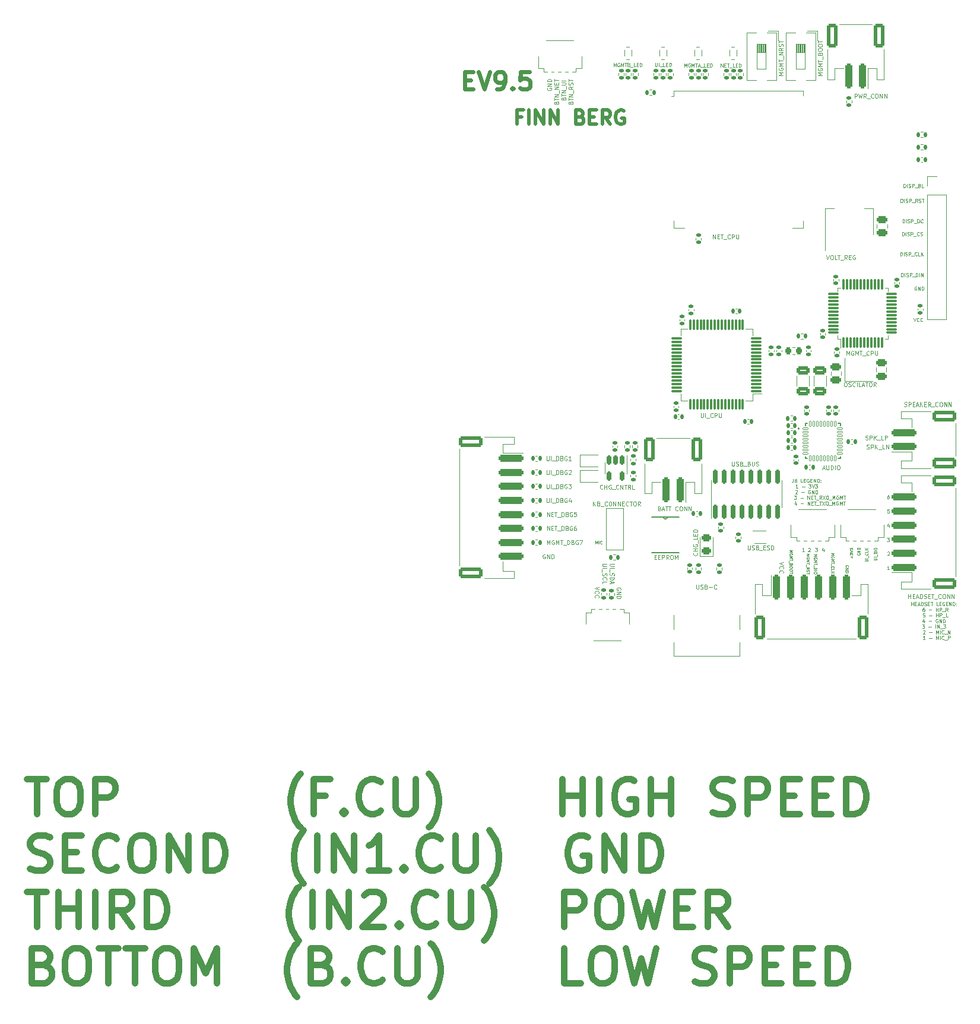
<source format=gbr>
%TF.GenerationSoftware,KiCad,Pcbnew,7.0.5*%
%TF.CreationDate,2023-10-05T13:47:36-07:00*%
%TF.ProjectId,EV9.5 Board Design,4556392e-3520-4426-9f61-726420446573,EV9*%
%TF.SameCoordinates,Original*%
%TF.FileFunction,Legend,Top*%
%TF.FilePolarity,Positive*%
%FSLAX46Y46*%
G04 Gerber Fmt 4.6, Leading zero omitted, Abs format (unit mm)*
G04 Created by KiCad (PCBNEW 7.0.5) date 2023-10-05 13:47:36*
%MOMM*%
%LPD*%
G01*
G04 APERTURE LIST*
G04 Aperture macros list*
%AMRoundRect*
0 Rectangle with rounded corners*
0 $1 Rounding radius*
0 $2 $3 $4 $5 $6 $7 $8 $9 X,Y pos of 4 corners*
0 Add a 4 corners polygon primitive as box body*
4,1,4,$2,$3,$4,$5,$6,$7,$8,$9,$2,$3,0*
0 Add four circle primitives for the rounded corners*
1,1,$1+$1,$2,$3*
1,1,$1+$1,$4,$5*
1,1,$1+$1,$6,$7*
1,1,$1+$1,$8,$9*
0 Add four rect primitives between the rounded corners*
20,1,$1+$1,$2,$3,$4,$5,0*
20,1,$1+$1,$4,$5,$6,$7,0*
20,1,$1+$1,$6,$7,$8,$9,0*
20,1,$1+$1,$8,$9,$2,$3,0*%
G04 Aperture macros list end*
%ADD10C,0.100000*%
%ADD11C,0.500000*%
%ADD12C,0.625000*%
%ADD13C,0.900000*%
%ADD14C,0.120000*%
%ADD15C,0.152400*%
%ADD16C,0.127000*%
%ADD17C,0.200000*%
%ADD18RoundRect,0.135000X-0.135000X-0.185000X0.135000X-0.185000X0.135000X0.185000X-0.135000X0.185000X0*%
%ADD19RoundRect,0.140000X-0.170000X0.140000X-0.170000X-0.140000X0.170000X-0.140000X0.170000X0.140000X0*%
%ADD20R,1.422400X0.533400*%
%ADD21RoundRect,0.135000X0.135000X0.185000X-0.135000X0.185000X-0.135000X-0.185000X0.135000X-0.185000X0*%
%ADD22RoundRect,0.140000X-0.140000X-0.170000X0.140000X-0.170000X0.140000X0.170000X-0.140000X0.170000X0*%
%ADD23R,0.600000X0.450000*%
%ADD24RoundRect,0.075000X0.075000X-0.662500X0.075000X0.662500X-0.075000X0.662500X-0.075000X-0.662500X0*%
%ADD25RoundRect,0.075000X0.662500X-0.075000X0.662500X0.075000X-0.662500X0.075000X-0.662500X-0.075000X0*%
%ADD26RoundRect,0.140000X0.140000X0.170000X-0.140000X0.170000X-0.140000X-0.170000X0.140000X-0.170000X0*%
%ADD27RoundRect,0.140000X0.170000X-0.140000X0.170000X0.140000X-0.170000X0.140000X-0.170000X-0.140000X0*%
%ADD28RoundRect,0.250000X-0.475000X0.250000X-0.475000X-0.250000X0.475000X-0.250000X0.475000X0.250000X0*%
%ADD29RoundRect,0.135000X-0.185000X0.135000X-0.185000X-0.135000X0.185000X-0.135000X0.185000X0.135000X0*%
%ADD30RoundRect,0.250000X1.500000X-0.250000X1.500000X0.250000X-1.500000X0.250000X-1.500000X-0.250000X0*%
%ADD31RoundRect,0.250001X1.449999X-0.499999X1.449999X0.499999X-1.449999X0.499999X-1.449999X-0.499999X0*%
%ADD32R,0.400000X0.410000*%
%ADD33R,0.400000X0.200000*%
%ADD34RoundRect,0.075000X0.075000X0.700000X-0.075000X0.700000X-0.075000X-0.700000X0.075000X-0.700000X0*%
%ADD35RoundRect,0.075000X0.700000X0.075000X-0.700000X0.075000X-0.700000X-0.075000X0.700000X-0.075000X0*%
%ADD36R,0.500000X1.700000*%
%ADD37R,1.200000X2.500000*%
%ADD38RoundRect,0.218750X-0.218750X-0.256250X0.218750X-0.256250X0.218750X0.256250X-0.218750X0.256250X0*%
%ADD39RoundRect,0.135000X0.185000X-0.135000X0.185000X0.135000X-0.185000X0.135000X-0.185000X-0.135000X0*%
%ADD40C,2.100000*%
%ADD41R,1.700000X1.700000*%
%ADD42O,1.700000X1.700000*%
%ADD43R,1.120000X2.160000*%
%ADD44RoundRect,0.250000X0.650000X-0.325000X0.650000X0.325000X-0.650000X0.325000X-0.650000X-0.325000X0*%
%ADD45RoundRect,0.243750X0.456250X-0.243750X0.456250X0.243750X-0.456250X0.243750X-0.456250X-0.243750X0*%
%ADD46RoundRect,0.250000X0.250000X1.500000X-0.250000X1.500000X-0.250000X-1.500000X0.250000X-1.500000X0*%
%ADD47RoundRect,0.250001X0.499999X1.449999X-0.499999X1.449999X-0.499999X-1.449999X0.499999X-1.449999X0*%
%ADD48RoundRect,0.007500X-0.372500X-0.117500X0.372500X-0.117500X0.372500X0.117500X-0.372500X0.117500X0*%
%ADD49RoundRect,0.007500X0.117500X-0.372500X0.117500X0.372500X-0.117500X0.372500X-0.117500X-0.372500X0*%
%ADD50R,3.650000X3.650000*%
%ADD51RoundRect,0.250000X0.475000X-0.250000X0.475000X0.250000X-0.475000X0.250000X-0.475000X-0.250000X0*%
%ADD52R,0.400000X0.600000*%
%ADD53RoundRect,0.150000X0.150000X-0.825000X0.150000X0.825000X-0.150000X0.825000X-0.150000X-0.825000X0*%
%ADD54R,1.500000X2.000000*%
%ADD55R,3.800000X2.000000*%
%ADD56R,1.500000X0.900000*%
%ADD57R,0.900000X1.500000*%
%ADD58RoundRect,0.250000X-0.250000X-1.500000X0.250000X-1.500000X0.250000X1.500000X-0.250000X1.500000X0*%
%ADD59RoundRect,0.250001X-0.499999X-1.449999X0.499999X-1.449999X0.499999X1.449999X-0.499999X1.449999X0*%
%ADD60RoundRect,0.250000X-1.500000X0.250000X-1.500000X-0.250000X1.500000X-0.250000X1.500000X0.250000X0*%
%ADD61RoundRect,0.250001X-1.449999X0.499999X-1.449999X-0.499999X1.449999X-0.499999X1.449999X0.499999X0*%
%ADD62C,0.650000*%
%ADD63R,0.600000X1.450000*%
%ADD64R,0.300000X1.450000*%
%ADD65O,1.000000X2.100000*%
%ADD66O,1.000000X1.600000*%
%ADD67R,0.500000X0.375000*%
%ADD68R,0.650000X0.300000*%
%ADD69RoundRect,0.150000X-0.150000X0.512500X-0.150000X-0.512500X0.150000X-0.512500X0.150000X0.512500X0*%
%ADD70R,1.400000X1.200000*%
G04 APERTURE END LIST*
D10*
X143557143Y-125958085D02*
X143642857Y-125986657D01*
X143642857Y-125986657D02*
X143671428Y-126015228D01*
X143671428Y-126015228D02*
X143700000Y-126072371D01*
X143700000Y-126072371D02*
X143700000Y-126158085D01*
X143700000Y-126158085D02*
X143671428Y-126215228D01*
X143671428Y-126215228D02*
X143642857Y-126243800D01*
X143642857Y-126243800D02*
X143585714Y-126272371D01*
X143585714Y-126272371D02*
X143357143Y-126272371D01*
X143357143Y-126272371D02*
X143357143Y-125672371D01*
X143357143Y-125672371D02*
X143557143Y-125672371D01*
X143557143Y-125672371D02*
X143614286Y-125700942D01*
X143614286Y-125700942D02*
X143642857Y-125729514D01*
X143642857Y-125729514D02*
X143671428Y-125786657D01*
X143671428Y-125786657D02*
X143671428Y-125843800D01*
X143671428Y-125843800D02*
X143642857Y-125900942D01*
X143642857Y-125900942D02*
X143614286Y-125929514D01*
X143614286Y-125929514D02*
X143557143Y-125958085D01*
X143557143Y-125958085D02*
X143357143Y-125958085D01*
X143928571Y-126100942D02*
X144214286Y-126100942D01*
X143871428Y-126272371D02*
X144071428Y-125672371D01*
X144071428Y-125672371D02*
X144271428Y-126272371D01*
X144385714Y-125672371D02*
X144728572Y-125672371D01*
X144557143Y-126272371D02*
X144557143Y-125672371D01*
X144842857Y-125672371D02*
X145185715Y-125672371D01*
X145014286Y-126272371D02*
X145014286Y-125672371D01*
X146185715Y-126215228D02*
X146157143Y-126243800D01*
X146157143Y-126243800D02*
X146071429Y-126272371D01*
X146071429Y-126272371D02*
X146014286Y-126272371D01*
X146014286Y-126272371D02*
X145928572Y-126243800D01*
X145928572Y-126243800D02*
X145871429Y-126186657D01*
X145871429Y-126186657D02*
X145842858Y-126129514D01*
X145842858Y-126129514D02*
X145814286Y-126015228D01*
X145814286Y-126015228D02*
X145814286Y-125929514D01*
X145814286Y-125929514D02*
X145842858Y-125815228D01*
X145842858Y-125815228D02*
X145871429Y-125758085D01*
X145871429Y-125758085D02*
X145928572Y-125700942D01*
X145928572Y-125700942D02*
X146014286Y-125672371D01*
X146014286Y-125672371D02*
X146071429Y-125672371D01*
X146071429Y-125672371D02*
X146157143Y-125700942D01*
X146157143Y-125700942D02*
X146185715Y-125729514D01*
X146557143Y-125672371D02*
X146671429Y-125672371D01*
X146671429Y-125672371D02*
X146728572Y-125700942D01*
X146728572Y-125700942D02*
X146785715Y-125758085D01*
X146785715Y-125758085D02*
X146814286Y-125872371D01*
X146814286Y-125872371D02*
X146814286Y-126072371D01*
X146814286Y-126072371D02*
X146785715Y-126186657D01*
X146785715Y-126186657D02*
X146728572Y-126243800D01*
X146728572Y-126243800D02*
X146671429Y-126272371D01*
X146671429Y-126272371D02*
X146557143Y-126272371D01*
X146557143Y-126272371D02*
X146500001Y-126243800D01*
X146500001Y-126243800D02*
X146442858Y-126186657D01*
X146442858Y-126186657D02*
X146414286Y-126072371D01*
X146414286Y-126072371D02*
X146414286Y-125872371D01*
X146414286Y-125872371D02*
X146442858Y-125758085D01*
X146442858Y-125758085D02*
X146500001Y-125700942D01*
X146500001Y-125700942D02*
X146557143Y-125672371D01*
X147071429Y-126272371D02*
X147071429Y-125672371D01*
X147071429Y-125672371D02*
X147414286Y-126272371D01*
X147414286Y-126272371D02*
X147414286Y-125672371D01*
X147700000Y-126272371D02*
X147700000Y-125672371D01*
X147700000Y-125672371D02*
X148042857Y-126272371D01*
X148042857Y-126272371D02*
X148042857Y-125672371D01*
D11*
X123871804Y-70081619D02*
X123205137Y-70081619D01*
X123205137Y-71129238D02*
X123205137Y-69129238D01*
X123205137Y-69129238D02*
X124157518Y-69129238D01*
X124919423Y-71129238D02*
X124919423Y-69129238D01*
X125871804Y-71129238D02*
X125871804Y-69129238D01*
X125871804Y-69129238D02*
X127014661Y-71129238D01*
X127014661Y-71129238D02*
X127014661Y-69129238D01*
X127967042Y-71129238D02*
X127967042Y-69129238D01*
X127967042Y-69129238D02*
X129109899Y-71129238D01*
X129109899Y-71129238D02*
X129109899Y-69129238D01*
X132252757Y-70081619D02*
X132538471Y-70176857D01*
X132538471Y-70176857D02*
X132633709Y-70272095D01*
X132633709Y-70272095D02*
X132728947Y-70462571D01*
X132728947Y-70462571D02*
X132728947Y-70748285D01*
X132728947Y-70748285D02*
X132633709Y-70938761D01*
X132633709Y-70938761D02*
X132538471Y-71034000D01*
X132538471Y-71034000D02*
X132347995Y-71129238D01*
X132347995Y-71129238D02*
X131586090Y-71129238D01*
X131586090Y-71129238D02*
X131586090Y-69129238D01*
X131586090Y-69129238D02*
X132252757Y-69129238D01*
X132252757Y-69129238D02*
X132443233Y-69224476D01*
X132443233Y-69224476D02*
X132538471Y-69319714D01*
X132538471Y-69319714D02*
X132633709Y-69510190D01*
X132633709Y-69510190D02*
X132633709Y-69700666D01*
X132633709Y-69700666D02*
X132538471Y-69891142D01*
X132538471Y-69891142D02*
X132443233Y-69986380D01*
X132443233Y-69986380D02*
X132252757Y-70081619D01*
X132252757Y-70081619D02*
X131586090Y-70081619D01*
X133586090Y-70081619D02*
X134252757Y-70081619D01*
X134538471Y-71129238D02*
X133586090Y-71129238D01*
X133586090Y-71129238D02*
X133586090Y-69129238D01*
X133586090Y-69129238D02*
X134538471Y-69129238D01*
X136538471Y-71129238D02*
X135871804Y-70176857D01*
X135395614Y-71129238D02*
X135395614Y-69129238D01*
X135395614Y-69129238D02*
X136157519Y-69129238D01*
X136157519Y-69129238D02*
X136347995Y-69224476D01*
X136347995Y-69224476D02*
X136443233Y-69319714D01*
X136443233Y-69319714D02*
X136538471Y-69510190D01*
X136538471Y-69510190D02*
X136538471Y-69795904D01*
X136538471Y-69795904D02*
X136443233Y-69986380D01*
X136443233Y-69986380D02*
X136347995Y-70081619D01*
X136347995Y-70081619D02*
X136157519Y-70176857D01*
X136157519Y-70176857D02*
X135395614Y-70176857D01*
X138443233Y-69224476D02*
X138252757Y-69129238D01*
X138252757Y-69129238D02*
X137967043Y-69129238D01*
X137967043Y-69129238D02*
X137681328Y-69224476D01*
X137681328Y-69224476D02*
X137490852Y-69414952D01*
X137490852Y-69414952D02*
X137395614Y-69605428D01*
X137395614Y-69605428D02*
X137300376Y-69986380D01*
X137300376Y-69986380D02*
X137300376Y-70272095D01*
X137300376Y-70272095D02*
X137395614Y-70653047D01*
X137395614Y-70653047D02*
X137490852Y-70843523D01*
X137490852Y-70843523D02*
X137681328Y-71034000D01*
X137681328Y-71034000D02*
X137967043Y-71129238D01*
X137967043Y-71129238D02*
X138157519Y-71129238D01*
X138157519Y-71129238D02*
X138443233Y-71034000D01*
X138443233Y-71034000D02*
X138538471Y-70938761D01*
X138538471Y-70938761D02*
X138538471Y-70272095D01*
X138538471Y-70272095D02*
X138157519Y-70272095D01*
D12*
X115806422Y-64852023D02*
X116639755Y-64852023D01*
X116996898Y-66161547D02*
X115806422Y-66161547D01*
X115806422Y-66161547D02*
X115806422Y-63661547D01*
X115806422Y-63661547D02*
X116996898Y-63661547D01*
X117711184Y-63661547D02*
X118544517Y-66161547D01*
X118544517Y-66161547D02*
X119377850Y-63661547D01*
X120330231Y-66161547D02*
X120806422Y-66161547D01*
X120806422Y-66161547D02*
X121044517Y-66042500D01*
X121044517Y-66042500D02*
X121163565Y-65923452D01*
X121163565Y-65923452D02*
X121401660Y-65566309D01*
X121401660Y-65566309D02*
X121520707Y-65090119D01*
X121520707Y-65090119D02*
X121520707Y-64137738D01*
X121520707Y-64137738D02*
X121401660Y-63899642D01*
X121401660Y-63899642D02*
X121282612Y-63780595D01*
X121282612Y-63780595D02*
X121044517Y-63661547D01*
X121044517Y-63661547D02*
X120568326Y-63661547D01*
X120568326Y-63661547D02*
X120330231Y-63780595D01*
X120330231Y-63780595D02*
X120211184Y-63899642D01*
X120211184Y-63899642D02*
X120092136Y-64137738D01*
X120092136Y-64137738D02*
X120092136Y-64732976D01*
X120092136Y-64732976D02*
X120211184Y-64971071D01*
X120211184Y-64971071D02*
X120330231Y-65090119D01*
X120330231Y-65090119D02*
X120568326Y-65209166D01*
X120568326Y-65209166D02*
X121044517Y-65209166D01*
X121044517Y-65209166D02*
X121282612Y-65090119D01*
X121282612Y-65090119D02*
X121401660Y-64971071D01*
X121401660Y-64971071D02*
X121520707Y-64732976D01*
X122592136Y-65923452D02*
X122711183Y-66042500D01*
X122711183Y-66042500D02*
X122592136Y-66161547D01*
X122592136Y-66161547D02*
X122473088Y-66042500D01*
X122473088Y-66042500D02*
X122592136Y-65923452D01*
X122592136Y-65923452D02*
X122592136Y-66161547D01*
X124973088Y-63661547D02*
X123782612Y-63661547D01*
X123782612Y-63661547D02*
X123663564Y-64852023D01*
X123663564Y-64852023D02*
X123782612Y-64732976D01*
X123782612Y-64732976D02*
X124020707Y-64613928D01*
X124020707Y-64613928D02*
X124615945Y-64613928D01*
X124615945Y-64613928D02*
X124854040Y-64732976D01*
X124854040Y-64732976D02*
X124973088Y-64852023D01*
X124973088Y-64852023D02*
X125092135Y-65090119D01*
X125092135Y-65090119D02*
X125092135Y-65685357D01*
X125092135Y-65685357D02*
X124973088Y-65923452D01*
X124973088Y-65923452D02*
X124854040Y-66042500D01*
X124854040Y-66042500D02*
X124615945Y-66161547D01*
X124615945Y-66161547D02*
X124020707Y-66161547D01*
X124020707Y-66161547D02*
X123782612Y-66042500D01*
X123782612Y-66042500D02*
X123663564Y-65923452D01*
D10*
X134451429Y-130989847D02*
X134451429Y-130589847D01*
X134451429Y-130589847D02*
X134584762Y-130875561D01*
X134584762Y-130875561D02*
X134718095Y-130589847D01*
X134718095Y-130589847D02*
X134718095Y-130989847D01*
X134908572Y-130989847D02*
X134908572Y-130589847D01*
X135327619Y-130951752D02*
X135308571Y-130970800D01*
X135308571Y-130970800D02*
X135251429Y-130989847D01*
X135251429Y-130989847D02*
X135213333Y-130989847D01*
X135213333Y-130989847D02*
X135156190Y-130970800D01*
X135156190Y-130970800D02*
X135118095Y-130932704D01*
X135118095Y-130932704D02*
X135099048Y-130894609D01*
X135099048Y-130894609D02*
X135080000Y-130818419D01*
X135080000Y-130818419D02*
X135080000Y-130761276D01*
X135080000Y-130761276D02*
X135099048Y-130685085D01*
X135099048Y-130685085D02*
X135118095Y-130646990D01*
X135118095Y-130646990D02*
X135156190Y-130608895D01*
X135156190Y-130608895D02*
X135213333Y-130589847D01*
X135213333Y-130589847D02*
X135251429Y-130589847D01*
X135251429Y-130589847D02*
X135308571Y-130608895D01*
X135308571Y-130608895D02*
X135327619Y-130627942D01*
X176309047Y-126076109D02*
X176070952Y-126076109D01*
X176070952Y-126076109D02*
X176047143Y-126314204D01*
X176047143Y-126314204D02*
X176070952Y-126290395D01*
X176070952Y-126290395D02*
X176118571Y-126266585D01*
X176118571Y-126266585D02*
X176237619Y-126266585D01*
X176237619Y-126266585D02*
X176285238Y-126290395D01*
X176285238Y-126290395D02*
X176309047Y-126314204D01*
X176309047Y-126314204D02*
X176332857Y-126361823D01*
X176332857Y-126361823D02*
X176332857Y-126480871D01*
X176332857Y-126480871D02*
X176309047Y-126528490D01*
X176309047Y-126528490D02*
X176285238Y-126552300D01*
X176285238Y-126552300D02*
X176237619Y-126576109D01*
X176237619Y-126576109D02*
X176118571Y-126576109D01*
X176118571Y-126576109D02*
X176070952Y-126552300D01*
X176070952Y-126552300D02*
X176047143Y-126528490D01*
X147093809Y-62966109D02*
X147093809Y-62466109D01*
X147093809Y-62466109D02*
X147260476Y-62823252D01*
X147260476Y-62823252D02*
X147427142Y-62466109D01*
X147427142Y-62466109D02*
X147427142Y-62966109D01*
X147927143Y-62489919D02*
X147879524Y-62466109D01*
X147879524Y-62466109D02*
X147808095Y-62466109D01*
X147808095Y-62466109D02*
X147736667Y-62489919D01*
X147736667Y-62489919D02*
X147689048Y-62537538D01*
X147689048Y-62537538D02*
X147665238Y-62585157D01*
X147665238Y-62585157D02*
X147641429Y-62680395D01*
X147641429Y-62680395D02*
X147641429Y-62751823D01*
X147641429Y-62751823D02*
X147665238Y-62847061D01*
X147665238Y-62847061D02*
X147689048Y-62894680D01*
X147689048Y-62894680D02*
X147736667Y-62942300D01*
X147736667Y-62942300D02*
X147808095Y-62966109D01*
X147808095Y-62966109D02*
X147855714Y-62966109D01*
X147855714Y-62966109D02*
X147927143Y-62942300D01*
X147927143Y-62942300D02*
X147950952Y-62918490D01*
X147950952Y-62918490D02*
X147950952Y-62751823D01*
X147950952Y-62751823D02*
X147855714Y-62751823D01*
X148165238Y-62966109D02*
X148165238Y-62466109D01*
X148165238Y-62466109D02*
X148331905Y-62823252D01*
X148331905Y-62823252D02*
X148498571Y-62466109D01*
X148498571Y-62466109D02*
X148498571Y-62966109D01*
X148665239Y-62466109D02*
X148950953Y-62466109D01*
X148808096Y-62966109D02*
X148808096Y-62466109D01*
X149093810Y-62823252D02*
X149331905Y-62823252D01*
X149046191Y-62966109D02*
X149212857Y-62466109D01*
X149212857Y-62466109D02*
X149379524Y-62966109D01*
X149427143Y-63013728D02*
X149808095Y-63013728D01*
X150165237Y-62966109D02*
X149927142Y-62966109D01*
X149927142Y-62966109D02*
X149927142Y-62466109D01*
X150331904Y-62704204D02*
X150498571Y-62704204D01*
X150569999Y-62966109D02*
X150331904Y-62966109D01*
X150331904Y-62966109D02*
X150331904Y-62466109D01*
X150331904Y-62466109D02*
X150569999Y-62466109D01*
X150784285Y-62966109D02*
X150784285Y-62466109D01*
X150784285Y-62466109D02*
X150903333Y-62466109D01*
X150903333Y-62466109D02*
X150974761Y-62489919D01*
X150974761Y-62489919D02*
X151022380Y-62537538D01*
X151022380Y-62537538D02*
X151046190Y-62585157D01*
X151046190Y-62585157D02*
X151069999Y-62680395D01*
X151069999Y-62680395D02*
X151069999Y-62751823D01*
X151069999Y-62751823D02*
X151046190Y-62847061D01*
X151046190Y-62847061D02*
X151022380Y-62894680D01*
X151022380Y-62894680D02*
X150974761Y-62942300D01*
X150974761Y-62942300D02*
X150903333Y-62966109D01*
X150903333Y-62966109D02*
X150784285Y-62966109D01*
X130892085Y-68082856D02*
X130920657Y-67997142D01*
X130920657Y-67997142D02*
X130949228Y-67968571D01*
X130949228Y-67968571D02*
X131006371Y-67939999D01*
X131006371Y-67939999D02*
X131092085Y-67939999D01*
X131092085Y-67939999D02*
X131149228Y-67968571D01*
X131149228Y-67968571D02*
X131177800Y-67997142D01*
X131177800Y-67997142D02*
X131206371Y-68054285D01*
X131206371Y-68054285D02*
X131206371Y-68282856D01*
X131206371Y-68282856D02*
X130606371Y-68282856D01*
X130606371Y-68282856D02*
X130606371Y-68082856D01*
X130606371Y-68082856D02*
X130634942Y-68025714D01*
X130634942Y-68025714D02*
X130663514Y-67997142D01*
X130663514Y-67997142D02*
X130720657Y-67968571D01*
X130720657Y-67968571D02*
X130777800Y-67968571D01*
X130777800Y-67968571D02*
X130834942Y-67997142D01*
X130834942Y-67997142D02*
X130863514Y-68025714D01*
X130863514Y-68025714D02*
X130892085Y-68082856D01*
X130892085Y-68082856D02*
X130892085Y-68282856D01*
X130606371Y-67768571D02*
X130606371Y-67425714D01*
X131206371Y-67597142D02*
X130606371Y-67597142D01*
X131206371Y-67225713D02*
X130606371Y-67225713D01*
X130606371Y-67225713D02*
X131206371Y-66882856D01*
X131206371Y-66882856D02*
X130606371Y-66882856D01*
X131263514Y-66740000D02*
X131263514Y-66282857D01*
X131206371Y-65797142D02*
X130920657Y-65997142D01*
X131206371Y-66139999D02*
X130606371Y-66139999D01*
X130606371Y-66139999D02*
X130606371Y-65911428D01*
X130606371Y-65911428D02*
X130634942Y-65854285D01*
X130634942Y-65854285D02*
X130663514Y-65825714D01*
X130663514Y-65825714D02*
X130720657Y-65797142D01*
X130720657Y-65797142D02*
X130806371Y-65797142D01*
X130806371Y-65797142D02*
X130863514Y-65825714D01*
X130863514Y-65825714D02*
X130892085Y-65854285D01*
X130892085Y-65854285D02*
X130920657Y-65911428D01*
X130920657Y-65911428D02*
X130920657Y-66139999D01*
X131177800Y-65568571D02*
X131206371Y-65482857D01*
X131206371Y-65482857D02*
X131206371Y-65339999D01*
X131206371Y-65339999D02*
X131177800Y-65282857D01*
X131177800Y-65282857D02*
X131149228Y-65254285D01*
X131149228Y-65254285D02*
X131092085Y-65225714D01*
X131092085Y-65225714D02*
X131034942Y-65225714D01*
X131034942Y-65225714D02*
X130977800Y-65254285D01*
X130977800Y-65254285D02*
X130949228Y-65282857D01*
X130949228Y-65282857D02*
X130920657Y-65339999D01*
X130920657Y-65339999D02*
X130892085Y-65454285D01*
X130892085Y-65454285D02*
X130863514Y-65511428D01*
X130863514Y-65511428D02*
X130834942Y-65539999D01*
X130834942Y-65539999D02*
X130777800Y-65568571D01*
X130777800Y-65568571D02*
X130720657Y-65568571D01*
X130720657Y-65568571D02*
X130663514Y-65539999D01*
X130663514Y-65539999D02*
X130634942Y-65511428D01*
X130634942Y-65511428D02*
X130606371Y-65454285D01*
X130606371Y-65454285D02*
X130606371Y-65311428D01*
X130606371Y-65311428D02*
X130634942Y-65225714D01*
X130606371Y-65054285D02*
X130606371Y-64711428D01*
X131206371Y-64882856D02*
X130606371Y-64882856D01*
X170957466Y-133030760D02*
X170957466Y-132725999D01*
X171109847Y-132878379D02*
X170805085Y-132878379D01*
X170709847Y-132573618D02*
X170709847Y-132325999D01*
X170709847Y-132325999D02*
X170862228Y-132459332D01*
X170862228Y-132459332D02*
X170862228Y-132402189D01*
X170862228Y-132402189D02*
X170881276Y-132364094D01*
X170881276Y-132364094D02*
X170900323Y-132345046D01*
X170900323Y-132345046D02*
X170938419Y-132325999D01*
X170938419Y-132325999D02*
X171033657Y-132325999D01*
X171033657Y-132325999D02*
X171071752Y-132345046D01*
X171071752Y-132345046D02*
X171090800Y-132364094D01*
X171090800Y-132364094D02*
X171109847Y-132402189D01*
X171109847Y-132402189D02*
X171109847Y-132516475D01*
X171109847Y-132516475D02*
X171090800Y-132554570D01*
X171090800Y-132554570D02*
X171071752Y-132573618D01*
X170709847Y-132211713D02*
X171109847Y-132078380D01*
X171109847Y-132078380D02*
X170709847Y-131945047D01*
X170709847Y-131849809D02*
X170709847Y-131602190D01*
X170709847Y-131602190D02*
X170862228Y-131735523D01*
X170862228Y-131735523D02*
X170862228Y-131678380D01*
X170862228Y-131678380D02*
X170881276Y-131640285D01*
X170881276Y-131640285D02*
X170900323Y-131621237D01*
X170900323Y-131621237D02*
X170938419Y-131602190D01*
X170938419Y-131602190D02*
X171033657Y-131602190D01*
X171033657Y-131602190D02*
X171071752Y-131621237D01*
X171071752Y-131621237D02*
X171090800Y-131640285D01*
X171090800Y-131640285D02*
X171109847Y-131678380D01*
X171109847Y-131678380D02*
X171109847Y-131792666D01*
X171109847Y-131792666D02*
X171090800Y-131830761D01*
X171090800Y-131830761D02*
X171071752Y-131849809D01*
X179042858Y-138772371D02*
X179042858Y-138172371D01*
X179042858Y-138458085D02*
X179385715Y-138458085D01*
X179385715Y-138772371D02*
X179385715Y-138172371D01*
X179671429Y-138458085D02*
X179871429Y-138458085D01*
X179957143Y-138772371D02*
X179671429Y-138772371D01*
X179671429Y-138772371D02*
X179671429Y-138172371D01*
X179671429Y-138172371D02*
X179957143Y-138172371D01*
X180185714Y-138600942D02*
X180471429Y-138600942D01*
X180128571Y-138772371D02*
X180328571Y-138172371D01*
X180328571Y-138172371D02*
X180528571Y-138772371D01*
X180728572Y-138772371D02*
X180728572Y-138172371D01*
X180728572Y-138172371D02*
X180871429Y-138172371D01*
X180871429Y-138172371D02*
X180957143Y-138200942D01*
X180957143Y-138200942D02*
X181014286Y-138258085D01*
X181014286Y-138258085D02*
X181042857Y-138315228D01*
X181042857Y-138315228D02*
X181071429Y-138429514D01*
X181071429Y-138429514D02*
X181071429Y-138515228D01*
X181071429Y-138515228D02*
X181042857Y-138629514D01*
X181042857Y-138629514D02*
X181014286Y-138686657D01*
X181014286Y-138686657D02*
X180957143Y-138743800D01*
X180957143Y-138743800D02*
X180871429Y-138772371D01*
X180871429Y-138772371D02*
X180728572Y-138772371D01*
X181300000Y-138743800D02*
X181385715Y-138772371D01*
X181385715Y-138772371D02*
X181528572Y-138772371D01*
X181528572Y-138772371D02*
X181585715Y-138743800D01*
X181585715Y-138743800D02*
X181614286Y-138715228D01*
X181614286Y-138715228D02*
X181642857Y-138658085D01*
X181642857Y-138658085D02*
X181642857Y-138600942D01*
X181642857Y-138600942D02*
X181614286Y-138543800D01*
X181614286Y-138543800D02*
X181585715Y-138515228D01*
X181585715Y-138515228D02*
X181528572Y-138486657D01*
X181528572Y-138486657D02*
X181414286Y-138458085D01*
X181414286Y-138458085D02*
X181357143Y-138429514D01*
X181357143Y-138429514D02*
X181328572Y-138400942D01*
X181328572Y-138400942D02*
X181300000Y-138343800D01*
X181300000Y-138343800D02*
X181300000Y-138286657D01*
X181300000Y-138286657D02*
X181328572Y-138229514D01*
X181328572Y-138229514D02*
X181357143Y-138200942D01*
X181357143Y-138200942D02*
X181414286Y-138172371D01*
X181414286Y-138172371D02*
X181557143Y-138172371D01*
X181557143Y-138172371D02*
X181642857Y-138200942D01*
X181900001Y-138458085D02*
X182100001Y-138458085D01*
X182185715Y-138772371D02*
X181900001Y-138772371D01*
X181900001Y-138772371D02*
X181900001Y-138172371D01*
X181900001Y-138172371D02*
X182185715Y-138172371D01*
X182357143Y-138172371D02*
X182700001Y-138172371D01*
X182528572Y-138772371D02*
X182528572Y-138172371D01*
X182757144Y-138829514D02*
X183214286Y-138829514D01*
X183700001Y-138715228D02*
X183671429Y-138743800D01*
X183671429Y-138743800D02*
X183585715Y-138772371D01*
X183585715Y-138772371D02*
X183528572Y-138772371D01*
X183528572Y-138772371D02*
X183442858Y-138743800D01*
X183442858Y-138743800D02*
X183385715Y-138686657D01*
X183385715Y-138686657D02*
X183357144Y-138629514D01*
X183357144Y-138629514D02*
X183328572Y-138515228D01*
X183328572Y-138515228D02*
X183328572Y-138429514D01*
X183328572Y-138429514D02*
X183357144Y-138315228D01*
X183357144Y-138315228D02*
X183385715Y-138258085D01*
X183385715Y-138258085D02*
X183442858Y-138200942D01*
X183442858Y-138200942D02*
X183528572Y-138172371D01*
X183528572Y-138172371D02*
X183585715Y-138172371D01*
X183585715Y-138172371D02*
X183671429Y-138200942D01*
X183671429Y-138200942D02*
X183700001Y-138229514D01*
X184071429Y-138172371D02*
X184185715Y-138172371D01*
X184185715Y-138172371D02*
X184242858Y-138200942D01*
X184242858Y-138200942D02*
X184300001Y-138258085D01*
X184300001Y-138258085D02*
X184328572Y-138372371D01*
X184328572Y-138372371D02*
X184328572Y-138572371D01*
X184328572Y-138572371D02*
X184300001Y-138686657D01*
X184300001Y-138686657D02*
X184242858Y-138743800D01*
X184242858Y-138743800D02*
X184185715Y-138772371D01*
X184185715Y-138772371D02*
X184071429Y-138772371D01*
X184071429Y-138772371D02*
X184014287Y-138743800D01*
X184014287Y-138743800D02*
X183957144Y-138686657D01*
X183957144Y-138686657D02*
X183928572Y-138572371D01*
X183928572Y-138572371D02*
X183928572Y-138372371D01*
X183928572Y-138372371D02*
X183957144Y-138258085D01*
X183957144Y-138258085D02*
X184014287Y-138200942D01*
X184014287Y-138200942D02*
X184071429Y-138172371D01*
X184585715Y-138772371D02*
X184585715Y-138172371D01*
X184585715Y-138172371D02*
X184928572Y-138772371D01*
X184928572Y-138772371D02*
X184928572Y-138172371D01*
X185214286Y-138772371D02*
X185214286Y-138172371D01*
X185214286Y-138172371D02*
X185557143Y-138772371D01*
X185557143Y-138772371D02*
X185557143Y-138172371D01*
X174159847Y-133286666D02*
X174483657Y-133286666D01*
X174483657Y-133286666D02*
X174521752Y-133267619D01*
X174521752Y-133267619D02*
X174540800Y-133248571D01*
X174540800Y-133248571D02*
X174559847Y-133210476D01*
X174559847Y-133210476D02*
X174559847Y-133134285D01*
X174559847Y-133134285D02*
X174540800Y-133096190D01*
X174540800Y-133096190D02*
X174521752Y-133077143D01*
X174521752Y-133077143D02*
X174483657Y-133058095D01*
X174483657Y-133058095D02*
X174159847Y-133058095D01*
X174559847Y-132867618D02*
X174159847Y-132867618D01*
X174597942Y-132772381D02*
X174597942Y-132467619D01*
X174559847Y-132372380D02*
X174159847Y-132372380D01*
X174159847Y-132372380D02*
X174159847Y-132277142D01*
X174159847Y-132277142D02*
X174178895Y-132219999D01*
X174178895Y-132219999D02*
X174216990Y-132181904D01*
X174216990Y-132181904D02*
X174255085Y-132162857D01*
X174255085Y-132162857D02*
X174331276Y-132143809D01*
X174331276Y-132143809D02*
X174388419Y-132143809D01*
X174388419Y-132143809D02*
X174464609Y-132162857D01*
X174464609Y-132162857D02*
X174502704Y-132181904D01*
X174502704Y-132181904D02*
X174540800Y-132219999D01*
X174540800Y-132219999D02*
X174559847Y-132277142D01*
X174559847Y-132277142D02*
X174559847Y-132372380D01*
X174559847Y-131972380D02*
X174159847Y-131972380D01*
X174159847Y-131705714D02*
X174159847Y-131629523D01*
X174159847Y-131629523D02*
X174178895Y-131591428D01*
X174178895Y-131591428D02*
X174216990Y-131553333D01*
X174216990Y-131553333D02*
X174293180Y-131534285D01*
X174293180Y-131534285D02*
X174426514Y-131534285D01*
X174426514Y-131534285D02*
X174502704Y-131553333D01*
X174502704Y-131553333D02*
X174540800Y-131591428D01*
X174540800Y-131591428D02*
X174559847Y-131629523D01*
X174559847Y-131629523D02*
X174559847Y-131705714D01*
X174559847Y-131705714D02*
X174540800Y-131743809D01*
X174540800Y-131743809D02*
X174502704Y-131781904D01*
X174502704Y-131781904D02*
X174426514Y-131800952D01*
X174426514Y-131800952D02*
X174293180Y-131800952D01*
X174293180Y-131800952D02*
X174216990Y-131781904D01*
X174216990Y-131781904D02*
X174178895Y-131743809D01*
X174178895Y-131743809D02*
X174159847Y-131705714D01*
X176003333Y-130156109D02*
X176312857Y-130156109D01*
X176312857Y-130156109D02*
X176146190Y-130346585D01*
X176146190Y-130346585D02*
X176217619Y-130346585D01*
X176217619Y-130346585D02*
X176265238Y-130370395D01*
X176265238Y-130370395D02*
X176289047Y-130394204D01*
X176289047Y-130394204D02*
X176312857Y-130441823D01*
X176312857Y-130441823D02*
X176312857Y-130560871D01*
X176312857Y-130560871D02*
X176289047Y-130608490D01*
X176289047Y-130608490D02*
X176265238Y-130632300D01*
X176265238Y-130632300D02*
X176217619Y-130656109D01*
X176217619Y-130656109D02*
X176074762Y-130656109D01*
X176074762Y-130656109D02*
X176027143Y-130632300D01*
X176027143Y-130632300D02*
X176003333Y-130608490D01*
X142959047Y-62386109D02*
X142959047Y-62790871D01*
X142959047Y-62790871D02*
X142982857Y-62838490D01*
X142982857Y-62838490D02*
X143006666Y-62862300D01*
X143006666Y-62862300D02*
X143054285Y-62886109D01*
X143054285Y-62886109D02*
X143149523Y-62886109D01*
X143149523Y-62886109D02*
X143197142Y-62862300D01*
X143197142Y-62862300D02*
X143220952Y-62838490D01*
X143220952Y-62838490D02*
X143244761Y-62790871D01*
X143244761Y-62790871D02*
X143244761Y-62386109D01*
X143482857Y-62886109D02*
X143482857Y-62386109D01*
X143601905Y-62933728D02*
X143982857Y-62933728D01*
X144339999Y-62886109D02*
X144101904Y-62886109D01*
X144101904Y-62886109D02*
X144101904Y-62386109D01*
X144506666Y-62624204D02*
X144673333Y-62624204D01*
X144744761Y-62886109D02*
X144506666Y-62886109D01*
X144506666Y-62886109D02*
X144506666Y-62386109D01*
X144506666Y-62386109D02*
X144744761Y-62386109D01*
X144959047Y-62886109D02*
X144959047Y-62386109D01*
X144959047Y-62386109D02*
X145078095Y-62386109D01*
X145078095Y-62386109D02*
X145149523Y-62409919D01*
X145149523Y-62409919D02*
X145197142Y-62457538D01*
X145197142Y-62457538D02*
X145220952Y-62505157D01*
X145220952Y-62505157D02*
X145244761Y-62600395D01*
X145244761Y-62600395D02*
X145244761Y-62671823D01*
X145244761Y-62671823D02*
X145220952Y-62767061D01*
X145220952Y-62767061D02*
X145197142Y-62814680D01*
X145197142Y-62814680D02*
X145149523Y-62862300D01*
X145149523Y-62862300D02*
X145078095Y-62886109D01*
X145078095Y-62886109D02*
X144959047Y-62886109D01*
X178241429Y-85186109D02*
X178241429Y-84686109D01*
X178241429Y-84686109D02*
X178360477Y-84686109D01*
X178360477Y-84686109D02*
X178431905Y-84709919D01*
X178431905Y-84709919D02*
X178479524Y-84757538D01*
X178479524Y-84757538D02*
X178503334Y-84805157D01*
X178503334Y-84805157D02*
X178527143Y-84900395D01*
X178527143Y-84900395D02*
X178527143Y-84971823D01*
X178527143Y-84971823D02*
X178503334Y-85067061D01*
X178503334Y-85067061D02*
X178479524Y-85114680D01*
X178479524Y-85114680D02*
X178431905Y-85162300D01*
X178431905Y-85162300D02*
X178360477Y-85186109D01*
X178360477Y-85186109D02*
X178241429Y-85186109D01*
X178741429Y-85186109D02*
X178741429Y-84686109D01*
X178955715Y-85162300D02*
X179027143Y-85186109D01*
X179027143Y-85186109D02*
X179146191Y-85186109D01*
X179146191Y-85186109D02*
X179193810Y-85162300D01*
X179193810Y-85162300D02*
X179217619Y-85138490D01*
X179217619Y-85138490D02*
X179241429Y-85090871D01*
X179241429Y-85090871D02*
X179241429Y-85043252D01*
X179241429Y-85043252D02*
X179217619Y-84995633D01*
X179217619Y-84995633D02*
X179193810Y-84971823D01*
X179193810Y-84971823D02*
X179146191Y-84948014D01*
X179146191Y-84948014D02*
X179050953Y-84924204D01*
X179050953Y-84924204D02*
X179003334Y-84900395D01*
X179003334Y-84900395D02*
X178979524Y-84876585D01*
X178979524Y-84876585D02*
X178955715Y-84828966D01*
X178955715Y-84828966D02*
X178955715Y-84781347D01*
X178955715Y-84781347D02*
X178979524Y-84733728D01*
X178979524Y-84733728D02*
X179003334Y-84709919D01*
X179003334Y-84709919D02*
X179050953Y-84686109D01*
X179050953Y-84686109D02*
X179170000Y-84686109D01*
X179170000Y-84686109D02*
X179241429Y-84709919D01*
X179455714Y-85186109D02*
X179455714Y-84686109D01*
X179455714Y-84686109D02*
X179646190Y-84686109D01*
X179646190Y-84686109D02*
X179693809Y-84709919D01*
X179693809Y-84709919D02*
X179717619Y-84733728D01*
X179717619Y-84733728D02*
X179741428Y-84781347D01*
X179741428Y-84781347D02*
X179741428Y-84852776D01*
X179741428Y-84852776D02*
X179717619Y-84900395D01*
X179717619Y-84900395D02*
X179693809Y-84924204D01*
X179693809Y-84924204D02*
X179646190Y-84948014D01*
X179646190Y-84948014D02*
X179455714Y-84948014D01*
X179836667Y-85233728D02*
X180217619Y-85233728D01*
X180336666Y-85186109D02*
X180336666Y-84686109D01*
X180336666Y-84686109D02*
X180455714Y-84686109D01*
X180455714Y-84686109D02*
X180527142Y-84709919D01*
X180527142Y-84709919D02*
X180574761Y-84757538D01*
X180574761Y-84757538D02*
X180598571Y-84805157D01*
X180598571Y-84805157D02*
X180622380Y-84900395D01*
X180622380Y-84900395D02*
X180622380Y-84971823D01*
X180622380Y-84971823D02*
X180598571Y-85067061D01*
X180598571Y-85067061D02*
X180574761Y-85114680D01*
X180574761Y-85114680D02*
X180527142Y-85162300D01*
X180527142Y-85162300D02*
X180455714Y-85186109D01*
X180455714Y-85186109D02*
X180336666Y-85186109D01*
X181122380Y-85138490D02*
X181098571Y-85162300D01*
X181098571Y-85162300D02*
X181027142Y-85186109D01*
X181027142Y-85186109D02*
X180979523Y-85186109D01*
X180979523Y-85186109D02*
X180908095Y-85162300D01*
X180908095Y-85162300D02*
X180860476Y-85114680D01*
X180860476Y-85114680D02*
X180836666Y-85067061D01*
X180836666Y-85067061D02*
X180812857Y-84971823D01*
X180812857Y-84971823D02*
X180812857Y-84900395D01*
X180812857Y-84900395D02*
X180836666Y-84805157D01*
X180836666Y-84805157D02*
X180860476Y-84757538D01*
X180860476Y-84757538D02*
X180908095Y-84709919D01*
X180908095Y-84709919D02*
X180979523Y-84686109D01*
X180979523Y-84686109D02*
X181027142Y-84686109D01*
X181027142Y-84686109D02*
X181098571Y-84709919D01*
X181098571Y-84709919D02*
X181122380Y-84733728D01*
X170031428Y-107952371D02*
X170145714Y-107952371D01*
X170145714Y-107952371D02*
X170202857Y-107980942D01*
X170202857Y-107980942D02*
X170260000Y-108038085D01*
X170260000Y-108038085D02*
X170288571Y-108152371D01*
X170288571Y-108152371D02*
X170288571Y-108352371D01*
X170288571Y-108352371D02*
X170260000Y-108466657D01*
X170260000Y-108466657D02*
X170202857Y-108523800D01*
X170202857Y-108523800D02*
X170145714Y-108552371D01*
X170145714Y-108552371D02*
X170031428Y-108552371D01*
X170031428Y-108552371D02*
X169974286Y-108523800D01*
X169974286Y-108523800D02*
X169917143Y-108466657D01*
X169917143Y-108466657D02*
X169888571Y-108352371D01*
X169888571Y-108352371D02*
X169888571Y-108152371D01*
X169888571Y-108152371D02*
X169917143Y-108038085D01*
X169917143Y-108038085D02*
X169974286Y-107980942D01*
X169974286Y-107980942D02*
X170031428Y-107952371D01*
X170517142Y-108523800D02*
X170602857Y-108552371D01*
X170602857Y-108552371D02*
X170745714Y-108552371D01*
X170745714Y-108552371D02*
X170802857Y-108523800D01*
X170802857Y-108523800D02*
X170831428Y-108495228D01*
X170831428Y-108495228D02*
X170859999Y-108438085D01*
X170859999Y-108438085D02*
X170859999Y-108380942D01*
X170859999Y-108380942D02*
X170831428Y-108323800D01*
X170831428Y-108323800D02*
X170802857Y-108295228D01*
X170802857Y-108295228D02*
X170745714Y-108266657D01*
X170745714Y-108266657D02*
X170631428Y-108238085D01*
X170631428Y-108238085D02*
X170574285Y-108209514D01*
X170574285Y-108209514D02*
X170545714Y-108180942D01*
X170545714Y-108180942D02*
X170517142Y-108123800D01*
X170517142Y-108123800D02*
X170517142Y-108066657D01*
X170517142Y-108066657D02*
X170545714Y-108009514D01*
X170545714Y-108009514D02*
X170574285Y-107980942D01*
X170574285Y-107980942D02*
X170631428Y-107952371D01*
X170631428Y-107952371D02*
X170774285Y-107952371D01*
X170774285Y-107952371D02*
X170859999Y-107980942D01*
X171460000Y-108495228D02*
X171431428Y-108523800D01*
X171431428Y-108523800D02*
X171345714Y-108552371D01*
X171345714Y-108552371D02*
X171288571Y-108552371D01*
X171288571Y-108552371D02*
X171202857Y-108523800D01*
X171202857Y-108523800D02*
X171145714Y-108466657D01*
X171145714Y-108466657D02*
X171117143Y-108409514D01*
X171117143Y-108409514D02*
X171088571Y-108295228D01*
X171088571Y-108295228D02*
X171088571Y-108209514D01*
X171088571Y-108209514D02*
X171117143Y-108095228D01*
X171117143Y-108095228D02*
X171145714Y-108038085D01*
X171145714Y-108038085D02*
X171202857Y-107980942D01*
X171202857Y-107980942D02*
X171288571Y-107952371D01*
X171288571Y-107952371D02*
X171345714Y-107952371D01*
X171345714Y-107952371D02*
X171431428Y-107980942D01*
X171431428Y-107980942D02*
X171460000Y-108009514D01*
X171717143Y-108552371D02*
X171717143Y-107952371D01*
X172288571Y-108552371D02*
X172002857Y-108552371D01*
X172002857Y-108552371D02*
X172002857Y-107952371D01*
X172459999Y-108380942D02*
X172745714Y-108380942D01*
X172402856Y-108552371D02*
X172602856Y-107952371D01*
X172602856Y-107952371D02*
X172802856Y-108552371D01*
X172917142Y-107952371D02*
X173260000Y-107952371D01*
X173088571Y-108552371D02*
X173088571Y-107952371D01*
X173574285Y-107952371D02*
X173688571Y-107952371D01*
X173688571Y-107952371D02*
X173745714Y-107980942D01*
X173745714Y-107980942D02*
X173802857Y-108038085D01*
X173802857Y-108038085D02*
X173831428Y-108152371D01*
X173831428Y-108152371D02*
X173831428Y-108352371D01*
X173831428Y-108352371D02*
X173802857Y-108466657D01*
X173802857Y-108466657D02*
X173745714Y-108523800D01*
X173745714Y-108523800D02*
X173688571Y-108552371D01*
X173688571Y-108552371D02*
X173574285Y-108552371D01*
X173574285Y-108552371D02*
X173517143Y-108523800D01*
X173517143Y-108523800D02*
X173460000Y-108466657D01*
X173460000Y-108466657D02*
X173431428Y-108352371D01*
X173431428Y-108352371D02*
X173431428Y-108152371D01*
X173431428Y-108152371D02*
X173460000Y-108038085D01*
X173460000Y-108038085D02*
X173517143Y-107980942D01*
X173517143Y-107980942D02*
X173574285Y-107952371D01*
X174431428Y-108552371D02*
X174231428Y-108266657D01*
X174088571Y-108552371D02*
X174088571Y-107952371D01*
X174088571Y-107952371D02*
X174317142Y-107952371D01*
X174317142Y-107952371D02*
X174374285Y-107980942D01*
X174374285Y-107980942D02*
X174402856Y-108009514D01*
X174402856Y-108009514D02*
X174431428Y-108066657D01*
X174431428Y-108066657D02*
X174431428Y-108152371D01*
X174431428Y-108152371D02*
X174402856Y-108209514D01*
X174402856Y-108209514D02*
X174374285Y-108238085D01*
X174374285Y-108238085D02*
X174317142Y-108266657D01*
X174317142Y-108266657D02*
X174088571Y-108266657D01*
X164777143Y-131623728D02*
X164800952Y-131599919D01*
X164800952Y-131599919D02*
X164848571Y-131576109D01*
X164848571Y-131576109D02*
X164967619Y-131576109D01*
X164967619Y-131576109D02*
X165015238Y-131599919D01*
X165015238Y-131599919D02*
X165039047Y-131623728D01*
X165039047Y-131623728D02*
X165062857Y-131671347D01*
X165062857Y-131671347D02*
X165062857Y-131718966D01*
X165062857Y-131718966D02*
X165039047Y-131790395D01*
X165039047Y-131790395D02*
X164753333Y-132076109D01*
X164753333Y-132076109D02*
X165062857Y-132076109D01*
X179803334Y-98766109D02*
X179970000Y-99266109D01*
X179970000Y-99266109D02*
X180136667Y-98766109D01*
X180589047Y-99218490D02*
X180565238Y-99242300D01*
X180565238Y-99242300D02*
X180493809Y-99266109D01*
X180493809Y-99266109D02*
X180446190Y-99266109D01*
X180446190Y-99266109D02*
X180374762Y-99242300D01*
X180374762Y-99242300D02*
X180327143Y-99194680D01*
X180327143Y-99194680D02*
X180303333Y-99147061D01*
X180303333Y-99147061D02*
X180279524Y-99051823D01*
X180279524Y-99051823D02*
X180279524Y-98980395D01*
X180279524Y-98980395D02*
X180303333Y-98885157D01*
X180303333Y-98885157D02*
X180327143Y-98837538D01*
X180327143Y-98837538D02*
X180374762Y-98789919D01*
X180374762Y-98789919D02*
X180446190Y-98766109D01*
X180446190Y-98766109D02*
X180493809Y-98766109D01*
X180493809Y-98766109D02*
X180565238Y-98789919D01*
X180565238Y-98789919D02*
X180589047Y-98813728D01*
X181089047Y-99218490D02*
X181065238Y-99242300D01*
X181065238Y-99242300D02*
X180993809Y-99266109D01*
X180993809Y-99266109D02*
X180946190Y-99266109D01*
X180946190Y-99266109D02*
X180874762Y-99242300D01*
X180874762Y-99242300D02*
X180827143Y-99194680D01*
X180827143Y-99194680D02*
X180803333Y-99147061D01*
X180803333Y-99147061D02*
X180779524Y-99051823D01*
X180779524Y-99051823D02*
X180779524Y-98980395D01*
X180779524Y-98980395D02*
X180803333Y-98885157D01*
X180803333Y-98885157D02*
X180827143Y-98837538D01*
X180827143Y-98837538D02*
X180874762Y-98789919D01*
X180874762Y-98789919D02*
X180946190Y-98766109D01*
X180946190Y-98766109D02*
X180993809Y-98766109D01*
X180993809Y-98766109D02*
X181065238Y-98789919D01*
X181065238Y-98789919D02*
X181089047Y-98813728D01*
X152291428Y-63016109D02*
X152291428Y-62516109D01*
X152291428Y-62516109D02*
X152577142Y-63016109D01*
X152577142Y-63016109D02*
X152577142Y-62516109D01*
X152815238Y-62754204D02*
X152981905Y-62754204D01*
X153053333Y-63016109D02*
X152815238Y-63016109D01*
X152815238Y-63016109D02*
X152815238Y-62516109D01*
X152815238Y-62516109D02*
X153053333Y-62516109D01*
X153196191Y-62516109D02*
X153481905Y-62516109D01*
X153339048Y-63016109D02*
X153339048Y-62516109D01*
X153529524Y-63063728D02*
X153910476Y-63063728D01*
X154267618Y-63016109D02*
X154029523Y-63016109D01*
X154029523Y-63016109D02*
X154029523Y-62516109D01*
X154434285Y-62754204D02*
X154600952Y-62754204D01*
X154672380Y-63016109D02*
X154434285Y-63016109D01*
X154434285Y-63016109D02*
X154434285Y-62516109D01*
X154434285Y-62516109D02*
X154672380Y-62516109D01*
X154886666Y-63016109D02*
X154886666Y-62516109D01*
X154886666Y-62516109D02*
X155005714Y-62516109D01*
X155005714Y-62516109D02*
X155077142Y-62539919D01*
X155077142Y-62539919D02*
X155124761Y-62587538D01*
X155124761Y-62587538D02*
X155148571Y-62635157D01*
X155148571Y-62635157D02*
X155172380Y-62730395D01*
X155172380Y-62730395D02*
X155172380Y-62801823D01*
X155172380Y-62801823D02*
X155148571Y-62897061D01*
X155148571Y-62897061D02*
X155124761Y-62944680D01*
X155124761Y-62944680D02*
X155077142Y-62992300D01*
X155077142Y-62992300D02*
X155005714Y-63016109D01*
X155005714Y-63016109D02*
X154886666Y-63016109D01*
X127471429Y-118489371D02*
X127471429Y-118975085D01*
X127471429Y-118975085D02*
X127500000Y-119032228D01*
X127500000Y-119032228D02*
X127528572Y-119060800D01*
X127528572Y-119060800D02*
X127585714Y-119089371D01*
X127585714Y-119089371D02*
X127700000Y-119089371D01*
X127700000Y-119089371D02*
X127757143Y-119060800D01*
X127757143Y-119060800D02*
X127785714Y-119032228D01*
X127785714Y-119032228D02*
X127814286Y-118975085D01*
X127814286Y-118975085D02*
X127814286Y-118489371D01*
X128100000Y-119089371D02*
X128100000Y-118489371D01*
X128242857Y-119146514D02*
X128699999Y-119146514D01*
X128842857Y-119089371D02*
X128842857Y-118489371D01*
X128842857Y-118489371D02*
X128985714Y-118489371D01*
X128985714Y-118489371D02*
X129071428Y-118517942D01*
X129071428Y-118517942D02*
X129128571Y-118575085D01*
X129128571Y-118575085D02*
X129157142Y-118632228D01*
X129157142Y-118632228D02*
X129185714Y-118746514D01*
X129185714Y-118746514D02*
X129185714Y-118832228D01*
X129185714Y-118832228D02*
X129157142Y-118946514D01*
X129157142Y-118946514D02*
X129128571Y-119003657D01*
X129128571Y-119003657D02*
X129071428Y-119060800D01*
X129071428Y-119060800D02*
X128985714Y-119089371D01*
X128985714Y-119089371D02*
X128842857Y-119089371D01*
X129642857Y-118775085D02*
X129728571Y-118803657D01*
X129728571Y-118803657D02*
X129757142Y-118832228D01*
X129757142Y-118832228D02*
X129785714Y-118889371D01*
X129785714Y-118889371D02*
X129785714Y-118975085D01*
X129785714Y-118975085D02*
X129757142Y-119032228D01*
X129757142Y-119032228D02*
X129728571Y-119060800D01*
X129728571Y-119060800D02*
X129671428Y-119089371D01*
X129671428Y-119089371D02*
X129442857Y-119089371D01*
X129442857Y-119089371D02*
X129442857Y-118489371D01*
X129442857Y-118489371D02*
X129642857Y-118489371D01*
X129642857Y-118489371D02*
X129700000Y-118517942D01*
X129700000Y-118517942D02*
X129728571Y-118546514D01*
X129728571Y-118546514D02*
X129757142Y-118603657D01*
X129757142Y-118603657D02*
X129757142Y-118660800D01*
X129757142Y-118660800D02*
X129728571Y-118717942D01*
X129728571Y-118717942D02*
X129700000Y-118746514D01*
X129700000Y-118746514D02*
X129642857Y-118775085D01*
X129642857Y-118775085D02*
X129442857Y-118775085D01*
X130357142Y-118517942D02*
X130300000Y-118489371D01*
X130300000Y-118489371D02*
X130214285Y-118489371D01*
X130214285Y-118489371D02*
X130128571Y-118517942D01*
X130128571Y-118517942D02*
X130071428Y-118575085D01*
X130071428Y-118575085D02*
X130042857Y-118632228D01*
X130042857Y-118632228D02*
X130014285Y-118746514D01*
X130014285Y-118746514D02*
X130014285Y-118832228D01*
X130014285Y-118832228D02*
X130042857Y-118946514D01*
X130042857Y-118946514D02*
X130071428Y-119003657D01*
X130071428Y-119003657D02*
X130128571Y-119060800D01*
X130128571Y-119060800D02*
X130214285Y-119089371D01*
X130214285Y-119089371D02*
X130271428Y-119089371D01*
X130271428Y-119089371D02*
X130357142Y-119060800D01*
X130357142Y-119060800D02*
X130385714Y-119032228D01*
X130385714Y-119032228D02*
X130385714Y-118832228D01*
X130385714Y-118832228D02*
X130271428Y-118832228D01*
X130957142Y-119089371D02*
X130614285Y-119089371D01*
X130785714Y-119089371D02*
X130785714Y-118489371D01*
X130785714Y-118489371D02*
X130728571Y-118575085D01*
X130728571Y-118575085D02*
X130671428Y-118632228D01*
X130671428Y-118632228D02*
X130614285Y-118660800D01*
X153874286Y-119272371D02*
X153874286Y-119758085D01*
X153874286Y-119758085D02*
X153902857Y-119815228D01*
X153902857Y-119815228D02*
X153931429Y-119843800D01*
X153931429Y-119843800D02*
X153988571Y-119872371D01*
X153988571Y-119872371D02*
X154102857Y-119872371D01*
X154102857Y-119872371D02*
X154160000Y-119843800D01*
X154160000Y-119843800D02*
X154188571Y-119815228D01*
X154188571Y-119815228D02*
X154217143Y-119758085D01*
X154217143Y-119758085D02*
X154217143Y-119272371D01*
X154474285Y-119843800D02*
X154560000Y-119872371D01*
X154560000Y-119872371D02*
X154702857Y-119872371D01*
X154702857Y-119872371D02*
X154760000Y-119843800D01*
X154760000Y-119843800D02*
X154788571Y-119815228D01*
X154788571Y-119815228D02*
X154817142Y-119758085D01*
X154817142Y-119758085D02*
X154817142Y-119700942D01*
X154817142Y-119700942D02*
X154788571Y-119643800D01*
X154788571Y-119643800D02*
X154760000Y-119615228D01*
X154760000Y-119615228D02*
X154702857Y-119586657D01*
X154702857Y-119586657D02*
X154588571Y-119558085D01*
X154588571Y-119558085D02*
X154531428Y-119529514D01*
X154531428Y-119529514D02*
X154502857Y-119500942D01*
X154502857Y-119500942D02*
X154474285Y-119443800D01*
X154474285Y-119443800D02*
X154474285Y-119386657D01*
X154474285Y-119386657D02*
X154502857Y-119329514D01*
X154502857Y-119329514D02*
X154531428Y-119300942D01*
X154531428Y-119300942D02*
X154588571Y-119272371D01*
X154588571Y-119272371D02*
X154731428Y-119272371D01*
X154731428Y-119272371D02*
X154817142Y-119300942D01*
X155274286Y-119558085D02*
X155360000Y-119586657D01*
X155360000Y-119586657D02*
X155388571Y-119615228D01*
X155388571Y-119615228D02*
X155417143Y-119672371D01*
X155417143Y-119672371D02*
X155417143Y-119758085D01*
X155417143Y-119758085D02*
X155388571Y-119815228D01*
X155388571Y-119815228D02*
X155360000Y-119843800D01*
X155360000Y-119843800D02*
X155302857Y-119872371D01*
X155302857Y-119872371D02*
X155074286Y-119872371D01*
X155074286Y-119872371D02*
X155074286Y-119272371D01*
X155074286Y-119272371D02*
X155274286Y-119272371D01*
X155274286Y-119272371D02*
X155331429Y-119300942D01*
X155331429Y-119300942D02*
X155360000Y-119329514D01*
X155360000Y-119329514D02*
X155388571Y-119386657D01*
X155388571Y-119386657D02*
X155388571Y-119443800D01*
X155388571Y-119443800D02*
X155360000Y-119500942D01*
X155360000Y-119500942D02*
X155331429Y-119529514D01*
X155331429Y-119529514D02*
X155274286Y-119558085D01*
X155274286Y-119558085D02*
X155074286Y-119558085D01*
X155531429Y-119929514D02*
X155988571Y-119929514D01*
X156331429Y-119558085D02*
X156417143Y-119586657D01*
X156417143Y-119586657D02*
X156445714Y-119615228D01*
X156445714Y-119615228D02*
X156474286Y-119672371D01*
X156474286Y-119672371D02*
X156474286Y-119758085D01*
X156474286Y-119758085D02*
X156445714Y-119815228D01*
X156445714Y-119815228D02*
X156417143Y-119843800D01*
X156417143Y-119843800D02*
X156360000Y-119872371D01*
X156360000Y-119872371D02*
X156131429Y-119872371D01*
X156131429Y-119872371D02*
X156131429Y-119272371D01*
X156131429Y-119272371D02*
X156331429Y-119272371D01*
X156331429Y-119272371D02*
X156388572Y-119300942D01*
X156388572Y-119300942D02*
X156417143Y-119329514D01*
X156417143Y-119329514D02*
X156445714Y-119386657D01*
X156445714Y-119386657D02*
X156445714Y-119443800D01*
X156445714Y-119443800D02*
X156417143Y-119500942D01*
X156417143Y-119500942D02*
X156388572Y-119529514D01*
X156388572Y-119529514D02*
X156331429Y-119558085D01*
X156331429Y-119558085D02*
X156131429Y-119558085D01*
X156731429Y-119272371D02*
X156731429Y-119758085D01*
X156731429Y-119758085D02*
X156760000Y-119815228D01*
X156760000Y-119815228D02*
X156788572Y-119843800D01*
X156788572Y-119843800D02*
X156845714Y-119872371D01*
X156845714Y-119872371D02*
X156960000Y-119872371D01*
X156960000Y-119872371D02*
X157017143Y-119843800D01*
X157017143Y-119843800D02*
X157045714Y-119815228D01*
X157045714Y-119815228D02*
X157074286Y-119758085D01*
X157074286Y-119758085D02*
X157074286Y-119272371D01*
X157331428Y-119843800D02*
X157417143Y-119872371D01*
X157417143Y-119872371D02*
X157560000Y-119872371D01*
X157560000Y-119872371D02*
X157617143Y-119843800D01*
X157617143Y-119843800D02*
X157645714Y-119815228D01*
X157645714Y-119815228D02*
X157674285Y-119758085D01*
X157674285Y-119758085D02*
X157674285Y-119700942D01*
X157674285Y-119700942D02*
X157645714Y-119643800D01*
X157645714Y-119643800D02*
X157617143Y-119615228D01*
X157617143Y-119615228D02*
X157560000Y-119586657D01*
X157560000Y-119586657D02*
X157445714Y-119558085D01*
X157445714Y-119558085D02*
X157388571Y-119529514D01*
X157388571Y-119529514D02*
X157360000Y-119500942D01*
X157360000Y-119500942D02*
X157331428Y-119443800D01*
X157331428Y-119443800D02*
X157331428Y-119386657D01*
X157331428Y-119386657D02*
X157360000Y-119329514D01*
X157360000Y-119329514D02*
X157388571Y-119300942D01*
X157388571Y-119300942D02*
X157445714Y-119272371D01*
X157445714Y-119272371D02*
X157588571Y-119272371D01*
X157588571Y-119272371D02*
X157674285Y-119300942D01*
X164202857Y-132046109D02*
X163917143Y-132046109D01*
X164060000Y-132046109D02*
X164060000Y-131546109D01*
X164060000Y-131546109D02*
X164012381Y-131617538D01*
X164012381Y-131617538D02*
X163964762Y-131665157D01*
X163964762Y-131665157D02*
X163917143Y-131688966D01*
X171788895Y-132376762D02*
X171769847Y-132414857D01*
X171769847Y-132414857D02*
X171769847Y-132472000D01*
X171769847Y-132472000D02*
X171788895Y-132529143D01*
X171788895Y-132529143D02*
X171826990Y-132567238D01*
X171826990Y-132567238D02*
X171865085Y-132586285D01*
X171865085Y-132586285D02*
X171941276Y-132605333D01*
X171941276Y-132605333D02*
X171998419Y-132605333D01*
X171998419Y-132605333D02*
X172074609Y-132586285D01*
X172074609Y-132586285D02*
X172112704Y-132567238D01*
X172112704Y-132567238D02*
X172150800Y-132529143D01*
X172150800Y-132529143D02*
X172169847Y-132472000D01*
X172169847Y-132472000D02*
X172169847Y-132433904D01*
X172169847Y-132433904D02*
X172150800Y-132376762D01*
X172150800Y-132376762D02*
X172131752Y-132357714D01*
X172131752Y-132357714D02*
X171998419Y-132357714D01*
X171998419Y-132357714D02*
X171998419Y-132433904D01*
X172169847Y-132186285D02*
X171769847Y-132186285D01*
X171769847Y-132186285D02*
X172169847Y-131957714D01*
X172169847Y-131957714D02*
X171769847Y-131957714D01*
X172169847Y-131767237D02*
X171769847Y-131767237D01*
X171769847Y-131767237D02*
X171769847Y-131671999D01*
X171769847Y-131671999D02*
X171788895Y-131614856D01*
X171788895Y-131614856D02*
X171826990Y-131576761D01*
X171826990Y-131576761D02*
X171865085Y-131557714D01*
X171865085Y-131557714D02*
X171941276Y-131538666D01*
X171941276Y-131538666D02*
X171998419Y-131538666D01*
X171998419Y-131538666D02*
X172074609Y-131557714D01*
X172074609Y-131557714D02*
X172112704Y-131576761D01*
X172112704Y-131576761D02*
X172150800Y-131614856D01*
X172150800Y-131614856D02*
X172169847Y-131671999D01*
X172169847Y-131671999D02*
X172169847Y-131767237D01*
X172879847Y-133473809D02*
X173203657Y-133473809D01*
X173203657Y-133473809D02*
X173241752Y-133454762D01*
X173241752Y-133454762D02*
X173260800Y-133435714D01*
X173260800Y-133435714D02*
X173279847Y-133397619D01*
X173279847Y-133397619D02*
X173279847Y-133321428D01*
X173279847Y-133321428D02*
X173260800Y-133283333D01*
X173260800Y-133283333D02*
X173241752Y-133264286D01*
X173241752Y-133264286D02*
X173203657Y-133245238D01*
X173203657Y-133245238D02*
X172879847Y-133245238D01*
X173279847Y-133054761D02*
X172879847Y-133054761D01*
X173317942Y-132959524D02*
X173317942Y-132654762D01*
X173241752Y-132330952D02*
X173260800Y-132350000D01*
X173260800Y-132350000D02*
X173279847Y-132407142D01*
X173279847Y-132407142D02*
X173279847Y-132445238D01*
X173279847Y-132445238D02*
X173260800Y-132502381D01*
X173260800Y-132502381D02*
X173222704Y-132540476D01*
X173222704Y-132540476D02*
X173184609Y-132559523D01*
X173184609Y-132559523D02*
X173108419Y-132578571D01*
X173108419Y-132578571D02*
X173051276Y-132578571D01*
X173051276Y-132578571D02*
X172975085Y-132559523D01*
X172975085Y-132559523D02*
X172936990Y-132540476D01*
X172936990Y-132540476D02*
X172898895Y-132502381D01*
X172898895Y-132502381D02*
X172879847Y-132445238D01*
X172879847Y-132445238D02*
X172879847Y-132407142D01*
X172879847Y-132407142D02*
X172898895Y-132350000D01*
X172898895Y-132350000D02*
X172917942Y-132330952D01*
X173279847Y-131969047D02*
X173279847Y-132159523D01*
X173279847Y-132159523D02*
X172879847Y-132159523D01*
X173279847Y-131835713D02*
X172879847Y-131835713D01*
X173279847Y-131607142D02*
X173051276Y-131778571D01*
X172879847Y-131607142D02*
X173108419Y-131835713D01*
X180219047Y-94329919D02*
X180171428Y-94306109D01*
X180171428Y-94306109D02*
X180099999Y-94306109D01*
X180099999Y-94306109D02*
X180028571Y-94329919D01*
X180028571Y-94329919D02*
X179980952Y-94377538D01*
X179980952Y-94377538D02*
X179957142Y-94425157D01*
X179957142Y-94425157D02*
X179933333Y-94520395D01*
X179933333Y-94520395D02*
X179933333Y-94591823D01*
X179933333Y-94591823D02*
X179957142Y-94687061D01*
X179957142Y-94687061D02*
X179980952Y-94734680D01*
X179980952Y-94734680D02*
X180028571Y-94782300D01*
X180028571Y-94782300D02*
X180099999Y-94806109D01*
X180099999Y-94806109D02*
X180147618Y-94806109D01*
X180147618Y-94806109D02*
X180219047Y-94782300D01*
X180219047Y-94782300D02*
X180242856Y-94758490D01*
X180242856Y-94758490D02*
X180242856Y-94591823D01*
X180242856Y-94591823D02*
X180147618Y-94591823D01*
X180457142Y-94806109D02*
X180457142Y-94306109D01*
X180457142Y-94306109D02*
X180742856Y-94806109D01*
X180742856Y-94806109D02*
X180742856Y-94306109D01*
X180980952Y-94806109D02*
X180980952Y-94306109D01*
X180980952Y-94306109D02*
X181100000Y-94306109D01*
X181100000Y-94306109D02*
X181171428Y-94329919D01*
X181171428Y-94329919D02*
X181219047Y-94377538D01*
X181219047Y-94377538D02*
X181242857Y-94425157D01*
X181242857Y-94425157D02*
X181266666Y-94520395D01*
X181266666Y-94520395D02*
X181266666Y-94591823D01*
X181266666Y-94591823D02*
X181242857Y-94687061D01*
X181242857Y-94687061D02*
X181219047Y-94734680D01*
X181219047Y-94734680D02*
X181171428Y-94782300D01*
X181171428Y-94782300D02*
X181100000Y-94806109D01*
X181100000Y-94806109D02*
X180980952Y-94806109D01*
X134917628Y-137119999D02*
X134317628Y-137319999D01*
X134317628Y-137319999D02*
X134917628Y-137519999D01*
X134374771Y-138062857D02*
X134346200Y-138034285D01*
X134346200Y-138034285D02*
X134317628Y-137948571D01*
X134317628Y-137948571D02*
X134317628Y-137891428D01*
X134317628Y-137891428D02*
X134346200Y-137805714D01*
X134346200Y-137805714D02*
X134403342Y-137748571D01*
X134403342Y-137748571D02*
X134460485Y-137720000D01*
X134460485Y-137720000D02*
X134574771Y-137691428D01*
X134574771Y-137691428D02*
X134660485Y-137691428D01*
X134660485Y-137691428D02*
X134774771Y-137720000D01*
X134774771Y-137720000D02*
X134831914Y-137748571D01*
X134831914Y-137748571D02*
X134889057Y-137805714D01*
X134889057Y-137805714D02*
X134917628Y-137891428D01*
X134917628Y-137891428D02*
X134917628Y-137948571D01*
X134917628Y-137948571D02*
X134889057Y-138034285D01*
X134889057Y-138034285D02*
X134860485Y-138062857D01*
X134374771Y-138662857D02*
X134346200Y-138634285D01*
X134346200Y-138634285D02*
X134317628Y-138548571D01*
X134317628Y-138548571D02*
X134317628Y-138491428D01*
X134317628Y-138491428D02*
X134346200Y-138405714D01*
X134346200Y-138405714D02*
X134403342Y-138348571D01*
X134403342Y-138348571D02*
X134460485Y-138320000D01*
X134460485Y-138320000D02*
X134574771Y-138291428D01*
X134574771Y-138291428D02*
X134660485Y-138291428D01*
X134660485Y-138291428D02*
X134774771Y-138320000D01*
X134774771Y-138320000D02*
X134831914Y-138348571D01*
X134831914Y-138348571D02*
X134889057Y-138405714D01*
X134889057Y-138405714D02*
X134917628Y-138491428D01*
X134917628Y-138491428D02*
X134917628Y-138548571D01*
X134917628Y-138548571D02*
X134889057Y-138634285D01*
X134889057Y-138634285D02*
X134860485Y-138662857D01*
X134097144Y-125572371D02*
X134097144Y-124972371D01*
X134440001Y-125572371D02*
X134182858Y-125229514D01*
X134440001Y-124972371D02*
X134097144Y-125315228D01*
X134897144Y-125258085D02*
X134982858Y-125286657D01*
X134982858Y-125286657D02*
X135011429Y-125315228D01*
X135011429Y-125315228D02*
X135040001Y-125372371D01*
X135040001Y-125372371D02*
X135040001Y-125458085D01*
X135040001Y-125458085D02*
X135011429Y-125515228D01*
X135011429Y-125515228D02*
X134982858Y-125543800D01*
X134982858Y-125543800D02*
X134925715Y-125572371D01*
X134925715Y-125572371D02*
X134697144Y-125572371D01*
X134697144Y-125572371D02*
X134697144Y-124972371D01*
X134697144Y-124972371D02*
X134897144Y-124972371D01*
X134897144Y-124972371D02*
X134954287Y-125000942D01*
X134954287Y-125000942D02*
X134982858Y-125029514D01*
X134982858Y-125029514D02*
X135011429Y-125086657D01*
X135011429Y-125086657D02*
X135011429Y-125143800D01*
X135011429Y-125143800D02*
X134982858Y-125200942D01*
X134982858Y-125200942D02*
X134954287Y-125229514D01*
X134954287Y-125229514D02*
X134897144Y-125258085D01*
X134897144Y-125258085D02*
X134697144Y-125258085D01*
X135154287Y-125629514D02*
X135611429Y-125629514D01*
X136097144Y-125515228D02*
X136068572Y-125543800D01*
X136068572Y-125543800D02*
X135982858Y-125572371D01*
X135982858Y-125572371D02*
X135925715Y-125572371D01*
X135925715Y-125572371D02*
X135840001Y-125543800D01*
X135840001Y-125543800D02*
X135782858Y-125486657D01*
X135782858Y-125486657D02*
X135754287Y-125429514D01*
X135754287Y-125429514D02*
X135725715Y-125315228D01*
X135725715Y-125315228D02*
X135725715Y-125229514D01*
X135725715Y-125229514D02*
X135754287Y-125115228D01*
X135754287Y-125115228D02*
X135782858Y-125058085D01*
X135782858Y-125058085D02*
X135840001Y-125000942D01*
X135840001Y-125000942D02*
X135925715Y-124972371D01*
X135925715Y-124972371D02*
X135982858Y-124972371D01*
X135982858Y-124972371D02*
X136068572Y-125000942D01*
X136068572Y-125000942D02*
X136097144Y-125029514D01*
X136468572Y-124972371D02*
X136582858Y-124972371D01*
X136582858Y-124972371D02*
X136640001Y-125000942D01*
X136640001Y-125000942D02*
X136697144Y-125058085D01*
X136697144Y-125058085D02*
X136725715Y-125172371D01*
X136725715Y-125172371D02*
X136725715Y-125372371D01*
X136725715Y-125372371D02*
X136697144Y-125486657D01*
X136697144Y-125486657D02*
X136640001Y-125543800D01*
X136640001Y-125543800D02*
X136582858Y-125572371D01*
X136582858Y-125572371D02*
X136468572Y-125572371D01*
X136468572Y-125572371D02*
X136411430Y-125543800D01*
X136411430Y-125543800D02*
X136354287Y-125486657D01*
X136354287Y-125486657D02*
X136325715Y-125372371D01*
X136325715Y-125372371D02*
X136325715Y-125172371D01*
X136325715Y-125172371D02*
X136354287Y-125058085D01*
X136354287Y-125058085D02*
X136411430Y-125000942D01*
X136411430Y-125000942D02*
X136468572Y-124972371D01*
X136982858Y-125572371D02*
X136982858Y-124972371D01*
X136982858Y-124972371D02*
X137325715Y-125572371D01*
X137325715Y-125572371D02*
X137325715Y-124972371D01*
X137611429Y-125572371D02*
X137611429Y-124972371D01*
X137611429Y-124972371D02*
X137954286Y-125572371D01*
X137954286Y-125572371D02*
X137954286Y-124972371D01*
X138240000Y-125258085D02*
X138440000Y-125258085D01*
X138525714Y-125572371D02*
X138240000Y-125572371D01*
X138240000Y-125572371D02*
X138240000Y-124972371D01*
X138240000Y-124972371D02*
X138525714Y-124972371D01*
X139125714Y-125515228D02*
X139097142Y-125543800D01*
X139097142Y-125543800D02*
X139011428Y-125572371D01*
X139011428Y-125572371D02*
X138954285Y-125572371D01*
X138954285Y-125572371D02*
X138868571Y-125543800D01*
X138868571Y-125543800D02*
X138811428Y-125486657D01*
X138811428Y-125486657D02*
X138782857Y-125429514D01*
X138782857Y-125429514D02*
X138754285Y-125315228D01*
X138754285Y-125315228D02*
X138754285Y-125229514D01*
X138754285Y-125229514D02*
X138782857Y-125115228D01*
X138782857Y-125115228D02*
X138811428Y-125058085D01*
X138811428Y-125058085D02*
X138868571Y-125000942D01*
X138868571Y-125000942D02*
X138954285Y-124972371D01*
X138954285Y-124972371D02*
X139011428Y-124972371D01*
X139011428Y-124972371D02*
X139097142Y-125000942D01*
X139097142Y-125000942D02*
X139125714Y-125029514D01*
X139297142Y-124972371D02*
X139640000Y-124972371D01*
X139468571Y-125572371D02*
X139468571Y-124972371D01*
X139954285Y-124972371D02*
X140068571Y-124972371D01*
X140068571Y-124972371D02*
X140125714Y-125000942D01*
X140125714Y-125000942D02*
X140182857Y-125058085D01*
X140182857Y-125058085D02*
X140211428Y-125172371D01*
X140211428Y-125172371D02*
X140211428Y-125372371D01*
X140211428Y-125372371D02*
X140182857Y-125486657D01*
X140182857Y-125486657D02*
X140125714Y-125543800D01*
X140125714Y-125543800D02*
X140068571Y-125572371D01*
X140068571Y-125572371D02*
X139954285Y-125572371D01*
X139954285Y-125572371D02*
X139897143Y-125543800D01*
X139897143Y-125543800D02*
X139840000Y-125486657D01*
X139840000Y-125486657D02*
X139811428Y-125372371D01*
X139811428Y-125372371D02*
X139811428Y-125172371D01*
X139811428Y-125172371D02*
X139840000Y-125058085D01*
X139840000Y-125058085D02*
X139897143Y-125000942D01*
X139897143Y-125000942D02*
X139954285Y-124972371D01*
X140811428Y-125572371D02*
X140611428Y-125286657D01*
X140468571Y-125572371D02*
X140468571Y-124972371D01*
X140468571Y-124972371D02*
X140697142Y-124972371D01*
X140697142Y-124972371D02*
X140754285Y-125000942D01*
X140754285Y-125000942D02*
X140782856Y-125029514D01*
X140782856Y-125029514D02*
X140811428Y-125086657D01*
X140811428Y-125086657D02*
X140811428Y-125172371D01*
X140811428Y-125172371D02*
X140782856Y-125229514D01*
X140782856Y-125229514D02*
X140754285Y-125258085D01*
X140754285Y-125258085D02*
X140697142Y-125286657D01*
X140697142Y-125286657D02*
X140468571Y-125286657D01*
X127471429Y-124489371D02*
X127471429Y-124975085D01*
X127471429Y-124975085D02*
X127500000Y-125032228D01*
X127500000Y-125032228D02*
X127528572Y-125060800D01*
X127528572Y-125060800D02*
X127585714Y-125089371D01*
X127585714Y-125089371D02*
X127700000Y-125089371D01*
X127700000Y-125089371D02*
X127757143Y-125060800D01*
X127757143Y-125060800D02*
X127785714Y-125032228D01*
X127785714Y-125032228D02*
X127814286Y-124975085D01*
X127814286Y-124975085D02*
X127814286Y-124489371D01*
X128100000Y-125089371D02*
X128100000Y-124489371D01*
X128242857Y-125146514D02*
X128699999Y-125146514D01*
X128842857Y-125089371D02*
X128842857Y-124489371D01*
X128842857Y-124489371D02*
X128985714Y-124489371D01*
X128985714Y-124489371D02*
X129071428Y-124517942D01*
X129071428Y-124517942D02*
X129128571Y-124575085D01*
X129128571Y-124575085D02*
X129157142Y-124632228D01*
X129157142Y-124632228D02*
X129185714Y-124746514D01*
X129185714Y-124746514D02*
X129185714Y-124832228D01*
X129185714Y-124832228D02*
X129157142Y-124946514D01*
X129157142Y-124946514D02*
X129128571Y-125003657D01*
X129128571Y-125003657D02*
X129071428Y-125060800D01*
X129071428Y-125060800D02*
X128985714Y-125089371D01*
X128985714Y-125089371D02*
X128842857Y-125089371D01*
X129642857Y-124775085D02*
X129728571Y-124803657D01*
X129728571Y-124803657D02*
X129757142Y-124832228D01*
X129757142Y-124832228D02*
X129785714Y-124889371D01*
X129785714Y-124889371D02*
X129785714Y-124975085D01*
X129785714Y-124975085D02*
X129757142Y-125032228D01*
X129757142Y-125032228D02*
X129728571Y-125060800D01*
X129728571Y-125060800D02*
X129671428Y-125089371D01*
X129671428Y-125089371D02*
X129442857Y-125089371D01*
X129442857Y-125089371D02*
X129442857Y-124489371D01*
X129442857Y-124489371D02*
X129642857Y-124489371D01*
X129642857Y-124489371D02*
X129700000Y-124517942D01*
X129700000Y-124517942D02*
X129728571Y-124546514D01*
X129728571Y-124546514D02*
X129757142Y-124603657D01*
X129757142Y-124603657D02*
X129757142Y-124660800D01*
X129757142Y-124660800D02*
X129728571Y-124717942D01*
X129728571Y-124717942D02*
X129700000Y-124746514D01*
X129700000Y-124746514D02*
X129642857Y-124775085D01*
X129642857Y-124775085D02*
X129442857Y-124775085D01*
X130357142Y-124517942D02*
X130300000Y-124489371D01*
X130300000Y-124489371D02*
X130214285Y-124489371D01*
X130214285Y-124489371D02*
X130128571Y-124517942D01*
X130128571Y-124517942D02*
X130071428Y-124575085D01*
X130071428Y-124575085D02*
X130042857Y-124632228D01*
X130042857Y-124632228D02*
X130014285Y-124746514D01*
X130014285Y-124746514D02*
X130014285Y-124832228D01*
X130014285Y-124832228D02*
X130042857Y-124946514D01*
X130042857Y-124946514D02*
X130071428Y-125003657D01*
X130071428Y-125003657D02*
X130128571Y-125060800D01*
X130128571Y-125060800D02*
X130214285Y-125089371D01*
X130214285Y-125089371D02*
X130271428Y-125089371D01*
X130271428Y-125089371D02*
X130357142Y-125060800D01*
X130357142Y-125060800D02*
X130385714Y-125032228D01*
X130385714Y-125032228D02*
X130385714Y-124832228D01*
X130385714Y-124832228D02*
X130271428Y-124832228D01*
X130900000Y-124689371D02*
X130900000Y-125089371D01*
X130757142Y-124460800D02*
X130614285Y-124889371D01*
X130614285Y-124889371D02*
X130985714Y-124889371D01*
X127514286Y-127072371D02*
X127514286Y-126472371D01*
X127514286Y-126472371D02*
X127857143Y-127072371D01*
X127857143Y-127072371D02*
X127857143Y-126472371D01*
X128142857Y-126758085D02*
X128342857Y-126758085D01*
X128428571Y-127072371D02*
X128142857Y-127072371D01*
X128142857Y-127072371D02*
X128142857Y-126472371D01*
X128142857Y-126472371D02*
X128428571Y-126472371D01*
X128599999Y-126472371D02*
X128942857Y-126472371D01*
X128771428Y-127072371D02*
X128771428Y-126472371D01*
X129000000Y-127129514D02*
X129457142Y-127129514D01*
X129600000Y-127072371D02*
X129600000Y-126472371D01*
X129600000Y-126472371D02*
X129742857Y-126472371D01*
X129742857Y-126472371D02*
X129828571Y-126500942D01*
X129828571Y-126500942D02*
X129885714Y-126558085D01*
X129885714Y-126558085D02*
X129914285Y-126615228D01*
X129914285Y-126615228D02*
X129942857Y-126729514D01*
X129942857Y-126729514D02*
X129942857Y-126815228D01*
X129942857Y-126815228D02*
X129914285Y-126929514D01*
X129914285Y-126929514D02*
X129885714Y-126986657D01*
X129885714Y-126986657D02*
X129828571Y-127043800D01*
X129828571Y-127043800D02*
X129742857Y-127072371D01*
X129742857Y-127072371D02*
X129600000Y-127072371D01*
X130400000Y-126758085D02*
X130485714Y-126786657D01*
X130485714Y-126786657D02*
X130514285Y-126815228D01*
X130514285Y-126815228D02*
X130542857Y-126872371D01*
X130542857Y-126872371D02*
X130542857Y-126958085D01*
X130542857Y-126958085D02*
X130514285Y-127015228D01*
X130514285Y-127015228D02*
X130485714Y-127043800D01*
X130485714Y-127043800D02*
X130428571Y-127072371D01*
X130428571Y-127072371D02*
X130200000Y-127072371D01*
X130200000Y-127072371D02*
X130200000Y-126472371D01*
X130200000Y-126472371D02*
X130400000Y-126472371D01*
X130400000Y-126472371D02*
X130457143Y-126500942D01*
X130457143Y-126500942D02*
X130485714Y-126529514D01*
X130485714Y-126529514D02*
X130514285Y-126586657D01*
X130514285Y-126586657D02*
X130514285Y-126643800D01*
X130514285Y-126643800D02*
X130485714Y-126700942D01*
X130485714Y-126700942D02*
X130457143Y-126729514D01*
X130457143Y-126729514D02*
X130400000Y-126758085D01*
X130400000Y-126758085D02*
X130200000Y-126758085D01*
X131114285Y-126500942D02*
X131057143Y-126472371D01*
X131057143Y-126472371D02*
X130971428Y-126472371D01*
X130971428Y-126472371D02*
X130885714Y-126500942D01*
X130885714Y-126500942D02*
X130828571Y-126558085D01*
X130828571Y-126558085D02*
X130800000Y-126615228D01*
X130800000Y-126615228D02*
X130771428Y-126729514D01*
X130771428Y-126729514D02*
X130771428Y-126815228D01*
X130771428Y-126815228D02*
X130800000Y-126929514D01*
X130800000Y-126929514D02*
X130828571Y-126986657D01*
X130828571Y-126986657D02*
X130885714Y-127043800D01*
X130885714Y-127043800D02*
X130971428Y-127072371D01*
X130971428Y-127072371D02*
X131028571Y-127072371D01*
X131028571Y-127072371D02*
X131114285Y-127043800D01*
X131114285Y-127043800D02*
X131142857Y-127015228D01*
X131142857Y-127015228D02*
X131142857Y-126815228D01*
X131142857Y-126815228D02*
X131028571Y-126815228D01*
X131685714Y-126472371D02*
X131400000Y-126472371D01*
X131400000Y-126472371D02*
X131371428Y-126758085D01*
X131371428Y-126758085D02*
X131400000Y-126729514D01*
X131400000Y-126729514D02*
X131457143Y-126700942D01*
X131457143Y-126700942D02*
X131600000Y-126700942D01*
X131600000Y-126700942D02*
X131657143Y-126729514D01*
X131657143Y-126729514D02*
X131685714Y-126758085D01*
X131685714Y-126758085D02*
X131714285Y-126815228D01*
X131714285Y-126815228D02*
X131714285Y-126958085D01*
X131714285Y-126958085D02*
X131685714Y-127015228D01*
X131685714Y-127015228D02*
X131657143Y-127043800D01*
X131657143Y-127043800D02*
X131600000Y-127072371D01*
X131600000Y-127072371D02*
X131457143Y-127072371D01*
X131457143Y-127072371D02*
X131400000Y-127043800D01*
X131400000Y-127043800D02*
X131371428Y-127015228D01*
X178040476Y-92866109D02*
X178040476Y-92366109D01*
X178040476Y-92366109D02*
X178159524Y-92366109D01*
X178159524Y-92366109D02*
X178230952Y-92389919D01*
X178230952Y-92389919D02*
X178278571Y-92437538D01*
X178278571Y-92437538D02*
X178302381Y-92485157D01*
X178302381Y-92485157D02*
X178326190Y-92580395D01*
X178326190Y-92580395D02*
X178326190Y-92651823D01*
X178326190Y-92651823D02*
X178302381Y-92747061D01*
X178302381Y-92747061D02*
X178278571Y-92794680D01*
X178278571Y-92794680D02*
X178230952Y-92842300D01*
X178230952Y-92842300D02*
X178159524Y-92866109D01*
X178159524Y-92866109D02*
X178040476Y-92866109D01*
X178540476Y-92866109D02*
X178540476Y-92366109D01*
X178754762Y-92842300D02*
X178826190Y-92866109D01*
X178826190Y-92866109D02*
X178945238Y-92866109D01*
X178945238Y-92866109D02*
X178992857Y-92842300D01*
X178992857Y-92842300D02*
X179016666Y-92818490D01*
X179016666Y-92818490D02*
X179040476Y-92770871D01*
X179040476Y-92770871D02*
X179040476Y-92723252D01*
X179040476Y-92723252D02*
X179016666Y-92675633D01*
X179016666Y-92675633D02*
X178992857Y-92651823D01*
X178992857Y-92651823D02*
X178945238Y-92628014D01*
X178945238Y-92628014D02*
X178850000Y-92604204D01*
X178850000Y-92604204D02*
X178802381Y-92580395D01*
X178802381Y-92580395D02*
X178778571Y-92556585D01*
X178778571Y-92556585D02*
X178754762Y-92508966D01*
X178754762Y-92508966D02*
X178754762Y-92461347D01*
X178754762Y-92461347D02*
X178778571Y-92413728D01*
X178778571Y-92413728D02*
X178802381Y-92389919D01*
X178802381Y-92389919D02*
X178850000Y-92366109D01*
X178850000Y-92366109D02*
X178969047Y-92366109D01*
X178969047Y-92366109D02*
X179040476Y-92389919D01*
X179254761Y-92866109D02*
X179254761Y-92366109D01*
X179254761Y-92366109D02*
X179445237Y-92366109D01*
X179445237Y-92366109D02*
X179492856Y-92389919D01*
X179492856Y-92389919D02*
X179516666Y-92413728D01*
X179516666Y-92413728D02*
X179540475Y-92461347D01*
X179540475Y-92461347D02*
X179540475Y-92532776D01*
X179540475Y-92532776D02*
X179516666Y-92580395D01*
X179516666Y-92580395D02*
X179492856Y-92604204D01*
X179492856Y-92604204D02*
X179445237Y-92628014D01*
X179445237Y-92628014D02*
X179254761Y-92628014D01*
X179635714Y-92913728D02*
X180016666Y-92913728D01*
X180135713Y-92866109D02*
X180135713Y-92366109D01*
X180135713Y-92366109D02*
X180254761Y-92366109D01*
X180254761Y-92366109D02*
X180326189Y-92389919D01*
X180326189Y-92389919D02*
X180373808Y-92437538D01*
X180373808Y-92437538D02*
X180397618Y-92485157D01*
X180397618Y-92485157D02*
X180421427Y-92580395D01*
X180421427Y-92580395D02*
X180421427Y-92651823D01*
X180421427Y-92651823D02*
X180397618Y-92747061D01*
X180397618Y-92747061D02*
X180373808Y-92794680D01*
X180373808Y-92794680D02*
X180326189Y-92842300D01*
X180326189Y-92842300D02*
X180254761Y-92866109D01*
X180254761Y-92866109D02*
X180135713Y-92866109D01*
X180635713Y-92866109D02*
X180635713Y-92366109D01*
X180873808Y-92866109D02*
X180873808Y-92366109D01*
X180873808Y-92366109D02*
X181159522Y-92866109D01*
X181159522Y-92866109D02*
X181159522Y-92366109D01*
X179475714Y-139801109D02*
X179475714Y-139301109D01*
X179475714Y-139539204D02*
X179761428Y-139539204D01*
X179761428Y-139801109D02*
X179761428Y-139301109D01*
X179999524Y-139539204D02*
X180166191Y-139539204D01*
X180237619Y-139801109D02*
X179999524Y-139801109D01*
X179999524Y-139801109D02*
X179999524Y-139301109D01*
X179999524Y-139301109D02*
X180237619Y-139301109D01*
X180428096Y-139658252D02*
X180666191Y-139658252D01*
X180380477Y-139801109D02*
X180547143Y-139301109D01*
X180547143Y-139301109D02*
X180713810Y-139801109D01*
X180880476Y-139801109D02*
X180880476Y-139301109D01*
X180880476Y-139301109D02*
X180999524Y-139301109D01*
X180999524Y-139301109D02*
X181070952Y-139324919D01*
X181070952Y-139324919D02*
X181118571Y-139372538D01*
X181118571Y-139372538D02*
X181142381Y-139420157D01*
X181142381Y-139420157D02*
X181166190Y-139515395D01*
X181166190Y-139515395D02*
X181166190Y-139586823D01*
X181166190Y-139586823D02*
X181142381Y-139682061D01*
X181142381Y-139682061D02*
X181118571Y-139729680D01*
X181118571Y-139729680D02*
X181070952Y-139777300D01*
X181070952Y-139777300D02*
X180999524Y-139801109D01*
X180999524Y-139801109D02*
X180880476Y-139801109D01*
X181356667Y-139777300D02*
X181428095Y-139801109D01*
X181428095Y-139801109D02*
X181547143Y-139801109D01*
X181547143Y-139801109D02*
X181594762Y-139777300D01*
X181594762Y-139777300D02*
X181618571Y-139753490D01*
X181618571Y-139753490D02*
X181642381Y-139705871D01*
X181642381Y-139705871D02*
X181642381Y-139658252D01*
X181642381Y-139658252D02*
X181618571Y-139610633D01*
X181618571Y-139610633D02*
X181594762Y-139586823D01*
X181594762Y-139586823D02*
X181547143Y-139563014D01*
X181547143Y-139563014D02*
X181451905Y-139539204D01*
X181451905Y-139539204D02*
X181404286Y-139515395D01*
X181404286Y-139515395D02*
X181380476Y-139491585D01*
X181380476Y-139491585D02*
X181356667Y-139443966D01*
X181356667Y-139443966D02*
X181356667Y-139396347D01*
X181356667Y-139396347D02*
X181380476Y-139348728D01*
X181380476Y-139348728D02*
X181404286Y-139324919D01*
X181404286Y-139324919D02*
X181451905Y-139301109D01*
X181451905Y-139301109D02*
X181570952Y-139301109D01*
X181570952Y-139301109D02*
X181642381Y-139324919D01*
X181856666Y-139539204D02*
X182023333Y-139539204D01*
X182094761Y-139801109D02*
X181856666Y-139801109D01*
X181856666Y-139801109D02*
X181856666Y-139301109D01*
X181856666Y-139301109D02*
X182094761Y-139301109D01*
X182237619Y-139301109D02*
X182523333Y-139301109D01*
X182380476Y-139801109D02*
X182380476Y-139301109D01*
X183309046Y-139801109D02*
X183070951Y-139801109D01*
X183070951Y-139801109D02*
X183070951Y-139301109D01*
X183475713Y-139539204D02*
X183642380Y-139539204D01*
X183713808Y-139801109D02*
X183475713Y-139801109D01*
X183475713Y-139801109D02*
X183475713Y-139301109D01*
X183475713Y-139301109D02*
X183713808Y-139301109D01*
X184189999Y-139324919D02*
X184142380Y-139301109D01*
X184142380Y-139301109D02*
X184070951Y-139301109D01*
X184070951Y-139301109D02*
X183999523Y-139324919D01*
X183999523Y-139324919D02*
X183951904Y-139372538D01*
X183951904Y-139372538D02*
X183928094Y-139420157D01*
X183928094Y-139420157D02*
X183904285Y-139515395D01*
X183904285Y-139515395D02*
X183904285Y-139586823D01*
X183904285Y-139586823D02*
X183928094Y-139682061D01*
X183928094Y-139682061D02*
X183951904Y-139729680D01*
X183951904Y-139729680D02*
X183999523Y-139777300D01*
X183999523Y-139777300D02*
X184070951Y-139801109D01*
X184070951Y-139801109D02*
X184118570Y-139801109D01*
X184118570Y-139801109D02*
X184189999Y-139777300D01*
X184189999Y-139777300D02*
X184213808Y-139753490D01*
X184213808Y-139753490D02*
X184213808Y-139586823D01*
X184213808Y-139586823D02*
X184118570Y-139586823D01*
X184428094Y-139539204D02*
X184594761Y-139539204D01*
X184666189Y-139801109D02*
X184428094Y-139801109D01*
X184428094Y-139801109D02*
X184428094Y-139301109D01*
X184428094Y-139301109D02*
X184666189Y-139301109D01*
X184880475Y-139801109D02*
X184880475Y-139301109D01*
X184880475Y-139301109D02*
X185166189Y-139801109D01*
X185166189Y-139801109D02*
X185166189Y-139301109D01*
X185404285Y-139801109D02*
X185404285Y-139301109D01*
X185404285Y-139301109D02*
X185523333Y-139301109D01*
X185523333Y-139301109D02*
X185594761Y-139324919D01*
X185594761Y-139324919D02*
X185642380Y-139372538D01*
X185642380Y-139372538D02*
X185666190Y-139420157D01*
X185666190Y-139420157D02*
X185689999Y-139515395D01*
X185689999Y-139515395D02*
X185689999Y-139586823D01*
X185689999Y-139586823D02*
X185666190Y-139682061D01*
X185666190Y-139682061D02*
X185642380Y-139729680D01*
X185642380Y-139729680D02*
X185594761Y-139777300D01*
X185594761Y-139777300D02*
X185523333Y-139801109D01*
X185523333Y-139801109D02*
X185404285Y-139801109D01*
X185904285Y-139753490D02*
X185928095Y-139777300D01*
X185928095Y-139777300D02*
X185904285Y-139801109D01*
X185904285Y-139801109D02*
X185880476Y-139777300D01*
X185880476Y-139777300D02*
X185904285Y-139753490D01*
X185904285Y-139753490D02*
X185904285Y-139801109D01*
X185904285Y-139491585D02*
X185928095Y-139515395D01*
X185928095Y-139515395D02*
X185904285Y-139539204D01*
X185904285Y-139539204D02*
X185880476Y-139515395D01*
X185880476Y-139515395D02*
X185904285Y-139491585D01*
X185904285Y-139491585D02*
X185904285Y-139539204D01*
X181332857Y-140106109D02*
X181237619Y-140106109D01*
X181237619Y-140106109D02*
X181190000Y-140129919D01*
X181190000Y-140129919D02*
X181166190Y-140153728D01*
X181166190Y-140153728D02*
X181118571Y-140225157D01*
X181118571Y-140225157D02*
X181094762Y-140320395D01*
X181094762Y-140320395D02*
X181094762Y-140510871D01*
X181094762Y-140510871D02*
X181118571Y-140558490D01*
X181118571Y-140558490D02*
X181142381Y-140582300D01*
X181142381Y-140582300D02*
X181190000Y-140606109D01*
X181190000Y-140606109D02*
X181285238Y-140606109D01*
X181285238Y-140606109D02*
X181332857Y-140582300D01*
X181332857Y-140582300D02*
X181356666Y-140558490D01*
X181356666Y-140558490D02*
X181380476Y-140510871D01*
X181380476Y-140510871D02*
X181380476Y-140391823D01*
X181380476Y-140391823D02*
X181356666Y-140344204D01*
X181356666Y-140344204D02*
X181332857Y-140320395D01*
X181332857Y-140320395D02*
X181285238Y-140296585D01*
X181285238Y-140296585D02*
X181190000Y-140296585D01*
X181190000Y-140296585D02*
X181142381Y-140320395D01*
X181142381Y-140320395D02*
X181118571Y-140344204D01*
X181118571Y-140344204D02*
X181094762Y-140391823D01*
X181975713Y-140415633D02*
X182356666Y-140415633D01*
X182975713Y-140606109D02*
X182975713Y-140106109D01*
X182975713Y-140344204D02*
X183261427Y-140344204D01*
X183261427Y-140606109D02*
X183261427Y-140106109D01*
X183499523Y-140606109D02*
X183499523Y-140106109D01*
X183499523Y-140106109D02*
X183689999Y-140106109D01*
X183689999Y-140106109D02*
X183737618Y-140129919D01*
X183737618Y-140129919D02*
X183761428Y-140153728D01*
X183761428Y-140153728D02*
X183785237Y-140201347D01*
X183785237Y-140201347D02*
X183785237Y-140272776D01*
X183785237Y-140272776D02*
X183761428Y-140320395D01*
X183761428Y-140320395D02*
X183737618Y-140344204D01*
X183737618Y-140344204D02*
X183689999Y-140368014D01*
X183689999Y-140368014D02*
X183499523Y-140368014D01*
X183880476Y-140653728D02*
X184261428Y-140653728D01*
X184666189Y-140606109D02*
X184499523Y-140368014D01*
X184380475Y-140606109D02*
X184380475Y-140106109D01*
X184380475Y-140106109D02*
X184570951Y-140106109D01*
X184570951Y-140106109D02*
X184618570Y-140129919D01*
X184618570Y-140129919D02*
X184642380Y-140153728D01*
X184642380Y-140153728D02*
X184666189Y-140201347D01*
X184666189Y-140201347D02*
X184666189Y-140272776D01*
X184666189Y-140272776D02*
X184642380Y-140320395D01*
X184642380Y-140320395D02*
X184618570Y-140344204D01*
X184618570Y-140344204D02*
X184570951Y-140368014D01*
X184570951Y-140368014D02*
X184380475Y-140368014D01*
X181404285Y-140911109D02*
X181166190Y-140911109D01*
X181166190Y-140911109D02*
X181142381Y-141149204D01*
X181142381Y-141149204D02*
X181166190Y-141125395D01*
X181166190Y-141125395D02*
X181213809Y-141101585D01*
X181213809Y-141101585D02*
X181332857Y-141101585D01*
X181332857Y-141101585D02*
X181380476Y-141125395D01*
X181380476Y-141125395D02*
X181404285Y-141149204D01*
X181404285Y-141149204D02*
X181428095Y-141196823D01*
X181428095Y-141196823D02*
X181428095Y-141315871D01*
X181428095Y-141315871D02*
X181404285Y-141363490D01*
X181404285Y-141363490D02*
X181380476Y-141387300D01*
X181380476Y-141387300D02*
X181332857Y-141411109D01*
X181332857Y-141411109D02*
X181213809Y-141411109D01*
X181213809Y-141411109D02*
X181166190Y-141387300D01*
X181166190Y-141387300D02*
X181142381Y-141363490D01*
X182023332Y-141220633D02*
X182404285Y-141220633D01*
X183023332Y-141411109D02*
X183023332Y-140911109D01*
X183023332Y-141149204D02*
X183309046Y-141149204D01*
X183309046Y-141411109D02*
X183309046Y-140911109D01*
X183547142Y-141411109D02*
X183547142Y-140911109D01*
X183547142Y-140911109D02*
X183737618Y-140911109D01*
X183737618Y-140911109D02*
X183785237Y-140934919D01*
X183785237Y-140934919D02*
X183809047Y-140958728D01*
X183809047Y-140958728D02*
X183832856Y-141006347D01*
X183832856Y-141006347D02*
X183832856Y-141077776D01*
X183832856Y-141077776D02*
X183809047Y-141125395D01*
X183809047Y-141125395D02*
X183785237Y-141149204D01*
X183785237Y-141149204D02*
X183737618Y-141173014D01*
X183737618Y-141173014D02*
X183547142Y-141173014D01*
X183928095Y-141458728D02*
X184309047Y-141458728D01*
X184666189Y-141411109D02*
X184428094Y-141411109D01*
X184428094Y-141411109D02*
X184428094Y-140911109D01*
X181332857Y-141882776D02*
X181332857Y-142216109D01*
X181213809Y-141692300D02*
X181094762Y-142049442D01*
X181094762Y-142049442D02*
X181404285Y-142049442D01*
X181975713Y-142025633D02*
X182356666Y-142025633D01*
X183237618Y-141739919D02*
X183189999Y-141716109D01*
X183189999Y-141716109D02*
X183118570Y-141716109D01*
X183118570Y-141716109D02*
X183047142Y-141739919D01*
X183047142Y-141739919D02*
X182999523Y-141787538D01*
X182999523Y-141787538D02*
X182975713Y-141835157D01*
X182975713Y-141835157D02*
X182951904Y-141930395D01*
X182951904Y-141930395D02*
X182951904Y-142001823D01*
X182951904Y-142001823D02*
X182975713Y-142097061D01*
X182975713Y-142097061D02*
X182999523Y-142144680D01*
X182999523Y-142144680D02*
X183047142Y-142192300D01*
X183047142Y-142192300D02*
X183118570Y-142216109D01*
X183118570Y-142216109D02*
X183166189Y-142216109D01*
X183166189Y-142216109D02*
X183237618Y-142192300D01*
X183237618Y-142192300D02*
X183261427Y-142168490D01*
X183261427Y-142168490D02*
X183261427Y-142001823D01*
X183261427Y-142001823D02*
X183166189Y-142001823D01*
X183475713Y-142216109D02*
X183475713Y-141716109D01*
X183475713Y-141716109D02*
X183761427Y-142216109D01*
X183761427Y-142216109D02*
X183761427Y-141716109D01*
X183999523Y-142216109D02*
X183999523Y-141716109D01*
X183999523Y-141716109D02*
X184118571Y-141716109D01*
X184118571Y-141716109D02*
X184189999Y-141739919D01*
X184189999Y-141739919D02*
X184237618Y-141787538D01*
X184237618Y-141787538D02*
X184261428Y-141835157D01*
X184261428Y-141835157D02*
X184285237Y-141930395D01*
X184285237Y-141930395D02*
X184285237Y-142001823D01*
X184285237Y-142001823D02*
X184261428Y-142097061D01*
X184261428Y-142097061D02*
X184237618Y-142144680D01*
X184237618Y-142144680D02*
X184189999Y-142192300D01*
X184189999Y-142192300D02*
X184118571Y-142216109D01*
X184118571Y-142216109D02*
X183999523Y-142216109D01*
X181023334Y-142521109D02*
X181332858Y-142521109D01*
X181332858Y-142521109D02*
X181166191Y-142711585D01*
X181166191Y-142711585D02*
X181237620Y-142711585D01*
X181237620Y-142711585D02*
X181285239Y-142735395D01*
X181285239Y-142735395D02*
X181309048Y-142759204D01*
X181309048Y-142759204D02*
X181332858Y-142806823D01*
X181332858Y-142806823D02*
X181332858Y-142925871D01*
X181332858Y-142925871D02*
X181309048Y-142973490D01*
X181309048Y-142973490D02*
X181285239Y-142997300D01*
X181285239Y-142997300D02*
X181237620Y-143021109D01*
X181237620Y-143021109D02*
X181094763Y-143021109D01*
X181094763Y-143021109D02*
X181047144Y-142997300D01*
X181047144Y-142997300D02*
X181023334Y-142973490D01*
X181928095Y-142830633D02*
X182309048Y-142830633D01*
X182928095Y-143021109D02*
X182928095Y-142521109D01*
X183166190Y-143021109D02*
X183166190Y-142521109D01*
X183166190Y-142521109D02*
X183451904Y-143021109D01*
X183451904Y-143021109D02*
X183451904Y-142521109D01*
X183570953Y-143068728D02*
X183951905Y-143068728D01*
X184023333Y-142521109D02*
X184332857Y-142521109D01*
X184332857Y-142521109D02*
X184166190Y-142711585D01*
X184166190Y-142711585D02*
X184237619Y-142711585D01*
X184237619Y-142711585D02*
X184285238Y-142735395D01*
X184285238Y-142735395D02*
X184309047Y-142759204D01*
X184309047Y-142759204D02*
X184332857Y-142806823D01*
X184332857Y-142806823D02*
X184332857Y-142925871D01*
X184332857Y-142925871D02*
X184309047Y-142973490D01*
X184309047Y-142973490D02*
X184285238Y-142997300D01*
X184285238Y-142997300D02*
X184237619Y-143021109D01*
X184237619Y-143021109D02*
X184094762Y-143021109D01*
X184094762Y-143021109D02*
X184047143Y-142997300D01*
X184047143Y-142997300D02*
X184023333Y-142973490D01*
X181130476Y-143373728D02*
X181154285Y-143349919D01*
X181154285Y-143349919D02*
X181201904Y-143326109D01*
X181201904Y-143326109D02*
X181320952Y-143326109D01*
X181320952Y-143326109D02*
X181368571Y-143349919D01*
X181368571Y-143349919D02*
X181392380Y-143373728D01*
X181392380Y-143373728D02*
X181416190Y-143421347D01*
X181416190Y-143421347D02*
X181416190Y-143468966D01*
X181416190Y-143468966D02*
X181392380Y-143540395D01*
X181392380Y-143540395D02*
X181106666Y-143826109D01*
X181106666Y-143826109D02*
X181416190Y-143826109D01*
X182011427Y-143635633D02*
X182392380Y-143635633D01*
X183011427Y-143826109D02*
X183011427Y-143326109D01*
X183011427Y-143326109D02*
X183178094Y-143683252D01*
X183178094Y-143683252D02*
X183344760Y-143326109D01*
X183344760Y-143326109D02*
X183344760Y-143826109D01*
X183582856Y-143826109D02*
X183582856Y-143326109D01*
X184106665Y-143778490D02*
X184082856Y-143802300D01*
X184082856Y-143802300D02*
X184011427Y-143826109D01*
X184011427Y-143826109D02*
X183963808Y-143826109D01*
X183963808Y-143826109D02*
X183892380Y-143802300D01*
X183892380Y-143802300D02*
X183844761Y-143754680D01*
X183844761Y-143754680D02*
X183820951Y-143707061D01*
X183820951Y-143707061D02*
X183797142Y-143611823D01*
X183797142Y-143611823D02*
X183797142Y-143540395D01*
X183797142Y-143540395D02*
X183820951Y-143445157D01*
X183820951Y-143445157D02*
X183844761Y-143397538D01*
X183844761Y-143397538D02*
X183892380Y-143349919D01*
X183892380Y-143349919D02*
X183963808Y-143326109D01*
X183963808Y-143326109D02*
X184011427Y-143326109D01*
X184011427Y-143326109D02*
X184082856Y-143349919D01*
X184082856Y-143349919D02*
X184106665Y-143373728D01*
X184201904Y-143873728D02*
X184582856Y-143873728D01*
X184701903Y-143826109D02*
X184701903Y-143326109D01*
X184701903Y-143326109D02*
X184987617Y-143826109D01*
X184987617Y-143826109D02*
X184987617Y-143326109D01*
X181428095Y-144631109D02*
X181142381Y-144631109D01*
X181285238Y-144631109D02*
X181285238Y-144131109D01*
X181285238Y-144131109D02*
X181237619Y-144202538D01*
X181237619Y-144202538D02*
X181190000Y-144250157D01*
X181190000Y-144250157D02*
X181142381Y-144273966D01*
X182023332Y-144440633D02*
X182404285Y-144440633D01*
X183023332Y-144631109D02*
X183023332Y-144131109D01*
X183023332Y-144131109D02*
X183189999Y-144488252D01*
X183189999Y-144488252D02*
X183356665Y-144131109D01*
X183356665Y-144131109D02*
X183356665Y-144631109D01*
X183594761Y-144631109D02*
X183594761Y-144131109D01*
X184118570Y-144583490D02*
X184094761Y-144607300D01*
X184094761Y-144607300D02*
X184023332Y-144631109D01*
X184023332Y-144631109D02*
X183975713Y-144631109D01*
X183975713Y-144631109D02*
X183904285Y-144607300D01*
X183904285Y-144607300D02*
X183856666Y-144559680D01*
X183856666Y-144559680D02*
X183832856Y-144512061D01*
X183832856Y-144512061D02*
X183809047Y-144416823D01*
X183809047Y-144416823D02*
X183809047Y-144345395D01*
X183809047Y-144345395D02*
X183832856Y-144250157D01*
X183832856Y-144250157D02*
X183856666Y-144202538D01*
X183856666Y-144202538D02*
X183904285Y-144154919D01*
X183904285Y-144154919D02*
X183975713Y-144131109D01*
X183975713Y-144131109D02*
X184023332Y-144131109D01*
X184023332Y-144131109D02*
X184094761Y-144154919D01*
X184094761Y-144154919D02*
X184118570Y-144178728D01*
X184213809Y-144678728D02*
X184594761Y-144678728D01*
X184713808Y-144631109D02*
X184713808Y-144131109D01*
X184713808Y-144131109D02*
X184904284Y-144131109D01*
X184904284Y-144131109D02*
X184951903Y-144154919D01*
X184951903Y-144154919D02*
X184975713Y-144178728D01*
X184975713Y-144178728D02*
X184999522Y-144226347D01*
X184999522Y-144226347D02*
X184999522Y-144297776D01*
X184999522Y-144297776D02*
X184975713Y-144345395D01*
X184975713Y-144345395D02*
X184951903Y-144369204D01*
X184951903Y-144369204D02*
X184904284Y-144393014D01*
X184904284Y-144393014D02*
X184713808Y-144393014D01*
X166766371Y-64171141D02*
X166166371Y-64171141D01*
X166166371Y-64171141D02*
X166594942Y-63971141D01*
X166594942Y-63971141D02*
X166166371Y-63771141D01*
X166166371Y-63771141D02*
X166766371Y-63771141D01*
X166194942Y-63171142D02*
X166166371Y-63228285D01*
X166166371Y-63228285D02*
X166166371Y-63313999D01*
X166166371Y-63313999D02*
X166194942Y-63399713D01*
X166194942Y-63399713D02*
X166252085Y-63456856D01*
X166252085Y-63456856D02*
X166309228Y-63485427D01*
X166309228Y-63485427D02*
X166423514Y-63513999D01*
X166423514Y-63513999D02*
X166509228Y-63513999D01*
X166509228Y-63513999D02*
X166623514Y-63485427D01*
X166623514Y-63485427D02*
X166680657Y-63456856D01*
X166680657Y-63456856D02*
X166737800Y-63399713D01*
X166737800Y-63399713D02*
X166766371Y-63313999D01*
X166766371Y-63313999D02*
X166766371Y-63256856D01*
X166766371Y-63256856D02*
X166737800Y-63171142D01*
X166737800Y-63171142D02*
X166709228Y-63142570D01*
X166709228Y-63142570D02*
X166509228Y-63142570D01*
X166509228Y-63142570D02*
X166509228Y-63256856D01*
X166766371Y-62885427D02*
X166166371Y-62885427D01*
X166166371Y-62885427D02*
X166594942Y-62685427D01*
X166594942Y-62685427D02*
X166166371Y-62485427D01*
X166166371Y-62485427D02*
X166766371Y-62485427D01*
X166166371Y-62285428D02*
X166166371Y-61942571D01*
X166766371Y-62113999D02*
X166166371Y-62113999D01*
X166823514Y-61885428D02*
X166823514Y-61428285D01*
X166452085Y-61085427D02*
X166480657Y-60999713D01*
X166480657Y-60999713D02*
X166509228Y-60971142D01*
X166509228Y-60971142D02*
X166566371Y-60942570D01*
X166566371Y-60942570D02*
X166652085Y-60942570D01*
X166652085Y-60942570D02*
X166709228Y-60971142D01*
X166709228Y-60971142D02*
X166737800Y-60999713D01*
X166737800Y-60999713D02*
X166766371Y-61056856D01*
X166766371Y-61056856D02*
X166766371Y-61285427D01*
X166766371Y-61285427D02*
X166166371Y-61285427D01*
X166166371Y-61285427D02*
X166166371Y-61085427D01*
X166166371Y-61085427D02*
X166194942Y-61028285D01*
X166194942Y-61028285D02*
X166223514Y-60999713D01*
X166223514Y-60999713D02*
X166280657Y-60971142D01*
X166280657Y-60971142D02*
X166337800Y-60971142D01*
X166337800Y-60971142D02*
X166394942Y-60999713D01*
X166394942Y-60999713D02*
X166423514Y-61028285D01*
X166423514Y-61028285D02*
X166452085Y-61085427D01*
X166452085Y-61085427D02*
X166452085Y-61285427D01*
X166166371Y-60571142D02*
X166166371Y-60456856D01*
X166166371Y-60456856D02*
X166194942Y-60399713D01*
X166194942Y-60399713D02*
X166252085Y-60342570D01*
X166252085Y-60342570D02*
X166366371Y-60313999D01*
X166366371Y-60313999D02*
X166566371Y-60313999D01*
X166566371Y-60313999D02*
X166680657Y-60342570D01*
X166680657Y-60342570D02*
X166737800Y-60399713D01*
X166737800Y-60399713D02*
X166766371Y-60456856D01*
X166766371Y-60456856D02*
X166766371Y-60571142D01*
X166766371Y-60571142D02*
X166737800Y-60628285D01*
X166737800Y-60628285D02*
X166680657Y-60685427D01*
X166680657Y-60685427D02*
X166566371Y-60713999D01*
X166566371Y-60713999D02*
X166366371Y-60713999D01*
X166366371Y-60713999D02*
X166252085Y-60685427D01*
X166252085Y-60685427D02*
X166194942Y-60628285D01*
X166194942Y-60628285D02*
X166166371Y-60571142D01*
X166166371Y-59942571D02*
X166166371Y-59828285D01*
X166166371Y-59828285D02*
X166194942Y-59771142D01*
X166194942Y-59771142D02*
X166252085Y-59713999D01*
X166252085Y-59713999D02*
X166366371Y-59685428D01*
X166366371Y-59685428D02*
X166566371Y-59685428D01*
X166566371Y-59685428D02*
X166680657Y-59713999D01*
X166680657Y-59713999D02*
X166737800Y-59771142D01*
X166737800Y-59771142D02*
X166766371Y-59828285D01*
X166766371Y-59828285D02*
X166766371Y-59942571D01*
X166766371Y-59942571D02*
X166737800Y-59999714D01*
X166737800Y-59999714D02*
X166680657Y-60056856D01*
X166680657Y-60056856D02*
X166566371Y-60085428D01*
X166566371Y-60085428D02*
X166366371Y-60085428D01*
X166366371Y-60085428D02*
X166252085Y-60056856D01*
X166252085Y-60056856D02*
X166194942Y-59999714D01*
X166194942Y-59999714D02*
X166166371Y-59942571D01*
X166166371Y-59514000D02*
X166166371Y-59171143D01*
X166766371Y-59342571D02*
X166166371Y-59342571D01*
X135457143Y-123115228D02*
X135428571Y-123143800D01*
X135428571Y-123143800D02*
X135342857Y-123172371D01*
X135342857Y-123172371D02*
X135285714Y-123172371D01*
X135285714Y-123172371D02*
X135200000Y-123143800D01*
X135200000Y-123143800D02*
X135142857Y-123086657D01*
X135142857Y-123086657D02*
X135114286Y-123029514D01*
X135114286Y-123029514D02*
X135085714Y-122915228D01*
X135085714Y-122915228D02*
X135085714Y-122829514D01*
X135085714Y-122829514D02*
X135114286Y-122715228D01*
X135114286Y-122715228D02*
X135142857Y-122658085D01*
X135142857Y-122658085D02*
X135200000Y-122600942D01*
X135200000Y-122600942D02*
X135285714Y-122572371D01*
X135285714Y-122572371D02*
X135342857Y-122572371D01*
X135342857Y-122572371D02*
X135428571Y-122600942D01*
X135428571Y-122600942D02*
X135457143Y-122629514D01*
X135714286Y-123172371D02*
X135714286Y-122572371D01*
X135714286Y-122858085D02*
X136057143Y-122858085D01*
X136057143Y-123172371D02*
X136057143Y-122572371D01*
X136657142Y-122600942D02*
X136600000Y-122572371D01*
X136600000Y-122572371D02*
X136514285Y-122572371D01*
X136514285Y-122572371D02*
X136428571Y-122600942D01*
X136428571Y-122600942D02*
X136371428Y-122658085D01*
X136371428Y-122658085D02*
X136342857Y-122715228D01*
X136342857Y-122715228D02*
X136314285Y-122829514D01*
X136314285Y-122829514D02*
X136314285Y-122915228D01*
X136314285Y-122915228D02*
X136342857Y-123029514D01*
X136342857Y-123029514D02*
X136371428Y-123086657D01*
X136371428Y-123086657D02*
X136428571Y-123143800D01*
X136428571Y-123143800D02*
X136514285Y-123172371D01*
X136514285Y-123172371D02*
X136571428Y-123172371D01*
X136571428Y-123172371D02*
X136657142Y-123143800D01*
X136657142Y-123143800D02*
X136685714Y-123115228D01*
X136685714Y-123115228D02*
X136685714Y-122915228D01*
X136685714Y-122915228D02*
X136571428Y-122915228D01*
X136800000Y-123229514D02*
X137257142Y-123229514D01*
X137742857Y-123115228D02*
X137714285Y-123143800D01*
X137714285Y-123143800D02*
X137628571Y-123172371D01*
X137628571Y-123172371D02*
X137571428Y-123172371D01*
X137571428Y-123172371D02*
X137485714Y-123143800D01*
X137485714Y-123143800D02*
X137428571Y-123086657D01*
X137428571Y-123086657D02*
X137400000Y-123029514D01*
X137400000Y-123029514D02*
X137371428Y-122915228D01*
X137371428Y-122915228D02*
X137371428Y-122829514D01*
X137371428Y-122829514D02*
X137400000Y-122715228D01*
X137400000Y-122715228D02*
X137428571Y-122658085D01*
X137428571Y-122658085D02*
X137485714Y-122600942D01*
X137485714Y-122600942D02*
X137571428Y-122572371D01*
X137571428Y-122572371D02*
X137628571Y-122572371D01*
X137628571Y-122572371D02*
X137714285Y-122600942D01*
X137714285Y-122600942D02*
X137742857Y-122629514D01*
X138000000Y-123172371D02*
X138000000Y-122572371D01*
X138000000Y-122572371D02*
X138342857Y-123172371D01*
X138342857Y-123172371D02*
X138342857Y-122572371D01*
X138542856Y-122572371D02*
X138885714Y-122572371D01*
X138714285Y-123172371D02*
X138714285Y-122572371D01*
X139428571Y-123172371D02*
X139228571Y-122886657D01*
X139085714Y-123172371D02*
X139085714Y-122572371D01*
X139085714Y-122572371D02*
X139314285Y-122572371D01*
X139314285Y-122572371D02*
X139371428Y-122600942D01*
X139371428Y-122600942D02*
X139399999Y-122629514D01*
X139399999Y-122629514D02*
X139428571Y-122686657D01*
X139428571Y-122686657D02*
X139428571Y-122772371D01*
X139428571Y-122772371D02*
X139399999Y-122829514D01*
X139399999Y-122829514D02*
X139371428Y-122858085D01*
X139371428Y-122858085D02*
X139314285Y-122886657D01*
X139314285Y-122886657D02*
X139085714Y-122886657D01*
X139971428Y-123172371D02*
X139685714Y-123172371D01*
X139685714Y-123172371D02*
X139685714Y-122572371D01*
X165580152Y-132498571D02*
X165980152Y-132498571D01*
X165980152Y-132498571D02*
X165694438Y-132631904D01*
X165694438Y-132631904D02*
X165980152Y-132765237D01*
X165980152Y-132765237D02*
X165580152Y-132765237D01*
X165961104Y-133165237D02*
X165980152Y-133127142D01*
X165980152Y-133127142D02*
X165980152Y-133069999D01*
X165980152Y-133069999D02*
X165961104Y-133012856D01*
X165961104Y-133012856D02*
X165923009Y-132974761D01*
X165923009Y-132974761D02*
X165884914Y-132955714D01*
X165884914Y-132955714D02*
X165808723Y-132936666D01*
X165808723Y-132936666D02*
X165751580Y-132936666D01*
X165751580Y-132936666D02*
X165675390Y-132955714D01*
X165675390Y-132955714D02*
X165637295Y-132974761D01*
X165637295Y-132974761D02*
X165599200Y-133012856D01*
X165599200Y-133012856D02*
X165580152Y-133069999D01*
X165580152Y-133069999D02*
X165580152Y-133108095D01*
X165580152Y-133108095D02*
X165599200Y-133165237D01*
X165599200Y-133165237D02*
X165618247Y-133184285D01*
X165618247Y-133184285D02*
X165751580Y-133184285D01*
X165751580Y-133184285D02*
X165751580Y-133108095D01*
X165580152Y-133355714D02*
X165980152Y-133355714D01*
X165980152Y-133355714D02*
X165694438Y-133489047D01*
X165694438Y-133489047D02*
X165980152Y-133622380D01*
X165980152Y-133622380D02*
X165580152Y-133622380D01*
X165980152Y-133755714D02*
X165980152Y-133984285D01*
X165580152Y-133869999D02*
X165980152Y-133869999D01*
X165542057Y-134022381D02*
X165542057Y-134327142D01*
X165580152Y-134422381D02*
X165980152Y-134422381D01*
X165980152Y-134422381D02*
X165980152Y-134517619D01*
X165980152Y-134517619D02*
X165961104Y-134574762D01*
X165961104Y-134574762D02*
X165923009Y-134612857D01*
X165923009Y-134612857D02*
X165884914Y-134631904D01*
X165884914Y-134631904D02*
X165808723Y-134650952D01*
X165808723Y-134650952D02*
X165751580Y-134650952D01*
X165751580Y-134650952D02*
X165675390Y-134631904D01*
X165675390Y-134631904D02*
X165637295Y-134612857D01*
X165637295Y-134612857D02*
X165599200Y-134574762D01*
X165599200Y-134574762D02*
X165580152Y-134517619D01*
X165580152Y-134517619D02*
X165580152Y-134422381D01*
X165580152Y-134822381D02*
X165980152Y-134822381D01*
X165980152Y-135089047D02*
X165980152Y-135165238D01*
X165980152Y-135165238D02*
X165961104Y-135203333D01*
X165961104Y-135203333D02*
X165923009Y-135241428D01*
X165923009Y-135241428D02*
X165846819Y-135260476D01*
X165846819Y-135260476D02*
X165713485Y-135260476D01*
X165713485Y-135260476D02*
X165637295Y-135241428D01*
X165637295Y-135241428D02*
X165599200Y-135203333D01*
X165599200Y-135203333D02*
X165580152Y-135165238D01*
X165580152Y-135165238D02*
X165580152Y-135089047D01*
X165580152Y-135089047D02*
X165599200Y-135050952D01*
X165599200Y-135050952D02*
X165637295Y-135012857D01*
X165637295Y-135012857D02*
X165713485Y-134993809D01*
X165713485Y-134993809D02*
X165846819Y-134993809D01*
X165846819Y-134993809D02*
X165923009Y-135012857D01*
X165923009Y-135012857D02*
X165961104Y-135050952D01*
X165961104Y-135050952D02*
X165980152Y-135089047D01*
X127471429Y-122472371D02*
X127471429Y-122958085D01*
X127471429Y-122958085D02*
X127500000Y-123015228D01*
X127500000Y-123015228D02*
X127528572Y-123043800D01*
X127528572Y-123043800D02*
X127585714Y-123072371D01*
X127585714Y-123072371D02*
X127700000Y-123072371D01*
X127700000Y-123072371D02*
X127757143Y-123043800D01*
X127757143Y-123043800D02*
X127785714Y-123015228D01*
X127785714Y-123015228D02*
X127814286Y-122958085D01*
X127814286Y-122958085D02*
X127814286Y-122472371D01*
X128100000Y-123072371D02*
X128100000Y-122472371D01*
X128242857Y-123129514D02*
X128699999Y-123129514D01*
X128842857Y-123072371D02*
X128842857Y-122472371D01*
X128842857Y-122472371D02*
X128985714Y-122472371D01*
X128985714Y-122472371D02*
X129071428Y-122500942D01*
X129071428Y-122500942D02*
X129128571Y-122558085D01*
X129128571Y-122558085D02*
X129157142Y-122615228D01*
X129157142Y-122615228D02*
X129185714Y-122729514D01*
X129185714Y-122729514D02*
X129185714Y-122815228D01*
X129185714Y-122815228D02*
X129157142Y-122929514D01*
X129157142Y-122929514D02*
X129128571Y-122986657D01*
X129128571Y-122986657D02*
X129071428Y-123043800D01*
X129071428Y-123043800D02*
X128985714Y-123072371D01*
X128985714Y-123072371D02*
X128842857Y-123072371D01*
X129642857Y-122758085D02*
X129728571Y-122786657D01*
X129728571Y-122786657D02*
X129757142Y-122815228D01*
X129757142Y-122815228D02*
X129785714Y-122872371D01*
X129785714Y-122872371D02*
X129785714Y-122958085D01*
X129785714Y-122958085D02*
X129757142Y-123015228D01*
X129757142Y-123015228D02*
X129728571Y-123043800D01*
X129728571Y-123043800D02*
X129671428Y-123072371D01*
X129671428Y-123072371D02*
X129442857Y-123072371D01*
X129442857Y-123072371D02*
X129442857Y-122472371D01*
X129442857Y-122472371D02*
X129642857Y-122472371D01*
X129642857Y-122472371D02*
X129700000Y-122500942D01*
X129700000Y-122500942D02*
X129728571Y-122529514D01*
X129728571Y-122529514D02*
X129757142Y-122586657D01*
X129757142Y-122586657D02*
X129757142Y-122643800D01*
X129757142Y-122643800D02*
X129728571Y-122700942D01*
X129728571Y-122700942D02*
X129700000Y-122729514D01*
X129700000Y-122729514D02*
X129642857Y-122758085D01*
X129642857Y-122758085D02*
X129442857Y-122758085D01*
X130357142Y-122500942D02*
X130300000Y-122472371D01*
X130300000Y-122472371D02*
X130214285Y-122472371D01*
X130214285Y-122472371D02*
X130128571Y-122500942D01*
X130128571Y-122500942D02*
X130071428Y-122558085D01*
X130071428Y-122558085D02*
X130042857Y-122615228D01*
X130042857Y-122615228D02*
X130014285Y-122729514D01*
X130014285Y-122729514D02*
X130014285Y-122815228D01*
X130014285Y-122815228D02*
X130042857Y-122929514D01*
X130042857Y-122929514D02*
X130071428Y-122986657D01*
X130071428Y-122986657D02*
X130128571Y-123043800D01*
X130128571Y-123043800D02*
X130214285Y-123072371D01*
X130214285Y-123072371D02*
X130271428Y-123072371D01*
X130271428Y-123072371D02*
X130357142Y-123043800D01*
X130357142Y-123043800D02*
X130385714Y-123015228D01*
X130385714Y-123015228D02*
X130385714Y-122815228D01*
X130385714Y-122815228D02*
X130271428Y-122815228D01*
X130585714Y-122472371D02*
X130957142Y-122472371D01*
X130957142Y-122472371D02*
X130757142Y-122700942D01*
X130757142Y-122700942D02*
X130842857Y-122700942D01*
X130842857Y-122700942D02*
X130900000Y-122729514D01*
X130900000Y-122729514D02*
X130928571Y-122758085D01*
X130928571Y-122758085D02*
X130957142Y-122815228D01*
X130957142Y-122815228D02*
X130957142Y-122958085D01*
X130957142Y-122958085D02*
X130928571Y-123015228D01*
X130928571Y-123015228D02*
X130900000Y-123043800D01*
X130900000Y-123043800D02*
X130842857Y-123072371D01*
X130842857Y-123072371D02*
X130671428Y-123072371D01*
X130671428Y-123072371D02*
X130614285Y-123043800D01*
X130614285Y-123043800D02*
X130585714Y-123015228D01*
X170235715Y-104082371D02*
X170235715Y-103482371D01*
X170235715Y-103482371D02*
X170435715Y-103910942D01*
X170435715Y-103910942D02*
X170635715Y-103482371D01*
X170635715Y-103482371D02*
X170635715Y-104082371D01*
X171235714Y-103510942D02*
X171178572Y-103482371D01*
X171178572Y-103482371D02*
X171092857Y-103482371D01*
X171092857Y-103482371D02*
X171007143Y-103510942D01*
X171007143Y-103510942D02*
X170950000Y-103568085D01*
X170950000Y-103568085D02*
X170921429Y-103625228D01*
X170921429Y-103625228D02*
X170892857Y-103739514D01*
X170892857Y-103739514D02*
X170892857Y-103825228D01*
X170892857Y-103825228D02*
X170921429Y-103939514D01*
X170921429Y-103939514D02*
X170950000Y-103996657D01*
X170950000Y-103996657D02*
X171007143Y-104053800D01*
X171007143Y-104053800D02*
X171092857Y-104082371D01*
X171092857Y-104082371D02*
X171150000Y-104082371D01*
X171150000Y-104082371D02*
X171235714Y-104053800D01*
X171235714Y-104053800D02*
X171264286Y-104025228D01*
X171264286Y-104025228D02*
X171264286Y-103825228D01*
X171264286Y-103825228D02*
X171150000Y-103825228D01*
X171521429Y-104082371D02*
X171521429Y-103482371D01*
X171521429Y-103482371D02*
X171721429Y-103910942D01*
X171721429Y-103910942D02*
X171921429Y-103482371D01*
X171921429Y-103482371D02*
X171921429Y-104082371D01*
X172121428Y-103482371D02*
X172464286Y-103482371D01*
X172292857Y-104082371D02*
X172292857Y-103482371D01*
X172521429Y-104139514D02*
X172978571Y-104139514D01*
X173464286Y-104025228D02*
X173435714Y-104053800D01*
X173435714Y-104053800D02*
X173350000Y-104082371D01*
X173350000Y-104082371D02*
X173292857Y-104082371D01*
X173292857Y-104082371D02*
X173207143Y-104053800D01*
X173207143Y-104053800D02*
X173150000Y-103996657D01*
X173150000Y-103996657D02*
X173121429Y-103939514D01*
X173121429Y-103939514D02*
X173092857Y-103825228D01*
X173092857Y-103825228D02*
X173092857Y-103739514D01*
X173092857Y-103739514D02*
X173121429Y-103625228D01*
X173121429Y-103625228D02*
X173150000Y-103568085D01*
X173150000Y-103568085D02*
X173207143Y-103510942D01*
X173207143Y-103510942D02*
X173292857Y-103482371D01*
X173292857Y-103482371D02*
X173350000Y-103482371D01*
X173350000Y-103482371D02*
X173435714Y-103510942D01*
X173435714Y-103510942D02*
X173464286Y-103539514D01*
X173721429Y-104082371D02*
X173721429Y-103482371D01*
X173721429Y-103482371D02*
X173950000Y-103482371D01*
X173950000Y-103482371D02*
X174007143Y-103510942D01*
X174007143Y-103510942D02*
X174035714Y-103539514D01*
X174035714Y-103539514D02*
X174064286Y-103596657D01*
X174064286Y-103596657D02*
X174064286Y-103682371D01*
X174064286Y-103682371D02*
X174035714Y-103739514D01*
X174035714Y-103739514D02*
X174007143Y-103768085D01*
X174007143Y-103768085D02*
X173950000Y-103796657D01*
X173950000Y-103796657D02*
X173721429Y-103796657D01*
X174321429Y-103482371D02*
X174321429Y-103968085D01*
X174321429Y-103968085D02*
X174350000Y-104025228D01*
X174350000Y-104025228D02*
X174378572Y-104053800D01*
X174378572Y-104053800D02*
X174435714Y-104082371D01*
X174435714Y-104082371D02*
X174550000Y-104082371D01*
X174550000Y-104082371D02*
X174607143Y-104053800D01*
X174607143Y-104053800D02*
X174635714Y-104025228D01*
X174635714Y-104025228D02*
X174664286Y-103968085D01*
X174664286Y-103968085D02*
X174664286Y-103482371D01*
X178193334Y-87036109D02*
X178193334Y-86536109D01*
X178193334Y-86536109D02*
X178312382Y-86536109D01*
X178312382Y-86536109D02*
X178383810Y-86559919D01*
X178383810Y-86559919D02*
X178431429Y-86607538D01*
X178431429Y-86607538D02*
X178455239Y-86655157D01*
X178455239Y-86655157D02*
X178479048Y-86750395D01*
X178479048Y-86750395D02*
X178479048Y-86821823D01*
X178479048Y-86821823D02*
X178455239Y-86917061D01*
X178455239Y-86917061D02*
X178431429Y-86964680D01*
X178431429Y-86964680D02*
X178383810Y-87012300D01*
X178383810Y-87012300D02*
X178312382Y-87036109D01*
X178312382Y-87036109D02*
X178193334Y-87036109D01*
X178693334Y-87036109D02*
X178693334Y-86536109D01*
X178907620Y-87012300D02*
X178979048Y-87036109D01*
X178979048Y-87036109D02*
X179098096Y-87036109D01*
X179098096Y-87036109D02*
X179145715Y-87012300D01*
X179145715Y-87012300D02*
X179169524Y-86988490D01*
X179169524Y-86988490D02*
X179193334Y-86940871D01*
X179193334Y-86940871D02*
X179193334Y-86893252D01*
X179193334Y-86893252D02*
X179169524Y-86845633D01*
X179169524Y-86845633D02*
X179145715Y-86821823D01*
X179145715Y-86821823D02*
X179098096Y-86798014D01*
X179098096Y-86798014D02*
X179002858Y-86774204D01*
X179002858Y-86774204D02*
X178955239Y-86750395D01*
X178955239Y-86750395D02*
X178931429Y-86726585D01*
X178931429Y-86726585D02*
X178907620Y-86678966D01*
X178907620Y-86678966D02*
X178907620Y-86631347D01*
X178907620Y-86631347D02*
X178931429Y-86583728D01*
X178931429Y-86583728D02*
X178955239Y-86559919D01*
X178955239Y-86559919D02*
X179002858Y-86536109D01*
X179002858Y-86536109D02*
X179121905Y-86536109D01*
X179121905Y-86536109D02*
X179193334Y-86559919D01*
X179407619Y-87036109D02*
X179407619Y-86536109D01*
X179407619Y-86536109D02*
X179598095Y-86536109D01*
X179598095Y-86536109D02*
X179645714Y-86559919D01*
X179645714Y-86559919D02*
X179669524Y-86583728D01*
X179669524Y-86583728D02*
X179693333Y-86631347D01*
X179693333Y-86631347D02*
X179693333Y-86702776D01*
X179693333Y-86702776D02*
X179669524Y-86750395D01*
X179669524Y-86750395D02*
X179645714Y-86774204D01*
X179645714Y-86774204D02*
X179598095Y-86798014D01*
X179598095Y-86798014D02*
X179407619Y-86798014D01*
X179788572Y-87083728D02*
X180169524Y-87083728D01*
X180574285Y-86988490D02*
X180550476Y-87012300D01*
X180550476Y-87012300D02*
X180479047Y-87036109D01*
X180479047Y-87036109D02*
X180431428Y-87036109D01*
X180431428Y-87036109D02*
X180360000Y-87012300D01*
X180360000Y-87012300D02*
X180312381Y-86964680D01*
X180312381Y-86964680D02*
X180288571Y-86917061D01*
X180288571Y-86917061D02*
X180264762Y-86821823D01*
X180264762Y-86821823D02*
X180264762Y-86750395D01*
X180264762Y-86750395D02*
X180288571Y-86655157D01*
X180288571Y-86655157D02*
X180312381Y-86607538D01*
X180312381Y-86607538D02*
X180360000Y-86559919D01*
X180360000Y-86559919D02*
X180431428Y-86536109D01*
X180431428Y-86536109D02*
X180479047Y-86536109D01*
X180479047Y-86536109D02*
X180550476Y-86559919D01*
X180550476Y-86559919D02*
X180574285Y-86583728D01*
X180764762Y-87012300D02*
X180836190Y-87036109D01*
X180836190Y-87036109D02*
X180955238Y-87036109D01*
X180955238Y-87036109D02*
X181002857Y-87012300D01*
X181002857Y-87012300D02*
X181026666Y-86988490D01*
X181026666Y-86988490D02*
X181050476Y-86940871D01*
X181050476Y-86940871D02*
X181050476Y-86893252D01*
X181050476Y-86893252D02*
X181026666Y-86845633D01*
X181026666Y-86845633D02*
X181002857Y-86821823D01*
X181002857Y-86821823D02*
X180955238Y-86798014D01*
X180955238Y-86798014D02*
X180860000Y-86774204D01*
X180860000Y-86774204D02*
X180812381Y-86750395D01*
X180812381Y-86750395D02*
X180788571Y-86726585D01*
X180788571Y-86726585D02*
X180764762Y-86678966D01*
X180764762Y-86678966D02*
X180764762Y-86631347D01*
X180764762Y-86631347D02*
X180788571Y-86583728D01*
X180788571Y-86583728D02*
X180812381Y-86559919D01*
X180812381Y-86559919D02*
X180860000Y-86536109D01*
X180860000Y-86536109D02*
X180979047Y-86536109D01*
X180979047Y-86536109D02*
X181050476Y-86559919D01*
X167354285Y-89832371D02*
X167554285Y-90432371D01*
X167554285Y-90432371D02*
X167754285Y-89832371D01*
X168068571Y-89832371D02*
X168182857Y-89832371D01*
X168182857Y-89832371D02*
X168240000Y-89860942D01*
X168240000Y-89860942D02*
X168297143Y-89918085D01*
X168297143Y-89918085D02*
X168325714Y-90032371D01*
X168325714Y-90032371D02*
X168325714Y-90232371D01*
X168325714Y-90232371D02*
X168297143Y-90346657D01*
X168297143Y-90346657D02*
X168240000Y-90403800D01*
X168240000Y-90403800D02*
X168182857Y-90432371D01*
X168182857Y-90432371D02*
X168068571Y-90432371D01*
X168068571Y-90432371D02*
X168011429Y-90403800D01*
X168011429Y-90403800D02*
X167954286Y-90346657D01*
X167954286Y-90346657D02*
X167925714Y-90232371D01*
X167925714Y-90232371D02*
X167925714Y-90032371D01*
X167925714Y-90032371D02*
X167954286Y-89918085D01*
X167954286Y-89918085D02*
X168011429Y-89860942D01*
X168011429Y-89860942D02*
X168068571Y-89832371D01*
X168868571Y-90432371D02*
X168582857Y-90432371D01*
X168582857Y-90432371D02*
X168582857Y-89832371D01*
X168982856Y-89832371D02*
X169325714Y-89832371D01*
X169154285Y-90432371D02*
X169154285Y-89832371D01*
X169382857Y-90489514D02*
X169839999Y-90489514D01*
X170325714Y-90432371D02*
X170125714Y-90146657D01*
X169982857Y-90432371D02*
X169982857Y-89832371D01*
X169982857Y-89832371D02*
X170211428Y-89832371D01*
X170211428Y-89832371D02*
X170268571Y-89860942D01*
X170268571Y-89860942D02*
X170297142Y-89889514D01*
X170297142Y-89889514D02*
X170325714Y-89946657D01*
X170325714Y-89946657D02*
X170325714Y-90032371D01*
X170325714Y-90032371D02*
X170297142Y-90089514D01*
X170297142Y-90089514D02*
X170268571Y-90118085D01*
X170268571Y-90118085D02*
X170211428Y-90146657D01*
X170211428Y-90146657D02*
X169982857Y-90146657D01*
X170582857Y-90118085D02*
X170782857Y-90118085D01*
X170868571Y-90432371D02*
X170582857Y-90432371D01*
X170582857Y-90432371D02*
X170582857Y-89832371D01*
X170582857Y-89832371D02*
X170868571Y-89832371D01*
X171439999Y-89860942D02*
X171382857Y-89832371D01*
X171382857Y-89832371D02*
X171297142Y-89832371D01*
X171297142Y-89832371D02*
X171211428Y-89860942D01*
X171211428Y-89860942D02*
X171154285Y-89918085D01*
X171154285Y-89918085D02*
X171125714Y-89975228D01*
X171125714Y-89975228D02*
X171097142Y-90089514D01*
X171097142Y-90089514D02*
X171097142Y-90175228D01*
X171097142Y-90175228D02*
X171125714Y-90289514D01*
X171125714Y-90289514D02*
X171154285Y-90346657D01*
X171154285Y-90346657D02*
X171211428Y-90403800D01*
X171211428Y-90403800D02*
X171297142Y-90432371D01*
X171297142Y-90432371D02*
X171354285Y-90432371D01*
X171354285Y-90432371D02*
X171439999Y-90403800D01*
X171439999Y-90403800D02*
X171468571Y-90375228D01*
X171468571Y-90375228D02*
X171468571Y-90175228D01*
X171468571Y-90175228D02*
X171354285Y-90175228D01*
X176275238Y-124046109D02*
X176180000Y-124046109D01*
X176180000Y-124046109D02*
X176132381Y-124069919D01*
X176132381Y-124069919D02*
X176108571Y-124093728D01*
X176108571Y-124093728D02*
X176060952Y-124165157D01*
X176060952Y-124165157D02*
X176037143Y-124260395D01*
X176037143Y-124260395D02*
X176037143Y-124450871D01*
X176037143Y-124450871D02*
X176060952Y-124498490D01*
X176060952Y-124498490D02*
X176084762Y-124522300D01*
X176084762Y-124522300D02*
X176132381Y-124546109D01*
X176132381Y-124546109D02*
X176227619Y-124546109D01*
X176227619Y-124546109D02*
X176275238Y-124522300D01*
X176275238Y-124522300D02*
X176299047Y-124498490D01*
X176299047Y-124498490D02*
X176322857Y-124450871D01*
X176322857Y-124450871D02*
X176322857Y-124331823D01*
X176322857Y-124331823D02*
X176299047Y-124284204D01*
X176299047Y-124284204D02*
X176275238Y-124260395D01*
X176275238Y-124260395D02*
X176227619Y-124236585D01*
X176227619Y-124236585D02*
X176132381Y-124236585D01*
X176132381Y-124236585D02*
X176084762Y-124260395D01*
X176084762Y-124260395D02*
X176060952Y-124284204D01*
X176060952Y-124284204D02*
X176037143Y-124331823D01*
X148809429Y-136824371D02*
X148809429Y-137310085D01*
X148809429Y-137310085D02*
X148838000Y-137367228D01*
X148838000Y-137367228D02*
X148866572Y-137395800D01*
X148866572Y-137395800D02*
X148923714Y-137424371D01*
X148923714Y-137424371D02*
X149038000Y-137424371D01*
X149038000Y-137424371D02*
X149095143Y-137395800D01*
X149095143Y-137395800D02*
X149123714Y-137367228D01*
X149123714Y-137367228D02*
X149152286Y-137310085D01*
X149152286Y-137310085D02*
X149152286Y-136824371D01*
X149409428Y-137395800D02*
X149495143Y-137424371D01*
X149495143Y-137424371D02*
X149638000Y-137424371D01*
X149638000Y-137424371D02*
X149695143Y-137395800D01*
X149695143Y-137395800D02*
X149723714Y-137367228D01*
X149723714Y-137367228D02*
X149752285Y-137310085D01*
X149752285Y-137310085D02*
X149752285Y-137252942D01*
X149752285Y-137252942D02*
X149723714Y-137195800D01*
X149723714Y-137195800D02*
X149695143Y-137167228D01*
X149695143Y-137167228D02*
X149638000Y-137138657D01*
X149638000Y-137138657D02*
X149523714Y-137110085D01*
X149523714Y-137110085D02*
X149466571Y-137081514D01*
X149466571Y-137081514D02*
X149438000Y-137052942D01*
X149438000Y-137052942D02*
X149409428Y-136995800D01*
X149409428Y-136995800D02*
X149409428Y-136938657D01*
X149409428Y-136938657D02*
X149438000Y-136881514D01*
X149438000Y-136881514D02*
X149466571Y-136852942D01*
X149466571Y-136852942D02*
X149523714Y-136824371D01*
X149523714Y-136824371D02*
X149666571Y-136824371D01*
X149666571Y-136824371D02*
X149752285Y-136852942D01*
X150209429Y-137110085D02*
X150295143Y-137138657D01*
X150295143Y-137138657D02*
X150323714Y-137167228D01*
X150323714Y-137167228D02*
X150352286Y-137224371D01*
X150352286Y-137224371D02*
X150352286Y-137310085D01*
X150352286Y-137310085D02*
X150323714Y-137367228D01*
X150323714Y-137367228D02*
X150295143Y-137395800D01*
X150295143Y-137395800D02*
X150238000Y-137424371D01*
X150238000Y-137424371D02*
X150009429Y-137424371D01*
X150009429Y-137424371D02*
X150009429Y-136824371D01*
X150009429Y-136824371D02*
X150209429Y-136824371D01*
X150209429Y-136824371D02*
X150266572Y-136852942D01*
X150266572Y-136852942D02*
X150295143Y-136881514D01*
X150295143Y-136881514D02*
X150323714Y-136938657D01*
X150323714Y-136938657D02*
X150323714Y-136995800D01*
X150323714Y-136995800D02*
X150295143Y-137052942D01*
X150295143Y-137052942D02*
X150266572Y-137081514D01*
X150266572Y-137081514D02*
X150209429Y-137110085D01*
X150209429Y-137110085D02*
X150009429Y-137110085D01*
X150609429Y-137195800D02*
X151066572Y-137195800D01*
X151695143Y-137367228D02*
X151666571Y-137395800D01*
X151666571Y-137395800D02*
X151580857Y-137424371D01*
X151580857Y-137424371D02*
X151523714Y-137424371D01*
X151523714Y-137424371D02*
X151438000Y-137395800D01*
X151438000Y-137395800D02*
X151380857Y-137338657D01*
X151380857Y-137338657D02*
X151352286Y-137281514D01*
X151352286Y-137281514D02*
X151323714Y-137167228D01*
X151323714Y-137167228D02*
X151323714Y-137081514D01*
X151323714Y-137081514D02*
X151352286Y-136967228D01*
X151352286Y-136967228D02*
X151380857Y-136910085D01*
X151380857Y-136910085D02*
X151438000Y-136852942D01*
X151438000Y-136852942D02*
X151523714Y-136824371D01*
X151523714Y-136824371D02*
X151580857Y-136824371D01*
X151580857Y-136824371D02*
X151666571Y-136852942D01*
X151666571Y-136852942D02*
X151695143Y-136881514D01*
X156127143Y-131232371D02*
X156127143Y-131718085D01*
X156127143Y-131718085D02*
X156155714Y-131775228D01*
X156155714Y-131775228D02*
X156184286Y-131803800D01*
X156184286Y-131803800D02*
X156241428Y-131832371D01*
X156241428Y-131832371D02*
X156355714Y-131832371D01*
X156355714Y-131832371D02*
X156412857Y-131803800D01*
X156412857Y-131803800D02*
X156441428Y-131775228D01*
X156441428Y-131775228D02*
X156470000Y-131718085D01*
X156470000Y-131718085D02*
X156470000Y-131232371D01*
X156727142Y-131803800D02*
X156812857Y-131832371D01*
X156812857Y-131832371D02*
X156955714Y-131832371D01*
X156955714Y-131832371D02*
X157012857Y-131803800D01*
X157012857Y-131803800D02*
X157041428Y-131775228D01*
X157041428Y-131775228D02*
X157069999Y-131718085D01*
X157069999Y-131718085D02*
X157069999Y-131660942D01*
X157069999Y-131660942D02*
X157041428Y-131603800D01*
X157041428Y-131603800D02*
X157012857Y-131575228D01*
X157012857Y-131575228D02*
X156955714Y-131546657D01*
X156955714Y-131546657D02*
X156841428Y-131518085D01*
X156841428Y-131518085D02*
X156784285Y-131489514D01*
X156784285Y-131489514D02*
X156755714Y-131460942D01*
X156755714Y-131460942D02*
X156727142Y-131403800D01*
X156727142Y-131403800D02*
X156727142Y-131346657D01*
X156727142Y-131346657D02*
X156755714Y-131289514D01*
X156755714Y-131289514D02*
X156784285Y-131260942D01*
X156784285Y-131260942D02*
X156841428Y-131232371D01*
X156841428Y-131232371D02*
X156984285Y-131232371D01*
X156984285Y-131232371D02*
X157069999Y-131260942D01*
X157527143Y-131518085D02*
X157612857Y-131546657D01*
X157612857Y-131546657D02*
X157641428Y-131575228D01*
X157641428Y-131575228D02*
X157670000Y-131632371D01*
X157670000Y-131632371D02*
X157670000Y-131718085D01*
X157670000Y-131718085D02*
X157641428Y-131775228D01*
X157641428Y-131775228D02*
X157612857Y-131803800D01*
X157612857Y-131803800D02*
X157555714Y-131832371D01*
X157555714Y-131832371D02*
X157327143Y-131832371D01*
X157327143Y-131832371D02*
X157327143Y-131232371D01*
X157327143Y-131232371D02*
X157527143Y-131232371D01*
X157527143Y-131232371D02*
X157584286Y-131260942D01*
X157584286Y-131260942D02*
X157612857Y-131289514D01*
X157612857Y-131289514D02*
X157641428Y-131346657D01*
X157641428Y-131346657D02*
X157641428Y-131403800D01*
X157641428Y-131403800D02*
X157612857Y-131460942D01*
X157612857Y-131460942D02*
X157584286Y-131489514D01*
X157584286Y-131489514D02*
X157527143Y-131518085D01*
X157527143Y-131518085D02*
X157327143Y-131518085D01*
X157784286Y-131889514D02*
X158241428Y-131889514D01*
X158384286Y-131518085D02*
X158584286Y-131518085D01*
X158670000Y-131832371D02*
X158384286Y-131832371D01*
X158384286Y-131832371D02*
X158384286Y-131232371D01*
X158384286Y-131232371D02*
X158670000Y-131232371D01*
X158898571Y-131803800D02*
X158984286Y-131832371D01*
X158984286Y-131832371D02*
X159127143Y-131832371D01*
X159127143Y-131832371D02*
X159184286Y-131803800D01*
X159184286Y-131803800D02*
X159212857Y-131775228D01*
X159212857Y-131775228D02*
X159241428Y-131718085D01*
X159241428Y-131718085D02*
X159241428Y-131660942D01*
X159241428Y-131660942D02*
X159212857Y-131603800D01*
X159212857Y-131603800D02*
X159184286Y-131575228D01*
X159184286Y-131575228D02*
X159127143Y-131546657D01*
X159127143Y-131546657D02*
X159012857Y-131518085D01*
X159012857Y-131518085D02*
X158955714Y-131489514D01*
X158955714Y-131489514D02*
X158927143Y-131460942D01*
X158927143Y-131460942D02*
X158898571Y-131403800D01*
X158898571Y-131403800D02*
X158898571Y-131346657D01*
X158898571Y-131346657D02*
X158927143Y-131289514D01*
X158927143Y-131289514D02*
X158955714Y-131260942D01*
X158955714Y-131260942D02*
X159012857Y-131232371D01*
X159012857Y-131232371D02*
X159155714Y-131232371D01*
X159155714Y-131232371D02*
X159241428Y-131260942D01*
X159498572Y-131832371D02*
X159498572Y-131232371D01*
X159498572Y-131232371D02*
X159641429Y-131232371D01*
X159641429Y-131232371D02*
X159727143Y-131260942D01*
X159727143Y-131260942D02*
X159784286Y-131318085D01*
X159784286Y-131318085D02*
X159812857Y-131375228D01*
X159812857Y-131375228D02*
X159841429Y-131489514D01*
X159841429Y-131489514D02*
X159841429Y-131575228D01*
X159841429Y-131575228D02*
X159812857Y-131689514D01*
X159812857Y-131689514D02*
X159784286Y-131746657D01*
X159784286Y-131746657D02*
X159727143Y-131803800D01*
X159727143Y-131803800D02*
X159641429Y-131832371D01*
X159641429Y-131832371D02*
X159498572Y-131832371D01*
X173122857Y-117423800D02*
X173208572Y-117452371D01*
X173208572Y-117452371D02*
X173351429Y-117452371D01*
X173351429Y-117452371D02*
X173408572Y-117423800D01*
X173408572Y-117423800D02*
X173437143Y-117395228D01*
X173437143Y-117395228D02*
X173465714Y-117338085D01*
X173465714Y-117338085D02*
X173465714Y-117280942D01*
X173465714Y-117280942D02*
X173437143Y-117223800D01*
X173437143Y-117223800D02*
X173408572Y-117195228D01*
X173408572Y-117195228D02*
X173351429Y-117166657D01*
X173351429Y-117166657D02*
X173237143Y-117138085D01*
X173237143Y-117138085D02*
X173180000Y-117109514D01*
X173180000Y-117109514D02*
X173151429Y-117080942D01*
X173151429Y-117080942D02*
X173122857Y-117023800D01*
X173122857Y-117023800D02*
X173122857Y-116966657D01*
X173122857Y-116966657D02*
X173151429Y-116909514D01*
X173151429Y-116909514D02*
X173180000Y-116880942D01*
X173180000Y-116880942D02*
X173237143Y-116852371D01*
X173237143Y-116852371D02*
X173380000Y-116852371D01*
X173380000Y-116852371D02*
X173465714Y-116880942D01*
X173722858Y-117452371D02*
X173722858Y-116852371D01*
X173722858Y-116852371D02*
X173951429Y-116852371D01*
X173951429Y-116852371D02*
X174008572Y-116880942D01*
X174008572Y-116880942D02*
X174037143Y-116909514D01*
X174037143Y-116909514D02*
X174065715Y-116966657D01*
X174065715Y-116966657D02*
X174065715Y-117052371D01*
X174065715Y-117052371D02*
X174037143Y-117109514D01*
X174037143Y-117109514D02*
X174008572Y-117138085D01*
X174008572Y-117138085D02*
X173951429Y-117166657D01*
X173951429Y-117166657D02*
X173722858Y-117166657D01*
X174322858Y-117452371D02*
X174322858Y-116852371D01*
X174665715Y-117452371D02*
X174408572Y-117109514D01*
X174665715Y-116852371D02*
X174322858Y-117195228D01*
X174780001Y-117509514D02*
X175237143Y-117509514D01*
X175665715Y-117452371D02*
X175380001Y-117452371D01*
X175380001Y-117452371D02*
X175380001Y-116852371D01*
X175865715Y-117452371D02*
X175865715Y-116852371D01*
X175865715Y-116852371D02*
X176208572Y-117452371D01*
X176208572Y-117452371D02*
X176208572Y-116852371D01*
X178369048Y-80146109D02*
X178369048Y-79646109D01*
X178369048Y-79646109D02*
X178488096Y-79646109D01*
X178488096Y-79646109D02*
X178559524Y-79669919D01*
X178559524Y-79669919D02*
X178607143Y-79717538D01*
X178607143Y-79717538D02*
X178630953Y-79765157D01*
X178630953Y-79765157D02*
X178654762Y-79860395D01*
X178654762Y-79860395D02*
X178654762Y-79931823D01*
X178654762Y-79931823D02*
X178630953Y-80027061D01*
X178630953Y-80027061D02*
X178607143Y-80074680D01*
X178607143Y-80074680D02*
X178559524Y-80122300D01*
X178559524Y-80122300D02*
X178488096Y-80146109D01*
X178488096Y-80146109D02*
X178369048Y-80146109D01*
X178869048Y-80146109D02*
X178869048Y-79646109D01*
X179083334Y-80122300D02*
X179154762Y-80146109D01*
X179154762Y-80146109D02*
X179273810Y-80146109D01*
X179273810Y-80146109D02*
X179321429Y-80122300D01*
X179321429Y-80122300D02*
X179345238Y-80098490D01*
X179345238Y-80098490D02*
X179369048Y-80050871D01*
X179369048Y-80050871D02*
X179369048Y-80003252D01*
X179369048Y-80003252D02*
X179345238Y-79955633D01*
X179345238Y-79955633D02*
X179321429Y-79931823D01*
X179321429Y-79931823D02*
X179273810Y-79908014D01*
X179273810Y-79908014D02*
X179178572Y-79884204D01*
X179178572Y-79884204D02*
X179130953Y-79860395D01*
X179130953Y-79860395D02*
X179107143Y-79836585D01*
X179107143Y-79836585D02*
X179083334Y-79788966D01*
X179083334Y-79788966D02*
X179083334Y-79741347D01*
X179083334Y-79741347D02*
X179107143Y-79693728D01*
X179107143Y-79693728D02*
X179130953Y-79669919D01*
X179130953Y-79669919D02*
X179178572Y-79646109D01*
X179178572Y-79646109D02*
X179297619Y-79646109D01*
X179297619Y-79646109D02*
X179369048Y-79669919D01*
X179583333Y-80146109D02*
X179583333Y-79646109D01*
X179583333Y-79646109D02*
X179773809Y-79646109D01*
X179773809Y-79646109D02*
X179821428Y-79669919D01*
X179821428Y-79669919D02*
X179845238Y-79693728D01*
X179845238Y-79693728D02*
X179869047Y-79741347D01*
X179869047Y-79741347D02*
X179869047Y-79812776D01*
X179869047Y-79812776D02*
X179845238Y-79860395D01*
X179845238Y-79860395D02*
X179821428Y-79884204D01*
X179821428Y-79884204D02*
X179773809Y-79908014D01*
X179773809Y-79908014D02*
X179583333Y-79908014D01*
X179964286Y-80193728D02*
X180345238Y-80193728D01*
X180630952Y-79884204D02*
X180702380Y-79908014D01*
X180702380Y-79908014D02*
X180726190Y-79931823D01*
X180726190Y-79931823D02*
X180749999Y-79979442D01*
X180749999Y-79979442D02*
X180749999Y-80050871D01*
X180749999Y-80050871D02*
X180726190Y-80098490D01*
X180726190Y-80098490D02*
X180702380Y-80122300D01*
X180702380Y-80122300D02*
X180654761Y-80146109D01*
X180654761Y-80146109D02*
X180464285Y-80146109D01*
X180464285Y-80146109D02*
X180464285Y-79646109D01*
X180464285Y-79646109D02*
X180630952Y-79646109D01*
X180630952Y-79646109D02*
X180678571Y-79669919D01*
X180678571Y-79669919D02*
X180702380Y-79693728D01*
X180702380Y-79693728D02*
X180726190Y-79741347D01*
X180726190Y-79741347D02*
X180726190Y-79788966D01*
X180726190Y-79788966D02*
X180702380Y-79836585D01*
X180702380Y-79836585D02*
X180678571Y-79860395D01*
X180678571Y-79860395D02*
X180630952Y-79884204D01*
X180630952Y-79884204D02*
X180464285Y-79884204D01*
X181202380Y-80146109D02*
X180964285Y-80146109D01*
X180964285Y-80146109D02*
X180964285Y-79646109D01*
X127514286Y-129072371D02*
X127514286Y-128472371D01*
X127514286Y-128472371D02*
X127857143Y-129072371D01*
X127857143Y-129072371D02*
X127857143Y-128472371D01*
X128142857Y-128758085D02*
X128342857Y-128758085D01*
X128428571Y-129072371D02*
X128142857Y-129072371D01*
X128142857Y-129072371D02*
X128142857Y-128472371D01*
X128142857Y-128472371D02*
X128428571Y-128472371D01*
X128599999Y-128472371D02*
X128942857Y-128472371D01*
X128771428Y-129072371D02*
X128771428Y-128472371D01*
X129000000Y-129129514D02*
X129457142Y-129129514D01*
X129600000Y-129072371D02*
X129600000Y-128472371D01*
X129600000Y-128472371D02*
X129742857Y-128472371D01*
X129742857Y-128472371D02*
X129828571Y-128500942D01*
X129828571Y-128500942D02*
X129885714Y-128558085D01*
X129885714Y-128558085D02*
X129914285Y-128615228D01*
X129914285Y-128615228D02*
X129942857Y-128729514D01*
X129942857Y-128729514D02*
X129942857Y-128815228D01*
X129942857Y-128815228D02*
X129914285Y-128929514D01*
X129914285Y-128929514D02*
X129885714Y-128986657D01*
X129885714Y-128986657D02*
X129828571Y-129043800D01*
X129828571Y-129043800D02*
X129742857Y-129072371D01*
X129742857Y-129072371D02*
X129600000Y-129072371D01*
X130400000Y-128758085D02*
X130485714Y-128786657D01*
X130485714Y-128786657D02*
X130514285Y-128815228D01*
X130514285Y-128815228D02*
X130542857Y-128872371D01*
X130542857Y-128872371D02*
X130542857Y-128958085D01*
X130542857Y-128958085D02*
X130514285Y-129015228D01*
X130514285Y-129015228D02*
X130485714Y-129043800D01*
X130485714Y-129043800D02*
X130428571Y-129072371D01*
X130428571Y-129072371D02*
X130200000Y-129072371D01*
X130200000Y-129072371D02*
X130200000Y-128472371D01*
X130200000Y-128472371D02*
X130400000Y-128472371D01*
X130400000Y-128472371D02*
X130457143Y-128500942D01*
X130457143Y-128500942D02*
X130485714Y-128529514D01*
X130485714Y-128529514D02*
X130514285Y-128586657D01*
X130514285Y-128586657D02*
X130514285Y-128643800D01*
X130514285Y-128643800D02*
X130485714Y-128700942D01*
X130485714Y-128700942D02*
X130457143Y-128729514D01*
X130457143Y-128729514D02*
X130400000Y-128758085D01*
X130400000Y-128758085D02*
X130200000Y-128758085D01*
X131114285Y-128500942D02*
X131057143Y-128472371D01*
X131057143Y-128472371D02*
X130971428Y-128472371D01*
X130971428Y-128472371D02*
X130885714Y-128500942D01*
X130885714Y-128500942D02*
X130828571Y-128558085D01*
X130828571Y-128558085D02*
X130800000Y-128615228D01*
X130800000Y-128615228D02*
X130771428Y-128729514D01*
X130771428Y-128729514D02*
X130771428Y-128815228D01*
X130771428Y-128815228D02*
X130800000Y-128929514D01*
X130800000Y-128929514D02*
X130828571Y-128986657D01*
X130828571Y-128986657D02*
X130885714Y-129043800D01*
X130885714Y-129043800D02*
X130971428Y-129072371D01*
X130971428Y-129072371D02*
X131028571Y-129072371D01*
X131028571Y-129072371D02*
X131114285Y-129043800D01*
X131114285Y-129043800D02*
X131142857Y-129015228D01*
X131142857Y-129015228D02*
X131142857Y-128815228D01*
X131142857Y-128815228D02*
X131028571Y-128815228D01*
X131657143Y-128472371D02*
X131542857Y-128472371D01*
X131542857Y-128472371D02*
X131485714Y-128500942D01*
X131485714Y-128500942D02*
X131457143Y-128529514D01*
X131457143Y-128529514D02*
X131400000Y-128615228D01*
X131400000Y-128615228D02*
X131371428Y-128729514D01*
X131371428Y-128729514D02*
X131371428Y-128958085D01*
X131371428Y-128958085D02*
X131400000Y-129015228D01*
X131400000Y-129015228D02*
X131428571Y-129043800D01*
X131428571Y-129043800D02*
X131485714Y-129072371D01*
X131485714Y-129072371D02*
X131600000Y-129072371D01*
X131600000Y-129072371D02*
X131657143Y-129043800D01*
X131657143Y-129043800D02*
X131685714Y-129015228D01*
X131685714Y-129015228D02*
X131714285Y-128958085D01*
X131714285Y-128958085D02*
X131714285Y-128815228D01*
X131714285Y-128815228D02*
X131685714Y-128758085D01*
X131685714Y-128758085D02*
X131657143Y-128729514D01*
X131657143Y-128729514D02*
X131600000Y-128700942D01*
X131600000Y-128700942D02*
X131485714Y-128700942D01*
X131485714Y-128700942D02*
X131428571Y-128729514D01*
X131428571Y-128729514D02*
X131400000Y-128758085D01*
X131400000Y-128758085D02*
X131371428Y-128815228D01*
D13*
X53268295Y-164491295D02*
X56125438Y-164491295D01*
X54696866Y-169491295D02*
X54696866Y-164491295D01*
X58744486Y-164491295D02*
X59696867Y-164491295D01*
X59696867Y-164491295D02*
X60173057Y-164729390D01*
X60173057Y-164729390D02*
X60649248Y-165205580D01*
X60649248Y-165205580D02*
X60887343Y-166157961D01*
X60887343Y-166157961D02*
X60887343Y-167824628D01*
X60887343Y-167824628D02*
X60649248Y-168777009D01*
X60649248Y-168777009D02*
X60173057Y-169253200D01*
X60173057Y-169253200D02*
X59696867Y-169491295D01*
X59696867Y-169491295D02*
X58744486Y-169491295D01*
X58744486Y-169491295D02*
X58268295Y-169253200D01*
X58268295Y-169253200D02*
X57792105Y-168777009D01*
X57792105Y-168777009D02*
X57554009Y-167824628D01*
X57554009Y-167824628D02*
X57554009Y-166157961D01*
X57554009Y-166157961D02*
X57792105Y-165205580D01*
X57792105Y-165205580D02*
X58268295Y-164729390D01*
X58268295Y-164729390D02*
X58744486Y-164491295D01*
X63030200Y-169491295D02*
X63030200Y-164491295D01*
X63030200Y-164491295D02*
X64934962Y-164491295D01*
X64934962Y-164491295D02*
X65411152Y-164729390D01*
X65411152Y-164729390D02*
X65649247Y-164967485D01*
X65649247Y-164967485D02*
X65887343Y-165443676D01*
X65887343Y-165443676D02*
X65887343Y-166157961D01*
X65887343Y-166157961D02*
X65649247Y-166634152D01*
X65649247Y-166634152D02*
X65411152Y-166872247D01*
X65411152Y-166872247D02*
X64934962Y-167110342D01*
X64934962Y-167110342D02*
X63030200Y-167110342D01*
X92315915Y-171396057D02*
X92077820Y-171157961D01*
X92077820Y-171157961D02*
X91601629Y-170443676D01*
X91601629Y-170443676D02*
X91363534Y-169967485D01*
X91363534Y-169967485D02*
X91125439Y-169253200D01*
X91125439Y-169253200D02*
X90887344Y-168062723D01*
X90887344Y-168062723D02*
X90887344Y-167110342D01*
X90887344Y-167110342D02*
X91125439Y-165919866D01*
X91125439Y-165919866D02*
X91363534Y-165205580D01*
X91363534Y-165205580D02*
X91601629Y-164729390D01*
X91601629Y-164729390D02*
X92077820Y-164015104D01*
X92077820Y-164015104D02*
X92315915Y-163777009D01*
X95887343Y-166872247D02*
X94220677Y-166872247D01*
X94220677Y-169491295D02*
X94220677Y-164491295D01*
X94220677Y-164491295D02*
X96601629Y-164491295D01*
X98506391Y-169015104D02*
X98744486Y-169253200D01*
X98744486Y-169253200D02*
X98506391Y-169491295D01*
X98506391Y-169491295D02*
X98268295Y-169253200D01*
X98268295Y-169253200D02*
X98506391Y-169015104D01*
X98506391Y-169015104D02*
X98506391Y-169491295D01*
X103744486Y-169015104D02*
X103506390Y-169253200D01*
X103506390Y-169253200D02*
X102792105Y-169491295D01*
X102792105Y-169491295D02*
X102315914Y-169491295D01*
X102315914Y-169491295D02*
X101601628Y-169253200D01*
X101601628Y-169253200D02*
X101125438Y-168777009D01*
X101125438Y-168777009D02*
X100887343Y-168300819D01*
X100887343Y-168300819D02*
X100649247Y-167348438D01*
X100649247Y-167348438D02*
X100649247Y-166634152D01*
X100649247Y-166634152D02*
X100887343Y-165681771D01*
X100887343Y-165681771D02*
X101125438Y-165205580D01*
X101125438Y-165205580D02*
X101601628Y-164729390D01*
X101601628Y-164729390D02*
X102315914Y-164491295D01*
X102315914Y-164491295D02*
X102792105Y-164491295D01*
X102792105Y-164491295D02*
X103506390Y-164729390D01*
X103506390Y-164729390D02*
X103744486Y-164967485D01*
X105887343Y-164491295D02*
X105887343Y-168538914D01*
X105887343Y-168538914D02*
X106125438Y-169015104D01*
X106125438Y-169015104D02*
X106363533Y-169253200D01*
X106363533Y-169253200D02*
X106839724Y-169491295D01*
X106839724Y-169491295D02*
X107792105Y-169491295D01*
X107792105Y-169491295D02*
X108268295Y-169253200D01*
X108268295Y-169253200D02*
X108506390Y-169015104D01*
X108506390Y-169015104D02*
X108744486Y-168538914D01*
X108744486Y-168538914D02*
X108744486Y-164491295D01*
X110649247Y-171396057D02*
X110887342Y-171157961D01*
X110887342Y-171157961D02*
X111363533Y-170443676D01*
X111363533Y-170443676D02*
X111601628Y-169967485D01*
X111601628Y-169967485D02*
X111839723Y-169253200D01*
X111839723Y-169253200D02*
X112077819Y-168062723D01*
X112077819Y-168062723D02*
X112077819Y-167110342D01*
X112077819Y-167110342D02*
X111839723Y-165919866D01*
X111839723Y-165919866D02*
X111601628Y-165205580D01*
X111601628Y-165205580D02*
X111363533Y-164729390D01*
X111363533Y-164729390D02*
X110887342Y-164015104D01*
X110887342Y-164015104D02*
X110649247Y-163777009D01*
X129696867Y-169491295D02*
X129696867Y-164491295D01*
X129696867Y-166872247D02*
X132554010Y-166872247D01*
X132554010Y-169491295D02*
X132554010Y-164491295D01*
X134934962Y-169491295D02*
X134934962Y-164491295D01*
X139934961Y-164729390D02*
X139458771Y-164491295D01*
X139458771Y-164491295D02*
X138744485Y-164491295D01*
X138744485Y-164491295D02*
X138030199Y-164729390D01*
X138030199Y-164729390D02*
X137554009Y-165205580D01*
X137554009Y-165205580D02*
X137315914Y-165681771D01*
X137315914Y-165681771D02*
X137077818Y-166634152D01*
X137077818Y-166634152D02*
X137077818Y-167348438D01*
X137077818Y-167348438D02*
X137315914Y-168300819D01*
X137315914Y-168300819D02*
X137554009Y-168777009D01*
X137554009Y-168777009D02*
X138030199Y-169253200D01*
X138030199Y-169253200D02*
X138744485Y-169491295D01*
X138744485Y-169491295D02*
X139220676Y-169491295D01*
X139220676Y-169491295D02*
X139934961Y-169253200D01*
X139934961Y-169253200D02*
X140173057Y-169015104D01*
X140173057Y-169015104D02*
X140173057Y-167348438D01*
X140173057Y-167348438D02*
X139220676Y-167348438D01*
X142315914Y-169491295D02*
X142315914Y-164491295D01*
X142315914Y-166872247D02*
X145173057Y-166872247D01*
X145173057Y-169491295D02*
X145173057Y-164491295D01*
X151125437Y-169253200D02*
X151839723Y-169491295D01*
X151839723Y-169491295D02*
X153030199Y-169491295D01*
X153030199Y-169491295D02*
X153506390Y-169253200D01*
X153506390Y-169253200D02*
X153744485Y-169015104D01*
X153744485Y-169015104D02*
X153982580Y-168538914D01*
X153982580Y-168538914D02*
X153982580Y-168062723D01*
X153982580Y-168062723D02*
X153744485Y-167586533D01*
X153744485Y-167586533D02*
X153506390Y-167348438D01*
X153506390Y-167348438D02*
X153030199Y-167110342D01*
X153030199Y-167110342D02*
X152077818Y-166872247D01*
X152077818Y-166872247D02*
X151601628Y-166634152D01*
X151601628Y-166634152D02*
X151363533Y-166396057D01*
X151363533Y-166396057D02*
X151125437Y-165919866D01*
X151125437Y-165919866D02*
X151125437Y-165443676D01*
X151125437Y-165443676D02*
X151363533Y-164967485D01*
X151363533Y-164967485D02*
X151601628Y-164729390D01*
X151601628Y-164729390D02*
X152077818Y-164491295D01*
X152077818Y-164491295D02*
X153268295Y-164491295D01*
X153268295Y-164491295D02*
X153982580Y-164729390D01*
X156125438Y-169491295D02*
X156125438Y-164491295D01*
X156125438Y-164491295D02*
X158030200Y-164491295D01*
X158030200Y-164491295D02*
X158506390Y-164729390D01*
X158506390Y-164729390D02*
X158744485Y-164967485D01*
X158744485Y-164967485D02*
X158982581Y-165443676D01*
X158982581Y-165443676D02*
X158982581Y-166157961D01*
X158982581Y-166157961D02*
X158744485Y-166634152D01*
X158744485Y-166634152D02*
X158506390Y-166872247D01*
X158506390Y-166872247D02*
X158030200Y-167110342D01*
X158030200Y-167110342D02*
X156125438Y-167110342D01*
X161125438Y-166872247D02*
X162792104Y-166872247D01*
X163506390Y-169491295D02*
X161125438Y-169491295D01*
X161125438Y-169491295D02*
X161125438Y-164491295D01*
X161125438Y-164491295D02*
X163506390Y-164491295D01*
X165649248Y-166872247D02*
X167315914Y-166872247D01*
X168030200Y-169491295D02*
X165649248Y-169491295D01*
X165649248Y-169491295D02*
X165649248Y-164491295D01*
X165649248Y-164491295D02*
X168030200Y-164491295D01*
X170173058Y-169491295D02*
X170173058Y-164491295D01*
X170173058Y-164491295D02*
X171363534Y-164491295D01*
X171363534Y-164491295D02*
X172077820Y-164729390D01*
X172077820Y-164729390D02*
X172554010Y-165205580D01*
X172554010Y-165205580D02*
X172792105Y-165681771D01*
X172792105Y-165681771D02*
X173030201Y-166634152D01*
X173030201Y-166634152D02*
X173030201Y-167348438D01*
X173030201Y-167348438D02*
X172792105Y-168300819D01*
X172792105Y-168300819D02*
X172554010Y-168777009D01*
X172554010Y-168777009D02*
X172077820Y-169253200D01*
X172077820Y-169253200D02*
X171363534Y-169491295D01*
X171363534Y-169491295D02*
X170173058Y-169491295D01*
X53744485Y-177303200D02*
X54458771Y-177541295D01*
X54458771Y-177541295D02*
X55649247Y-177541295D01*
X55649247Y-177541295D02*
X56125438Y-177303200D01*
X56125438Y-177303200D02*
X56363533Y-177065104D01*
X56363533Y-177065104D02*
X56601628Y-176588914D01*
X56601628Y-176588914D02*
X56601628Y-176112723D01*
X56601628Y-176112723D02*
X56363533Y-175636533D01*
X56363533Y-175636533D02*
X56125438Y-175398438D01*
X56125438Y-175398438D02*
X55649247Y-175160342D01*
X55649247Y-175160342D02*
X54696866Y-174922247D01*
X54696866Y-174922247D02*
X54220676Y-174684152D01*
X54220676Y-174684152D02*
X53982581Y-174446057D01*
X53982581Y-174446057D02*
X53744485Y-173969866D01*
X53744485Y-173969866D02*
X53744485Y-173493676D01*
X53744485Y-173493676D02*
X53982581Y-173017485D01*
X53982581Y-173017485D02*
X54220676Y-172779390D01*
X54220676Y-172779390D02*
X54696866Y-172541295D01*
X54696866Y-172541295D02*
X55887343Y-172541295D01*
X55887343Y-172541295D02*
X56601628Y-172779390D01*
X58744486Y-174922247D02*
X60411152Y-174922247D01*
X61125438Y-177541295D02*
X58744486Y-177541295D01*
X58744486Y-177541295D02*
X58744486Y-172541295D01*
X58744486Y-172541295D02*
X61125438Y-172541295D01*
X66125439Y-177065104D02*
X65887343Y-177303200D01*
X65887343Y-177303200D02*
X65173058Y-177541295D01*
X65173058Y-177541295D02*
X64696867Y-177541295D01*
X64696867Y-177541295D02*
X63982581Y-177303200D01*
X63982581Y-177303200D02*
X63506391Y-176827009D01*
X63506391Y-176827009D02*
X63268296Y-176350819D01*
X63268296Y-176350819D02*
X63030200Y-175398438D01*
X63030200Y-175398438D02*
X63030200Y-174684152D01*
X63030200Y-174684152D02*
X63268296Y-173731771D01*
X63268296Y-173731771D02*
X63506391Y-173255580D01*
X63506391Y-173255580D02*
X63982581Y-172779390D01*
X63982581Y-172779390D02*
X64696867Y-172541295D01*
X64696867Y-172541295D02*
X65173058Y-172541295D01*
X65173058Y-172541295D02*
X65887343Y-172779390D01*
X65887343Y-172779390D02*
X66125439Y-173017485D01*
X69220677Y-172541295D02*
X70173058Y-172541295D01*
X70173058Y-172541295D02*
X70649248Y-172779390D01*
X70649248Y-172779390D02*
X71125439Y-173255580D01*
X71125439Y-173255580D02*
X71363534Y-174207961D01*
X71363534Y-174207961D02*
X71363534Y-175874628D01*
X71363534Y-175874628D02*
X71125439Y-176827009D01*
X71125439Y-176827009D02*
X70649248Y-177303200D01*
X70649248Y-177303200D02*
X70173058Y-177541295D01*
X70173058Y-177541295D02*
X69220677Y-177541295D01*
X69220677Y-177541295D02*
X68744486Y-177303200D01*
X68744486Y-177303200D02*
X68268296Y-176827009D01*
X68268296Y-176827009D02*
X68030200Y-175874628D01*
X68030200Y-175874628D02*
X68030200Y-174207961D01*
X68030200Y-174207961D02*
X68268296Y-173255580D01*
X68268296Y-173255580D02*
X68744486Y-172779390D01*
X68744486Y-172779390D02*
X69220677Y-172541295D01*
X73506391Y-177541295D02*
X73506391Y-172541295D01*
X73506391Y-172541295D02*
X76363534Y-177541295D01*
X76363534Y-177541295D02*
X76363534Y-172541295D01*
X78744486Y-177541295D02*
X78744486Y-172541295D01*
X78744486Y-172541295D02*
X79934962Y-172541295D01*
X79934962Y-172541295D02*
X80649248Y-172779390D01*
X80649248Y-172779390D02*
X81125438Y-173255580D01*
X81125438Y-173255580D02*
X81363533Y-173731771D01*
X81363533Y-173731771D02*
X81601629Y-174684152D01*
X81601629Y-174684152D02*
X81601629Y-175398438D01*
X81601629Y-175398438D02*
X81363533Y-176350819D01*
X81363533Y-176350819D02*
X81125438Y-176827009D01*
X81125438Y-176827009D02*
X80649248Y-177303200D01*
X80649248Y-177303200D02*
X79934962Y-177541295D01*
X79934962Y-177541295D02*
X78744486Y-177541295D01*
X92792105Y-179446057D02*
X92554010Y-179207961D01*
X92554010Y-179207961D02*
X92077819Y-178493676D01*
X92077819Y-178493676D02*
X91839724Y-178017485D01*
X91839724Y-178017485D02*
X91601629Y-177303200D01*
X91601629Y-177303200D02*
X91363534Y-176112723D01*
X91363534Y-176112723D02*
X91363534Y-175160342D01*
X91363534Y-175160342D02*
X91601629Y-173969866D01*
X91601629Y-173969866D02*
X91839724Y-173255580D01*
X91839724Y-173255580D02*
X92077819Y-172779390D01*
X92077819Y-172779390D02*
X92554010Y-172065104D01*
X92554010Y-172065104D02*
X92792105Y-171827009D01*
X94696867Y-177541295D02*
X94696867Y-172541295D01*
X97077819Y-177541295D02*
X97077819Y-172541295D01*
X97077819Y-172541295D02*
X99934962Y-177541295D01*
X99934962Y-177541295D02*
X99934962Y-172541295D01*
X104934961Y-177541295D02*
X102077818Y-177541295D01*
X103506390Y-177541295D02*
X103506390Y-172541295D01*
X103506390Y-172541295D02*
X103030199Y-173255580D01*
X103030199Y-173255580D02*
X102554009Y-173731771D01*
X102554009Y-173731771D02*
X102077818Y-173969866D01*
X107077819Y-177065104D02*
X107315914Y-177303200D01*
X107315914Y-177303200D02*
X107077819Y-177541295D01*
X107077819Y-177541295D02*
X106839723Y-177303200D01*
X106839723Y-177303200D02*
X107077819Y-177065104D01*
X107077819Y-177065104D02*
X107077819Y-177541295D01*
X112315914Y-177065104D02*
X112077818Y-177303200D01*
X112077818Y-177303200D02*
X111363533Y-177541295D01*
X111363533Y-177541295D02*
X110887342Y-177541295D01*
X110887342Y-177541295D02*
X110173056Y-177303200D01*
X110173056Y-177303200D02*
X109696866Y-176827009D01*
X109696866Y-176827009D02*
X109458771Y-176350819D01*
X109458771Y-176350819D02*
X109220675Y-175398438D01*
X109220675Y-175398438D02*
X109220675Y-174684152D01*
X109220675Y-174684152D02*
X109458771Y-173731771D01*
X109458771Y-173731771D02*
X109696866Y-173255580D01*
X109696866Y-173255580D02*
X110173056Y-172779390D01*
X110173056Y-172779390D02*
X110887342Y-172541295D01*
X110887342Y-172541295D02*
X111363533Y-172541295D01*
X111363533Y-172541295D02*
X112077818Y-172779390D01*
X112077818Y-172779390D02*
X112315914Y-173017485D01*
X114458771Y-172541295D02*
X114458771Y-176588914D01*
X114458771Y-176588914D02*
X114696866Y-177065104D01*
X114696866Y-177065104D02*
X114934961Y-177303200D01*
X114934961Y-177303200D02*
X115411152Y-177541295D01*
X115411152Y-177541295D02*
X116363533Y-177541295D01*
X116363533Y-177541295D02*
X116839723Y-177303200D01*
X116839723Y-177303200D02*
X117077818Y-177065104D01*
X117077818Y-177065104D02*
X117315914Y-176588914D01*
X117315914Y-176588914D02*
X117315914Y-172541295D01*
X119220675Y-179446057D02*
X119458770Y-179207961D01*
X119458770Y-179207961D02*
X119934961Y-178493676D01*
X119934961Y-178493676D02*
X120173056Y-178017485D01*
X120173056Y-178017485D02*
X120411151Y-177303200D01*
X120411151Y-177303200D02*
X120649247Y-176112723D01*
X120649247Y-176112723D02*
X120649247Y-175160342D01*
X120649247Y-175160342D02*
X120411151Y-173969866D01*
X120411151Y-173969866D02*
X120173056Y-173255580D01*
X120173056Y-173255580D02*
X119934961Y-172779390D01*
X119934961Y-172779390D02*
X119458770Y-172065104D01*
X119458770Y-172065104D02*
X119220675Y-171827009D01*
X133268294Y-172779390D02*
X132792104Y-172541295D01*
X132792104Y-172541295D02*
X132077818Y-172541295D01*
X132077818Y-172541295D02*
X131363532Y-172779390D01*
X131363532Y-172779390D02*
X130887342Y-173255580D01*
X130887342Y-173255580D02*
X130649247Y-173731771D01*
X130649247Y-173731771D02*
X130411151Y-174684152D01*
X130411151Y-174684152D02*
X130411151Y-175398438D01*
X130411151Y-175398438D02*
X130649247Y-176350819D01*
X130649247Y-176350819D02*
X130887342Y-176827009D01*
X130887342Y-176827009D02*
X131363532Y-177303200D01*
X131363532Y-177303200D02*
X132077818Y-177541295D01*
X132077818Y-177541295D02*
X132554009Y-177541295D01*
X132554009Y-177541295D02*
X133268294Y-177303200D01*
X133268294Y-177303200D02*
X133506390Y-177065104D01*
X133506390Y-177065104D02*
X133506390Y-175398438D01*
X133506390Y-175398438D02*
X132554009Y-175398438D01*
X135649247Y-177541295D02*
X135649247Y-172541295D01*
X135649247Y-172541295D02*
X138506390Y-177541295D01*
X138506390Y-177541295D02*
X138506390Y-172541295D01*
X140887342Y-177541295D02*
X140887342Y-172541295D01*
X140887342Y-172541295D02*
X142077818Y-172541295D01*
X142077818Y-172541295D02*
X142792104Y-172779390D01*
X142792104Y-172779390D02*
X143268294Y-173255580D01*
X143268294Y-173255580D02*
X143506389Y-173731771D01*
X143506389Y-173731771D02*
X143744485Y-174684152D01*
X143744485Y-174684152D02*
X143744485Y-175398438D01*
X143744485Y-175398438D02*
X143506389Y-176350819D01*
X143506389Y-176350819D02*
X143268294Y-176827009D01*
X143268294Y-176827009D02*
X142792104Y-177303200D01*
X142792104Y-177303200D02*
X142077818Y-177541295D01*
X142077818Y-177541295D02*
X140887342Y-177541295D01*
X53268295Y-180591295D02*
X56125438Y-180591295D01*
X54696866Y-185591295D02*
X54696866Y-180591295D01*
X57792105Y-185591295D02*
X57792105Y-180591295D01*
X57792105Y-182972247D02*
X60649248Y-182972247D01*
X60649248Y-185591295D02*
X60649248Y-180591295D01*
X63030200Y-185591295D02*
X63030200Y-180591295D01*
X68268295Y-185591295D02*
X66601628Y-183210342D01*
X65411152Y-185591295D02*
X65411152Y-180591295D01*
X65411152Y-180591295D02*
X67315914Y-180591295D01*
X67315914Y-180591295D02*
X67792104Y-180829390D01*
X67792104Y-180829390D02*
X68030199Y-181067485D01*
X68030199Y-181067485D02*
X68268295Y-181543676D01*
X68268295Y-181543676D02*
X68268295Y-182257961D01*
X68268295Y-182257961D02*
X68030199Y-182734152D01*
X68030199Y-182734152D02*
X67792104Y-182972247D01*
X67792104Y-182972247D02*
X67315914Y-183210342D01*
X67315914Y-183210342D02*
X65411152Y-183210342D01*
X70411152Y-185591295D02*
X70411152Y-180591295D01*
X70411152Y-180591295D02*
X71601628Y-180591295D01*
X71601628Y-180591295D02*
X72315914Y-180829390D01*
X72315914Y-180829390D02*
X72792104Y-181305580D01*
X72792104Y-181305580D02*
X73030199Y-181781771D01*
X73030199Y-181781771D02*
X73268295Y-182734152D01*
X73268295Y-182734152D02*
X73268295Y-183448438D01*
X73268295Y-183448438D02*
X73030199Y-184400819D01*
X73030199Y-184400819D02*
X72792104Y-184877009D01*
X72792104Y-184877009D02*
X72315914Y-185353200D01*
X72315914Y-185353200D02*
X71601628Y-185591295D01*
X71601628Y-185591295D02*
X70411152Y-185591295D01*
X92077819Y-187496057D02*
X91839724Y-187257961D01*
X91839724Y-187257961D02*
X91363533Y-186543676D01*
X91363533Y-186543676D02*
X91125438Y-186067485D01*
X91125438Y-186067485D02*
X90887343Y-185353200D01*
X90887343Y-185353200D02*
X90649248Y-184162723D01*
X90649248Y-184162723D02*
X90649248Y-183210342D01*
X90649248Y-183210342D02*
X90887343Y-182019866D01*
X90887343Y-182019866D02*
X91125438Y-181305580D01*
X91125438Y-181305580D02*
X91363533Y-180829390D01*
X91363533Y-180829390D02*
X91839724Y-180115104D01*
X91839724Y-180115104D02*
X92077819Y-179877009D01*
X93982581Y-185591295D02*
X93982581Y-180591295D01*
X96363533Y-185591295D02*
X96363533Y-180591295D01*
X96363533Y-180591295D02*
X99220676Y-185591295D01*
X99220676Y-185591295D02*
X99220676Y-180591295D01*
X101363532Y-181067485D02*
X101601628Y-180829390D01*
X101601628Y-180829390D02*
X102077818Y-180591295D01*
X102077818Y-180591295D02*
X103268294Y-180591295D01*
X103268294Y-180591295D02*
X103744485Y-180829390D01*
X103744485Y-180829390D02*
X103982580Y-181067485D01*
X103982580Y-181067485D02*
X104220675Y-181543676D01*
X104220675Y-181543676D02*
X104220675Y-182019866D01*
X104220675Y-182019866D02*
X103982580Y-182734152D01*
X103982580Y-182734152D02*
X101125437Y-185591295D01*
X101125437Y-185591295D02*
X104220675Y-185591295D01*
X106363533Y-185115104D02*
X106601628Y-185353200D01*
X106601628Y-185353200D02*
X106363533Y-185591295D01*
X106363533Y-185591295D02*
X106125437Y-185353200D01*
X106125437Y-185353200D02*
X106363533Y-185115104D01*
X106363533Y-185115104D02*
X106363533Y-185591295D01*
X111601628Y-185115104D02*
X111363532Y-185353200D01*
X111363532Y-185353200D02*
X110649247Y-185591295D01*
X110649247Y-185591295D02*
X110173056Y-185591295D01*
X110173056Y-185591295D02*
X109458770Y-185353200D01*
X109458770Y-185353200D02*
X108982580Y-184877009D01*
X108982580Y-184877009D02*
X108744485Y-184400819D01*
X108744485Y-184400819D02*
X108506389Y-183448438D01*
X108506389Y-183448438D02*
X108506389Y-182734152D01*
X108506389Y-182734152D02*
X108744485Y-181781771D01*
X108744485Y-181781771D02*
X108982580Y-181305580D01*
X108982580Y-181305580D02*
X109458770Y-180829390D01*
X109458770Y-180829390D02*
X110173056Y-180591295D01*
X110173056Y-180591295D02*
X110649247Y-180591295D01*
X110649247Y-180591295D02*
X111363532Y-180829390D01*
X111363532Y-180829390D02*
X111601628Y-181067485D01*
X113744485Y-180591295D02*
X113744485Y-184638914D01*
X113744485Y-184638914D02*
X113982580Y-185115104D01*
X113982580Y-185115104D02*
X114220675Y-185353200D01*
X114220675Y-185353200D02*
X114696866Y-185591295D01*
X114696866Y-185591295D02*
X115649247Y-185591295D01*
X115649247Y-185591295D02*
X116125437Y-185353200D01*
X116125437Y-185353200D02*
X116363532Y-185115104D01*
X116363532Y-185115104D02*
X116601628Y-184638914D01*
X116601628Y-184638914D02*
X116601628Y-180591295D01*
X118506389Y-187496057D02*
X118744484Y-187257961D01*
X118744484Y-187257961D02*
X119220675Y-186543676D01*
X119220675Y-186543676D02*
X119458770Y-186067485D01*
X119458770Y-186067485D02*
X119696865Y-185353200D01*
X119696865Y-185353200D02*
X119934961Y-184162723D01*
X119934961Y-184162723D02*
X119934961Y-183210342D01*
X119934961Y-183210342D02*
X119696865Y-182019866D01*
X119696865Y-182019866D02*
X119458770Y-181305580D01*
X119458770Y-181305580D02*
X119220675Y-180829390D01*
X119220675Y-180829390D02*
X118744484Y-180115104D01*
X118744484Y-180115104D02*
X118506389Y-179877009D01*
X129934961Y-185591295D02*
X129934961Y-180591295D01*
X129934961Y-180591295D02*
X131839723Y-180591295D01*
X131839723Y-180591295D02*
X132315913Y-180829390D01*
X132315913Y-180829390D02*
X132554008Y-181067485D01*
X132554008Y-181067485D02*
X132792104Y-181543676D01*
X132792104Y-181543676D02*
X132792104Y-182257961D01*
X132792104Y-182257961D02*
X132554008Y-182734152D01*
X132554008Y-182734152D02*
X132315913Y-182972247D01*
X132315913Y-182972247D02*
X131839723Y-183210342D01*
X131839723Y-183210342D02*
X129934961Y-183210342D01*
X135887342Y-180591295D02*
X136839723Y-180591295D01*
X136839723Y-180591295D02*
X137315913Y-180829390D01*
X137315913Y-180829390D02*
X137792104Y-181305580D01*
X137792104Y-181305580D02*
X138030199Y-182257961D01*
X138030199Y-182257961D02*
X138030199Y-183924628D01*
X138030199Y-183924628D02*
X137792104Y-184877009D01*
X137792104Y-184877009D02*
X137315913Y-185353200D01*
X137315913Y-185353200D02*
X136839723Y-185591295D01*
X136839723Y-185591295D02*
X135887342Y-185591295D01*
X135887342Y-185591295D02*
X135411151Y-185353200D01*
X135411151Y-185353200D02*
X134934961Y-184877009D01*
X134934961Y-184877009D02*
X134696865Y-183924628D01*
X134696865Y-183924628D02*
X134696865Y-182257961D01*
X134696865Y-182257961D02*
X134934961Y-181305580D01*
X134934961Y-181305580D02*
X135411151Y-180829390D01*
X135411151Y-180829390D02*
X135887342Y-180591295D01*
X139696865Y-180591295D02*
X140887341Y-185591295D01*
X140887341Y-185591295D02*
X141839722Y-182019866D01*
X141839722Y-182019866D02*
X142792103Y-185591295D01*
X142792103Y-185591295D02*
X143982580Y-180591295D01*
X145887342Y-182972247D02*
X147554008Y-182972247D01*
X148268294Y-185591295D02*
X145887342Y-185591295D01*
X145887342Y-185591295D02*
X145887342Y-180591295D01*
X145887342Y-180591295D02*
X148268294Y-180591295D01*
X153268295Y-185591295D02*
X151601628Y-183210342D01*
X150411152Y-185591295D02*
X150411152Y-180591295D01*
X150411152Y-180591295D02*
X152315914Y-180591295D01*
X152315914Y-180591295D02*
X152792104Y-180829390D01*
X152792104Y-180829390D02*
X153030199Y-181067485D01*
X153030199Y-181067485D02*
X153268295Y-181543676D01*
X153268295Y-181543676D02*
X153268295Y-182257961D01*
X153268295Y-182257961D02*
X153030199Y-182734152D01*
X153030199Y-182734152D02*
X152792104Y-182972247D01*
X152792104Y-182972247D02*
X152315914Y-183210342D01*
X152315914Y-183210342D02*
X150411152Y-183210342D01*
X55649247Y-191022247D02*
X56363533Y-191260342D01*
X56363533Y-191260342D02*
X56601628Y-191498438D01*
X56601628Y-191498438D02*
X56839724Y-191974628D01*
X56839724Y-191974628D02*
X56839724Y-192688914D01*
X56839724Y-192688914D02*
X56601628Y-193165104D01*
X56601628Y-193165104D02*
X56363533Y-193403200D01*
X56363533Y-193403200D02*
X55887343Y-193641295D01*
X55887343Y-193641295D02*
X53982581Y-193641295D01*
X53982581Y-193641295D02*
X53982581Y-188641295D01*
X53982581Y-188641295D02*
X55649247Y-188641295D01*
X55649247Y-188641295D02*
X56125438Y-188879390D01*
X56125438Y-188879390D02*
X56363533Y-189117485D01*
X56363533Y-189117485D02*
X56601628Y-189593676D01*
X56601628Y-189593676D02*
X56601628Y-190069866D01*
X56601628Y-190069866D02*
X56363533Y-190546057D01*
X56363533Y-190546057D02*
X56125438Y-190784152D01*
X56125438Y-190784152D02*
X55649247Y-191022247D01*
X55649247Y-191022247D02*
X53982581Y-191022247D01*
X59934962Y-188641295D02*
X60887343Y-188641295D01*
X60887343Y-188641295D02*
X61363533Y-188879390D01*
X61363533Y-188879390D02*
X61839724Y-189355580D01*
X61839724Y-189355580D02*
X62077819Y-190307961D01*
X62077819Y-190307961D02*
X62077819Y-191974628D01*
X62077819Y-191974628D02*
X61839724Y-192927009D01*
X61839724Y-192927009D02*
X61363533Y-193403200D01*
X61363533Y-193403200D02*
X60887343Y-193641295D01*
X60887343Y-193641295D02*
X59934962Y-193641295D01*
X59934962Y-193641295D02*
X59458771Y-193403200D01*
X59458771Y-193403200D02*
X58982581Y-192927009D01*
X58982581Y-192927009D02*
X58744485Y-191974628D01*
X58744485Y-191974628D02*
X58744485Y-190307961D01*
X58744485Y-190307961D02*
X58982581Y-189355580D01*
X58982581Y-189355580D02*
X59458771Y-188879390D01*
X59458771Y-188879390D02*
X59934962Y-188641295D01*
X63506390Y-188641295D02*
X66363533Y-188641295D01*
X64934961Y-193641295D02*
X64934961Y-188641295D01*
X67315914Y-188641295D02*
X70173057Y-188641295D01*
X68744485Y-193641295D02*
X68744485Y-188641295D01*
X72792105Y-188641295D02*
X73744486Y-188641295D01*
X73744486Y-188641295D02*
X74220676Y-188879390D01*
X74220676Y-188879390D02*
X74696867Y-189355580D01*
X74696867Y-189355580D02*
X74934962Y-190307961D01*
X74934962Y-190307961D02*
X74934962Y-191974628D01*
X74934962Y-191974628D02*
X74696867Y-192927009D01*
X74696867Y-192927009D02*
X74220676Y-193403200D01*
X74220676Y-193403200D02*
X73744486Y-193641295D01*
X73744486Y-193641295D02*
X72792105Y-193641295D01*
X72792105Y-193641295D02*
X72315914Y-193403200D01*
X72315914Y-193403200D02*
X71839724Y-192927009D01*
X71839724Y-192927009D02*
X71601628Y-191974628D01*
X71601628Y-191974628D02*
X71601628Y-190307961D01*
X71601628Y-190307961D02*
X71839724Y-189355580D01*
X71839724Y-189355580D02*
X72315914Y-188879390D01*
X72315914Y-188879390D02*
X72792105Y-188641295D01*
X77077819Y-193641295D02*
X77077819Y-188641295D01*
X77077819Y-188641295D02*
X78744485Y-192212723D01*
X78744485Y-192212723D02*
X80411152Y-188641295D01*
X80411152Y-188641295D02*
X80411152Y-193641295D01*
X91839724Y-195546057D02*
X91601629Y-195307961D01*
X91601629Y-195307961D02*
X91125438Y-194593676D01*
X91125438Y-194593676D02*
X90887343Y-194117485D01*
X90887343Y-194117485D02*
X90649248Y-193403200D01*
X90649248Y-193403200D02*
X90411153Y-192212723D01*
X90411153Y-192212723D02*
X90411153Y-191260342D01*
X90411153Y-191260342D02*
X90649248Y-190069866D01*
X90649248Y-190069866D02*
X90887343Y-189355580D01*
X90887343Y-189355580D02*
X91125438Y-188879390D01*
X91125438Y-188879390D02*
X91601629Y-188165104D01*
X91601629Y-188165104D02*
X91839724Y-187927009D01*
X95411152Y-191022247D02*
X96125438Y-191260342D01*
X96125438Y-191260342D02*
X96363533Y-191498438D01*
X96363533Y-191498438D02*
X96601629Y-191974628D01*
X96601629Y-191974628D02*
X96601629Y-192688914D01*
X96601629Y-192688914D02*
X96363533Y-193165104D01*
X96363533Y-193165104D02*
X96125438Y-193403200D01*
X96125438Y-193403200D02*
X95649248Y-193641295D01*
X95649248Y-193641295D02*
X93744486Y-193641295D01*
X93744486Y-193641295D02*
X93744486Y-188641295D01*
X93744486Y-188641295D02*
X95411152Y-188641295D01*
X95411152Y-188641295D02*
X95887343Y-188879390D01*
X95887343Y-188879390D02*
X96125438Y-189117485D01*
X96125438Y-189117485D02*
X96363533Y-189593676D01*
X96363533Y-189593676D02*
X96363533Y-190069866D01*
X96363533Y-190069866D02*
X96125438Y-190546057D01*
X96125438Y-190546057D02*
X95887343Y-190784152D01*
X95887343Y-190784152D02*
X95411152Y-191022247D01*
X95411152Y-191022247D02*
X93744486Y-191022247D01*
X98744486Y-193165104D02*
X98982581Y-193403200D01*
X98982581Y-193403200D02*
X98744486Y-193641295D01*
X98744486Y-193641295D02*
X98506390Y-193403200D01*
X98506390Y-193403200D02*
X98744486Y-193165104D01*
X98744486Y-193165104D02*
X98744486Y-193641295D01*
X103982581Y-193165104D02*
X103744485Y-193403200D01*
X103744485Y-193403200D02*
X103030200Y-193641295D01*
X103030200Y-193641295D02*
X102554009Y-193641295D01*
X102554009Y-193641295D02*
X101839723Y-193403200D01*
X101839723Y-193403200D02*
X101363533Y-192927009D01*
X101363533Y-192927009D02*
X101125438Y-192450819D01*
X101125438Y-192450819D02*
X100887342Y-191498438D01*
X100887342Y-191498438D02*
X100887342Y-190784152D01*
X100887342Y-190784152D02*
X101125438Y-189831771D01*
X101125438Y-189831771D02*
X101363533Y-189355580D01*
X101363533Y-189355580D02*
X101839723Y-188879390D01*
X101839723Y-188879390D02*
X102554009Y-188641295D01*
X102554009Y-188641295D02*
X103030200Y-188641295D01*
X103030200Y-188641295D02*
X103744485Y-188879390D01*
X103744485Y-188879390D02*
X103982581Y-189117485D01*
X106125438Y-188641295D02*
X106125438Y-192688914D01*
X106125438Y-192688914D02*
X106363533Y-193165104D01*
X106363533Y-193165104D02*
X106601628Y-193403200D01*
X106601628Y-193403200D02*
X107077819Y-193641295D01*
X107077819Y-193641295D02*
X108030200Y-193641295D01*
X108030200Y-193641295D02*
X108506390Y-193403200D01*
X108506390Y-193403200D02*
X108744485Y-193165104D01*
X108744485Y-193165104D02*
X108982581Y-192688914D01*
X108982581Y-192688914D02*
X108982581Y-188641295D01*
X110887342Y-195546057D02*
X111125437Y-195307961D01*
X111125437Y-195307961D02*
X111601628Y-194593676D01*
X111601628Y-194593676D02*
X111839723Y-194117485D01*
X111839723Y-194117485D02*
X112077818Y-193403200D01*
X112077818Y-193403200D02*
X112315914Y-192212723D01*
X112315914Y-192212723D02*
X112315914Y-191260342D01*
X112315914Y-191260342D02*
X112077818Y-190069866D01*
X112077818Y-190069866D02*
X111839723Y-189355580D01*
X111839723Y-189355580D02*
X111601628Y-188879390D01*
X111601628Y-188879390D02*
X111125437Y-188165104D01*
X111125437Y-188165104D02*
X110887342Y-187927009D01*
X132315914Y-193641295D02*
X129934962Y-193641295D01*
X129934962Y-193641295D02*
X129934962Y-188641295D01*
X134934962Y-188641295D02*
X135887343Y-188641295D01*
X135887343Y-188641295D02*
X136363533Y-188879390D01*
X136363533Y-188879390D02*
X136839724Y-189355580D01*
X136839724Y-189355580D02*
X137077819Y-190307961D01*
X137077819Y-190307961D02*
X137077819Y-191974628D01*
X137077819Y-191974628D02*
X136839724Y-192927009D01*
X136839724Y-192927009D02*
X136363533Y-193403200D01*
X136363533Y-193403200D02*
X135887343Y-193641295D01*
X135887343Y-193641295D02*
X134934962Y-193641295D01*
X134934962Y-193641295D02*
X134458771Y-193403200D01*
X134458771Y-193403200D02*
X133982581Y-192927009D01*
X133982581Y-192927009D02*
X133744485Y-191974628D01*
X133744485Y-191974628D02*
X133744485Y-190307961D01*
X133744485Y-190307961D02*
X133982581Y-189355580D01*
X133982581Y-189355580D02*
X134458771Y-188879390D01*
X134458771Y-188879390D02*
X134934962Y-188641295D01*
X138744485Y-188641295D02*
X139934961Y-193641295D01*
X139934961Y-193641295D02*
X140887342Y-190069866D01*
X140887342Y-190069866D02*
X141839723Y-193641295D01*
X141839723Y-193641295D02*
X143030200Y-188641295D01*
X148506390Y-193403200D02*
X149220676Y-193641295D01*
X149220676Y-193641295D02*
X150411152Y-193641295D01*
X150411152Y-193641295D02*
X150887343Y-193403200D01*
X150887343Y-193403200D02*
X151125438Y-193165104D01*
X151125438Y-193165104D02*
X151363533Y-192688914D01*
X151363533Y-192688914D02*
X151363533Y-192212723D01*
X151363533Y-192212723D02*
X151125438Y-191736533D01*
X151125438Y-191736533D02*
X150887343Y-191498438D01*
X150887343Y-191498438D02*
X150411152Y-191260342D01*
X150411152Y-191260342D02*
X149458771Y-191022247D01*
X149458771Y-191022247D02*
X148982581Y-190784152D01*
X148982581Y-190784152D02*
X148744486Y-190546057D01*
X148744486Y-190546057D02*
X148506390Y-190069866D01*
X148506390Y-190069866D02*
X148506390Y-189593676D01*
X148506390Y-189593676D02*
X148744486Y-189117485D01*
X148744486Y-189117485D02*
X148982581Y-188879390D01*
X148982581Y-188879390D02*
X149458771Y-188641295D01*
X149458771Y-188641295D02*
X150649248Y-188641295D01*
X150649248Y-188641295D02*
X151363533Y-188879390D01*
X153506391Y-193641295D02*
X153506391Y-188641295D01*
X153506391Y-188641295D02*
X155411153Y-188641295D01*
X155411153Y-188641295D02*
X155887343Y-188879390D01*
X155887343Y-188879390D02*
X156125438Y-189117485D01*
X156125438Y-189117485D02*
X156363534Y-189593676D01*
X156363534Y-189593676D02*
X156363534Y-190307961D01*
X156363534Y-190307961D02*
X156125438Y-190784152D01*
X156125438Y-190784152D02*
X155887343Y-191022247D01*
X155887343Y-191022247D02*
X155411153Y-191260342D01*
X155411153Y-191260342D02*
X153506391Y-191260342D01*
X158506391Y-191022247D02*
X160173057Y-191022247D01*
X160887343Y-193641295D02*
X158506391Y-193641295D01*
X158506391Y-193641295D02*
X158506391Y-188641295D01*
X158506391Y-188641295D02*
X160887343Y-188641295D01*
X163030201Y-191022247D02*
X164696867Y-191022247D01*
X165411153Y-193641295D02*
X163030201Y-193641295D01*
X163030201Y-193641295D02*
X163030201Y-188641295D01*
X163030201Y-188641295D02*
X165411153Y-188641295D01*
X167554011Y-193641295D02*
X167554011Y-188641295D01*
X167554011Y-188641295D02*
X168744487Y-188641295D01*
X168744487Y-188641295D02*
X169458773Y-188879390D01*
X169458773Y-188879390D02*
X169934963Y-189355580D01*
X169934963Y-189355580D02*
X170173058Y-189831771D01*
X170173058Y-189831771D02*
X170411154Y-190784152D01*
X170411154Y-190784152D02*
X170411154Y-191498438D01*
X170411154Y-191498438D02*
X170173058Y-192450819D01*
X170173058Y-192450819D02*
X169934963Y-192927009D01*
X169934963Y-192927009D02*
X169458773Y-193403200D01*
X169458773Y-193403200D02*
X168744487Y-193641295D01*
X168744487Y-193641295D02*
X167554011Y-193641295D01*
D10*
X170471104Y-134255237D02*
X170490152Y-134217142D01*
X170490152Y-134217142D02*
X170490152Y-134159999D01*
X170490152Y-134159999D02*
X170471104Y-134102856D01*
X170471104Y-134102856D02*
X170433009Y-134064761D01*
X170433009Y-134064761D02*
X170394914Y-134045714D01*
X170394914Y-134045714D02*
X170318723Y-134026666D01*
X170318723Y-134026666D02*
X170261580Y-134026666D01*
X170261580Y-134026666D02*
X170185390Y-134045714D01*
X170185390Y-134045714D02*
X170147295Y-134064761D01*
X170147295Y-134064761D02*
X170109200Y-134102856D01*
X170109200Y-134102856D02*
X170090152Y-134159999D01*
X170090152Y-134159999D02*
X170090152Y-134198095D01*
X170090152Y-134198095D02*
X170109200Y-134255237D01*
X170109200Y-134255237D02*
X170128247Y-134274285D01*
X170128247Y-134274285D02*
X170261580Y-134274285D01*
X170261580Y-134274285D02*
X170261580Y-134198095D01*
X170090152Y-134445714D02*
X170490152Y-134445714D01*
X170490152Y-134445714D02*
X170090152Y-134674285D01*
X170090152Y-134674285D02*
X170490152Y-134674285D01*
X170090152Y-134864762D02*
X170490152Y-134864762D01*
X170490152Y-134864762D02*
X170490152Y-134960000D01*
X170490152Y-134960000D02*
X170471104Y-135017143D01*
X170471104Y-135017143D02*
X170433009Y-135055238D01*
X170433009Y-135055238D02*
X170394914Y-135074285D01*
X170394914Y-135074285D02*
X170318723Y-135093333D01*
X170318723Y-135093333D02*
X170261580Y-135093333D01*
X170261580Y-135093333D02*
X170185390Y-135074285D01*
X170185390Y-135074285D02*
X170147295Y-135055238D01*
X170147295Y-135055238D02*
X170109200Y-135017143D01*
X170109200Y-135017143D02*
X170090152Y-134960000D01*
X170090152Y-134960000D02*
X170090152Y-134864762D01*
X161217628Y-133609999D02*
X160617628Y-133809999D01*
X160617628Y-133809999D02*
X161217628Y-134009999D01*
X160674771Y-134552857D02*
X160646200Y-134524285D01*
X160646200Y-134524285D02*
X160617628Y-134438571D01*
X160617628Y-134438571D02*
X160617628Y-134381428D01*
X160617628Y-134381428D02*
X160646200Y-134295714D01*
X160646200Y-134295714D02*
X160703342Y-134238571D01*
X160703342Y-134238571D02*
X160760485Y-134210000D01*
X160760485Y-134210000D02*
X160874771Y-134181428D01*
X160874771Y-134181428D02*
X160960485Y-134181428D01*
X160960485Y-134181428D02*
X161074771Y-134210000D01*
X161074771Y-134210000D02*
X161131914Y-134238571D01*
X161131914Y-134238571D02*
X161189057Y-134295714D01*
X161189057Y-134295714D02*
X161217628Y-134381428D01*
X161217628Y-134381428D02*
X161217628Y-134438571D01*
X161217628Y-134438571D02*
X161189057Y-134524285D01*
X161189057Y-134524285D02*
X161160485Y-134552857D01*
X160674771Y-135152857D02*
X160646200Y-135124285D01*
X160646200Y-135124285D02*
X160617628Y-135038571D01*
X160617628Y-135038571D02*
X160617628Y-134981428D01*
X160617628Y-134981428D02*
X160646200Y-134895714D01*
X160646200Y-134895714D02*
X160703342Y-134838571D01*
X160703342Y-134838571D02*
X160760485Y-134810000D01*
X160760485Y-134810000D02*
X160874771Y-134781428D01*
X160874771Y-134781428D02*
X160960485Y-134781428D01*
X160960485Y-134781428D02*
X161074771Y-134810000D01*
X161074771Y-134810000D02*
X161131914Y-134838571D01*
X161131914Y-134838571D02*
X161189057Y-134895714D01*
X161189057Y-134895714D02*
X161217628Y-134981428D01*
X161217628Y-134981428D02*
X161217628Y-135038571D01*
X161217628Y-135038571D02*
X161189057Y-135124285D01*
X161189057Y-135124285D02*
X161160485Y-135152857D01*
X171408572Y-67412371D02*
X171408572Y-66812371D01*
X171408572Y-66812371D02*
X171637143Y-66812371D01*
X171637143Y-66812371D02*
X171694286Y-66840942D01*
X171694286Y-66840942D02*
X171722857Y-66869514D01*
X171722857Y-66869514D02*
X171751429Y-66926657D01*
X171751429Y-66926657D02*
X171751429Y-67012371D01*
X171751429Y-67012371D02*
X171722857Y-67069514D01*
X171722857Y-67069514D02*
X171694286Y-67098085D01*
X171694286Y-67098085D02*
X171637143Y-67126657D01*
X171637143Y-67126657D02*
X171408572Y-67126657D01*
X171951429Y-66812371D02*
X172094286Y-67412371D01*
X172094286Y-67412371D02*
X172208572Y-66983800D01*
X172208572Y-66983800D02*
X172322857Y-67412371D01*
X172322857Y-67412371D02*
X172465715Y-66812371D01*
X173037143Y-67412371D02*
X172837143Y-67126657D01*
X172694286Y-67412371D02*
X172694286Y-66812371D01*
X172694286Y-66812371D02*
X172922857Y-66812371D01*
X172922857Y-66812371D02*
X172980000Y-66840942D01*
X172980000Y-66840942D02*
X173008571Y-66869514D01*
X173008571Y-66869514D02*
X173037143Y-66926657D01*
X173037143Y-66926657D02*
X173037143Y-67012371D01*
X173037143Y-67012371D02*
X173008571Y-67069514D01*
X173008571Y-67069514D02*
X172980000Y-67098085D01*
X172980000Y-67098085D02*
X172922857Y-67126657D01*
X172922857Y-67126657D02*
X172694286Y-67126657D01*
X173151429Y-67469514D02*
X173608571Y-67469514D01*
X174094286Y-67355228D02*
X174065714Y-67383800D01*
X174065714Y-67383800D02*
X173980000Y-67412371D01*
X173980000Y-67412371D02*
X173922857Y-67412371D01*
X173922857Y-67412371D02*
X173837143Y-67383800D01*
X173837143Y-67383800D02*
X173780000Y-67326657D01*
X173780000Y-67326657D02*
X173751429Y-67269514D01*
X173751429Y-67269514D02*
X173722857Y-67155228D01*
X173722857Y-67155228D02*
X173722857Y-67069514D01*
X173722857Y-67069514D02*
X173751429Y-66955228D01*
X173751429Y-66955228D02*
X173780000Y-66898085D01*
X173780000Y-66898085D02*
X173837143Y-66840942D01*
X173837143Y-66840942D02*
X173922857Y-66812371D01*
X173922857Y-66812371D02*
X173980000Y-66812371D01*
X173980000Y-66812371D02*
X174065714Y-66840942D01*
X174065714Y-66840942D02*
X174094286Y-66869514D01*
X174465714Y-66812371D02*
X174580000Y-66812371D01*
X174580000Y-66812371D02*
X174637143Y-66840942D01*
X174637143Y-66840942D02*
X174694286Y-66898085D01*
X174694286Y-66898085D02*
X174722857Y-67012371D01*
X174722857Y-67012371D02*
X174722857Y-67212371D01*
X174722857Y-67212371D02*
X174694286Y-67326657D01*
X174694286Y-67326657D02*
X174637143Y-67383800D01*
X174637143Y-67383800D02*
X174580000Y-67412371D01*
X174580000Y-67412371D02*
X174465714Y-67412371D01*
X174465714Y-67412371D02*
X174408572Y-67383800D01*
X174408572Y-67383800D02*
X174351429Y-67326657D01*
X174351429Y-67326657D02*
X174322857Y-67212371D01*
X174322857Y-67212371D02*
X174322857Y-67012371D01*
X174322857Y-67012371D02*
X174351429Y-66898085D01*
X174351429Y-66898085D02*
X174408572Y-66840942D01*
X174408572Y-66840942D02*
X174465714Y-66812371D01*
X174980000Y-67412371D02*
X174980000Y-66812371D01*
X174980000Y-66812371D02*
X175322857Y-67412371D01*
X175322857Y-67412371D02*
X175322857Y-66812371D01*
X175608571Y-67412371D02*
X175608571Y-66812371D01*
X175608571Y-66812371D02*
X175951428Y-67412371D01*
X175951428Y-67412371D02*
X175951428Y-66812371D01*
X136037628Y-133828572D02*
X135551914Y-133828572D01*
X135551914Y-133828572D02*
X135494771Y-133857143D01*
X135494771Y-133857143D02*
X135466200Y-133885715D01*
X135466200Y-133885715D02*
X135437628Y-133942857D01*
X135437628Y-133942857D02*
X135437628Y-134057143D01*
X135437628Y-134057143D02*
X135466200Y-134114286D01*
X135466200Y-134114286D02*
X135494771Y-134142857D01*
X135494771Y-134142857D02*
X135551914Y-134171429D01*
X135551914Y-134171429D02*
X136037628Y-134171429D01*
X135437628Y-134457143D02*
X136037628Y-134457143D01*
X135380485Y-134600000D02*
X135380485Y-135057142D01*
X135466200Y-135171428D02*
X135437628Y-135257143D01*
X135437628Y-135257143D02*
X135437628Y-135400000D01*
X135437628Y-135400000D02*
X135466200Y-135457143D01*
X135466200Y-135457143D02*
X135494771Y-135485714D01*
X135494771Y-135485714D02*
X135551914Y-135514285D01*
X135551914Y-135514285D02*
X135609057Y-135514285D01*
X135609057Y-135514285D02*
X135666200Y-135485714D01*
X135666200Y-135485714D02*
X135694771Y-135457143D01*
X135694771Y-135457143D02*
X135723342Y-135400000D01*
X135723342Y-135400000D02*
X135751914Y-135285714D01*
X135751914Y-135285714D02*
X135780485Y-135228571D01*
X135780485Y-135228571D02*
X135809057Y-135200000D01*
X135809057Y-135200000D02*
X135866200Y-135171428D01*
X135866200Y-135171428D02*
X135923342Y-135171428D01*
X135923342Y-135171428D02*
X135980485Y-135200000D01*
X135980485Y-135200000D02*
X136009057Y-135228571D01*
X136009057Y-135228571D02*
X136037628Y-135285714D01*
X136037628Y-135285714D02*
X136037628Y-135428571D01*
X136037628Y-135428571D02*
X136009057Y-135514285D01*
X135494771Y-136114286D02*
X135466200Y-136085714D01*
X135466200Y-136085714D02*
X135437628Y-136000000D01*
X135437628Y-136000000D02*
X135437628Y-135942857D01*
X135437628Y-135942857D02*
X135466200Y-135857143D01*
X135466200Y-135857143D02*
X135523342Y-135800000D01*
X135523342Y-135800000D02*
X135580485Y-135771429D01*
X135580485Y-135771429D02*
X135694771Y-135742857D01*
X135694771Y-135742857D02*
X135780485Y-135742857D01*
X135780485Y-135742857D02*
X135894771Y-135771429D01*
X135894771Y-135771429D02*
X135951914Y-135800000D01*
X135951914Y-135800000D02*
X136009057Y-135857143D01*
X136009057Y-135857143D02*
X136037628Y-135942857D01*
X136037628Y-135942857D02*
X136037628Y-136000000D01*
X136037628Y-136000000D02*
X136009057Y-136085714D01*
X136009057Y-136085714D02*
X135980485Y-136114286D01*
X135437628Y-136657143D02*
X135437628Y-136371429D01*
X135437628Y-136371429D02*
X136037628Y-136371429D01*
X129876085Y-67471713D02*
X129904657Y-67385999D01*
X129904657Y-67385999D02*
X129933228Y-67357428D01*
X129933228Y-67357428D02*
X129990371Y-67328856D01*
X129990371Y-67328856D02*
X130076085Y-67328856D01*
X130076085Y-67328856D02*
X130133228Y-67357428D01*
X130133228Y-67357428D02*
X130161800Y-67385999D01*
X130161800Y-67385999D02*
X130190371Y-67443142D01*
X130190371Y-67443142D02*
X130190371Y-67671713D01*
X130190371Y-67671713D02*
X129590371Y-67671713D01*
X129590371Y-67671713D02*
X129590371Y-67471713D01*
X129590371Y-67471713D02*
X129618942Y-67414571D01*
X129618942Y-67414571D02*
X129647514Y-67385999D01*
X129647514Y-67385999D02*
X129704657Y-67357428D01*
X129704657Y-67357428D02*
X129761800Y-67357428D01*
X129761800Y-67357428D02*
X129818942Y-67385999D01*
X129818942Y-67385999D02*
X129847514Y-67414571D01*
X129847514Y-67414571D02*
X129876085Y-67471713D01*
X129876085Y-67471713D02*
X129876085Y-67671713D01*
X129590371Y-67157428D02*
X129590371Y-66814571D01*
X130190371Y-66985999D02*
X129590371Y-66985999D01*
X130190371Y-66614570D02*
X129590371Y-66614570D01*
X129590371Y-66614570D02*
X130190371Y-66271713D01*
X130190371Y-66271713D02*
X129590371Y-66271713D01*
X130247514Y-66128857D02*
X130247514Y-65671714D01*
X129590371Y-65528856D02*
X130076085Y-65528856D01*
X130076085Y-65528856D02*
X130133228Y-65500285D01*
X130133228Y-65500285D02*
X130161800Y-65471714D01*
X130161800Y-65471714D02*
X130190371Y-65414571D01*
X130190371Y-65414571D02*
X130190371Y-65300285D01*
X130190371Y-65300285D02*
X130161800Y-65243142D01*
X130161800Y-65243142D02*
X130133228Y-65214571D01*
X130133228Y-65214571D02*
X130076085Y-65185999D01*
X130076085Y-65185999D02*
X129590371Y-65185999D01*
X130190371Y-64900285D02*
X129590371Y-64900285D01*
X162627143Y-121716109D02*
X162627143Y-122073252D01*
X162627143Y-122073252D02*
X162603334Y-122144680D01*
X162603334Y-122144680D02*
X162555715Y-122192300D01*
X162555715Y-122192300D02*
X162484286Y-122216109D01*
X162484286Y-122216109D02*
X162436667Y-122216109D01*
X163079524Y-121716109D02*
X162984286Y-121716109D01*
X162984286Y-121716109D02*
X162936667Y-121739919D01*
X162936667Y-121739919D02*
X162912857Y-121763728D01*
X162912857Y-121763728D02*
X162865238Y-121835157D01*
X162865238Y-121835157D02*
X162841429Y-121930395D01*
X162841429Y-121930395D02*
X162841429Y-122120871D01*
X162841429Y-122120871D02*
X162865238Y-122168490D01*
X162865238Y-122168490D02*
X162889048Y-122192300D01*
X162889048Y-122192300D02*
X162936667Y-122216109D01*
X162936667Y-122216109D02*
X163031905Y-122216109D01*
X163031905Y-122216109D02*
X163079524Y-122192300D01*
X163079524Y-122192300D02*
X163103333Y-122168490D01*
X163103333Y-122168490D02*
X163127143Y-122120871D01*
X163127143Y-122120871D02*
X163127143Y-122001823D01*
X163127143Y-122001823D02*
X163103333Y-121954204D01*
X163103333Y-121954204D02*
X163079524Y-121930395D01*
X163079524Y-121930395D02*
X163031905Y-121906585D01*
X163031905Y-121906585D02*
X162936667Y-121906585D01*
X162936667Y-121906585D02*
X162889048Y-121930395D01*
X162889048Y-121930395D02*
X162865238Y-121954204D01*
X162865238Y-121954204D02*
X162841429Y-122001823D01*
X163960475Y-122216109D02*
X163722380Y-122216109D01*
X163722380Y-122216109D02*
X163722380Y-121716109D01*
X164127142Y-121954204D02*
X164293809Y-121954204D01*
X164365237Y-122216109D02*
X164127142Y-122216109D01*
X164127142Y-122216109D02*
X164127142Y-121716109D01*
X164127142Y-121716109D02*
X164365237Y-121716109D01*
X164841428Y-121739919D02*
X164793809Y-121716109D01*
X164793809Y-121716109D02*
X164722380Y-121716109D01*
X164722380Y-121716109D02*
X164650952Y-121739919D01*
X164650952Y-121739919D02*
X164603333Y-121787538D01*
X164603333Y-121787538D02*
X164579523Y-121835157D01*
X164579523Y-121835157D02*
X164555714Y-121930395D01*
X164555714Y-121930395D02*
X164555714Y-122001823D01*
X164555714Y-122001823D02*
X164579523Y-122097061D01*
X164579523Y-122097061D02*
X164603333Y-122144680D01*
X164603333Y-122144680D02*
X164650952Y-122192300D01*
X164650952Y-122192300D02*
X164722380Y-122216109D01*
X164722380Y-122216109D02*
X164769999Y-122216109D01*
X164769999Y-122216109D02*
X164841428Y-122192300D01*
X164841428Y-122192300D02*
X164865237Y-122168490D01*
X164865237Y-122168490D02*
X164865237Y-122001823D01*
X164865237Y-122001823D02*
X164769999Y-122001823D01*
X165079523Y-121954204D02*
X165246190Y-121954204D01*
X165317618Y-122216109D02*
X165079523Y-122216109D01*
X165079523Y-122216109D02*
X165079523Y-121716109D01*
X165079523Y-121716109D02*
X165317618Y-121716109D01*
X165531904Y-122216109D02*
X165531904Y-121716109D01*
X165531904Y-121716109D02*
X165817618Y-122216109D01*
X165817618Y-122216109D02*
X165817618Y-121716109D01*
X166055714Y-122216109D02*
X166055714Y-121716109D01*
X166055714Y-121716109D02*
X166174762Y-121716109D01*
X166174762Y-121716109D02*
X166246190Y-121739919D01*
X166246190Y-121739919D02*
X166293809Y-121787538D01*
X166293809Y-121787538D02*
X166317619Y-121835157D01*
X166317619Y-121835157D02*
X166341428Y-121930395D01*
X166341428Y-121930395D02*
X166341428Y-122001823D01*
X166341428Y-122001823D02*
X166317619Y-122097061D01*
X166317619Y-122097061D02*
X166293809Y-122144680D01*
X166293809Y-122144680D02*
X166246190Y-122192300D01*
X166246190Y-122192300D02*
X166174762Y-122216109D01*
X166174762Y-122216109D02*
X166055714Y-122216109D01*
X166555714Y-122168490D02*
X166579524Y-122192300D01*
X166579524Y-122192300D02*
X166555714Y-122216109D01*
X166555714Y-122216109D02*
X166531905Y-122192300D01*
X166531905Y-122192300D02*
X166555714Y-122168490D01*
X166555714Y-122168490D02*
X166555714Y-122216109D01*
X166555714Y-121906585D02*
X166579524Y-121930395D01*
X166579524Y-121930395D02*
X166555714Y-121954204D01*
X166555714Y-121954204D02*
X166531905Y-121930395D01*
X166531905Y-121930395D02*
X166555714Y-121906585D01*
X166555714Y-121906585D02*
X166555714Y-121954204D01*
X163281906Y-123021109D02*
X162996192Y-123021109D01*
X163139049Y-123021109D02*
X163139049Y-122521109D01*
X163139049Y-122521109D02*
X163091430Y-122592538D01*
X163091430Y-122592538D02*
X163043811Y-122640157D01*
X163043811Y-122640157D02*
X162996192Y-122663966D01*
X163877143Y-122830633D02*
X164258096Y-122830633D01*
X164829524Y-122521109D02*
X165139048Y-122521109D01*
X165139048Y-122521109D02*
X164972381Y-122711585D01*
X164972381Y-122711585D02*
X165043810Y-122711585D01*
X165043810Y-122711585D02*
X165091429Y-122735395D01*
X165091429Y-122735395D02*
X165115238Y-122759204D01*
X165115238Y-122759204D02*
X165139048Y-122806823D01*
X165139048Y-122806823D02*
X165139048Y-122925871D01*
X165139048Y-122925871D02*
X165115238Y-122973490D01*
X165115238Y-122973490D02*
X165091429Y-122997300D01*
X165091429Y-122997300D02*
X165043810Y-123021109D01*
X165043810Y-123021109D02*
X164900953Y-123021109D01*
X164900953Y-123021109D02*
X164853334Y-122997300D01*
X164853334Y-122997300D02*
X164829524Y-122973490D01*
X165281905Y-122521109D02*
X165448571Y-123021109D01*
X165448571Y-123021109D02*
X165615238Y-122521109D01*
X165734285Y-122521109D02*
X166043809Y-122521109D01*
X166043809Y-122521109D02*
X165877142Y-122711585D01*
X165877142Y-122711585D02*
X165948571Y-122711585D01*
X165948571Y-122711585D02*
X165996190Y-122735395D01*
X165996190Y-122735395D02*
X166019999Y-122759204D01*
X166019999Y-122759204D02*
X166043809Y-122806823D01*
X166043809Y-122806823D02*
X166043809Y-122925871D01*
X166043809Y-122925871D02*
X166019999Y-122973490D01*
X166019999Y-122973490D02*
X165996190Y-122997300D01*
X165996190Y-122997300D02*
X165948571Y-123021109D01*
X165948571Y-123021109D02*
X165805714Y-123021109D01*
X165805714Y-123021109D02*
X165758095Y-122997300D01*
X165758095Y-122997300D02*
X165734285Y-122973490D01*
X162924762Y-123373728D02*
X162948571Y-123349919D01*
X162948571Y-123349919D02*
X162996190Y-123326109D01*
X162996190Y-123326109D02*
X163115238Y-123326109D01*
X163115238Y-123326109D02*
X163162857Y-123349919D01*
X163162857Y-123349919D02*
X163186666Y-123373728D01*
X163186666Y-123373728D02*
X163210476Y-123421347D01*
X163210476Y-123421347D02*
X163210476Y-123468966D01*
X163210476Y-123468966D02*
X163186666Y-123540395D01*
X163186666Y-123540395D02*
X162900952Y-123826109D01*
X162900952Y-123826109D02*
X163210476Y-123826109D01*
X163805713Y-123635633D02*
X164186666Y-123635633D01*
X165067618Y-123349919D02*
X165019999Y-123326109D01*
X165019999Y-123326109D02*
X164948570Y-123326109D01*
X164948570Y-123326109D02*
X164877142Y-123349919D01*
X164877142Y-123349919D02*
X164829523Y-123397538D01*
X164829523Y-123397538D02*
X164805713Y-123445157D01*
X164805713Y-123445157D02*
X164781904Y-123540395D01*
X164781904Y-123540395D02*
X164781904Y-123611823D01*
X164781904Y-123611823D02*
X164805713Y-123707061D01*
X164805713Y-123707061D02*
X164829523Y-123754680D01*
X164829523Y-123754680D02*
X164877142Y-123802300D01*
X164877142Y-123802300D02*
X164948570Y-123826109D01*
X164948570Y-123826109D02*
X164996189Y-123826109D01*
X164996189Y-123826109D02*
X165067618Y-123802300D01*
X165067618Y-123802300D02*
X165091427Y-123778490D01*
X165091427Y-123778490D02*
X165091427Y-123611823D01*
X165091427Y-123611823D02*
X164996189Y-123611823D01*
X165305713Y-123826109D02*
X165305713Y-123326109D01*
X165305713Y-123326109D02*
X165591427Y-123826109D01*
X165591427Y-123826109D02*
X165591427Y-123326109D01*
X165829523Y-123826109D02*
X165829523Y-123326109D01*
X165829523Y-123326109D02*
X165948571Y-123326109D01*
X165948571Y-123326109D02*
X166019999Y-123349919D01*
X166019999Y-123349919D02*
X166067618Y-123397538D01*
X166067618Y-123397538D02*
X166091428Y-123445157D01*
X166091428Y-123445157D02*
X166115237Y-123540395D01*
X166115237Y-123540395D02*
X166115237Y-123611823D01*
X166115237Y-123611823D02*
X166091428Y-123707061D01*
X166091428Y-123707061D02*
X166067618Y-123754680D01*
X166067618Y-123754680D02*
X166019999Y-123802300D01*
X166019999Y-123802300D02*
X165948571Y-123826109D01*
X165948571Y-123826109D02*
X165829523Y-123826109D01*
X162758095Y-124131109D02*
X163067619Y-124131109D01*
X163067619Y-124131109D02*
X162900952Y-124321585D01*
X162900952Y-124321585D02*
X162972381Y-124321585D01*
X162972381Y-124321585D02*
X163020000Y-124345395D01*
X163020000Y-124345395D02*
X163043809Y-124369204D01*
X163043809Y-124369204D02*
X163067619Y-124416823D01*
X163067619Y-124416823D02*
X163067619Y-124535871D01*
X163067619Y-124535871D02*
X163043809Y-124583490D01*
X163043809Y-124583490D02*
X163020000Y-124607300D01*
X163020000Y-124607300D02*
X162972381Y-124631109D01*
X162972381Y-124631109D02*
X162829524Y-124631109D01*
X162829524Y-124631109D02*
X162781905Y-124607300D01*
X162781905Y-124607300D02*
X162758095Y-124583490D01*
X163662856Y-124440633D02*
X164043809Y-124440633D01*
X164662856Y-124631109D02*
X164662856Y-124131109D01*
X164662856Y-124131109D02*
X164948570Y-124631109D01*
X164948570Y-124631109D02*
X164948570Y-124131109D01*
X165186666Y-124369204D02*
X165353333Y-124369204D01*
X165424761Y-124631109D02*
X165186666Y-124631109D01*
X165186666Y-124631109D02*
X165186666Y-124131109D01*
X165186666Y-124131109D02*
X165424761Y-124131109D01*
X165567619Y-124131109D02*
X165853333Y-124131109D01*
X165710476Y-124631109D02*
X165710476Y-124131109D01*
X165900952Y-124678728D02*
X166281904Y-124678728D01*
X166686665Y-124631109D02*
X166519999Y-124393014D01*
X166400951Y-124631109D02*
X166400951Y-124131109D01*
X166400951Y-124131109D02*
X166591427Y-124131109D01*
X166591427Y-124131109D02*
X166639046Y-124154919D01*
X166639046Y-124154919D02*
X166662856Y-124178728D01*
X166662856Y-124178728D02*
X166686665Y-124226347D01*
X166686665Y-124226347D02*
X166686665Y-124297776D01*
X166686665Y-124297776D02*
X166662856Y-124345395D01*
X166662856Y-124345395D02*
X166639046Y-124369204D01*
X166639046Y-124369204D02*
X166591427Y-124393014D01*
X166591427Y-124393014D02*
X166400951Y-124393014D01*
X166853332Y-124131109D02*
X167186665Y-124631109D01*
X167186665Y-124131109D02*
X166853332Y-124631109D01*
X167472379Y-124131109D02*
X167519998Y-124131109D01*
X167519998Y-124131109D02*
X167567617Y-124154919D01*
X167567617Y-124154919D02*
X167591427Y-124178728D01*
X167591427Y-124178728D02*
X167615236Y-124226347D01*
X167615236Y-124226347D02*
X167639046Y-124321585D01*
X167639046Y-124321585D02*
X167639046Y-124440633D01*
X167639046Y-124440633D02*
X167615236Y-124535871D01*
X167615236Y-124535871D02*
X167591427Y-124583490D01*
X167591427Y-124583490D02*
X167567617Y-124607300D01*
X167567617Y-124607300D02*
X167519998Y-124631109D01*
X167519998Y-124631109D02*
X167472379Y-124631109D01*
X167472379Y-124631109D02*
X167424760Y-124607300D01*
X167424760Y-124607300D02*
X167400951Y-124583490D01*
X167400951Y-124583490D02*
X167377141Y-124535871D01*
X167377141Y-124535871D02*
X167353332Y-124440633D01*
X167353332Y-124440633D02*
X167353332Y-124321585D01*
X167353332Y-124321585D02*
X167377141Y-124226347D01*
X167377141Y-124226347D02*
X167400951Y-124178728D01*
X167400951Y-124178728D02*
X167424760Y-124154919D01*
X167424760Y-124154919D02*
X167472379Y-124131109D01*
X167734284Y-124678728D02*
X168115236Y-124678728D01*
X168234283Y-124631109D02*
X168234283Y-124131109D01*
X168234283Y-124131109D02*
X168400950Y-124488252D01*
X168400950Y-124488252D02*
X168567616Y-124131109D01*
X168567616Y-124131109D02*
X168567616Y-124631109D01*
X169067617Y-124154919D02*
X169019998Y-124131109D01*
X169019998Y-124131109D02*
X168948569Y-124131109D01*
X168948569Y-124131109D02*
X168877141Y-124154919D01*
X168877141Y-124154919D02*
X168829522Y-124202538D01*
X168829522Y-124202538D02*
X168805712Y-124250157D01*
X168805712Y-124250157D02*
X168781903Y-124345395D01*
X168781903Y-124345395D02*
X168781903Y-124416823D01*
X168781903Y-124416823D02*
X168805712Y-124512061D01*
X168805712Y-124512061D02*
X168829522Y-124559680D01*
X168829522Y-124559680D02*
X168877141Y-124607300D01*
X168877141Y-124607300D02*
X168948569Y-124631109D01*
X168948569Y-124631109D02*
X168996188Y-124631109D01*
X168996188Y-124631109D02*
X169067617Y-124607300D01*
X169067617Y-124607300D02*
X169091426Y-124583490D01*
X169091426Y-124583490D02*
X169091426Y-124416823D01*
X169091426Y-124416823D02*
X168996188Y-124416823D01*
X169305712Y-124631109D02*
X169305712Y-124131109D01*
X169305712Y-124131109D02*
X169472379Y-124488252D01*
X169472379Y-124488252D02*
X169639045Y-124131109D01*
X169639045Y-124131109D02*
X169639045Y-124631109D01*
X169805713Y-124131109D02*
X170091427Y-124131109D01*
X169948570Y-124631109D02*
X169948570Y-124131109D01*
X163055714Y-125102776D02*
X163055714Y-125436109D01*
X162936666Y-124912300D02*
X162817619Y-125269442D01*
X162817619Y-125269442D02*
X163127142Y-125269442D01*
X163698570Y-125245633D02*
X164079523Y-125245633D01*
X164698570Y-125436109D02*
X164698570Y-124936109D01*
X164698570Y-124936109D02*
X164984284Y-125436109D01*
X164984284Y-125436109D02*
X164984284Y-124936109D01*
X165222380Y-125174204D02*
X165389047Y-125174204D01*
X165460475Y-125436109D02*
X165222380Y-125436109D01*
X165222380Y-125436109D02*
X165222380Y-124936109D01*
X165222380Y-124936109D02*
X165460475Y-124936109D01*
X165603333Y-124936109D02*
X165889047Y-124936109D01*
X165746190Y-125436109D02*
X165746190Y-124936109D01*
X165936666Y-125483728D02*
X166317618Y-125483728D01*
X166365237Y-124936109D02*
X166650951Y-124936109D01*
X166508094Y-125436109D02*
X166508094Y-124936109D01*
X166769998Y-124936109D02*
X167103331Y-125436109D01*
X167103331Y-124936109D02*
X166769998Y-125436109D01*
X167389045Y-124936109D02*
X167484283Y-124936109D01*
X167484283Y-124936109D02*
X167531902Y-124959919D01*
X167531902Y-124959919D02*
X167579521Y-125007538D01*
X167579521Y-125007538D02*
X167603331Y-125102776D01*
X167603331Y-125102776D02*
X167603331Y-125269442D01*
X167603331Y-125269442D02*
X167579521Y-125364680D01*
X167579521Y-125364680D02*
X167531902Y-125412300D01*
X167531902Y-125412300D02*
X167484283Y-125436109D01*
X167484283Y-125436109D02*
X167389045Y-125436109D01*
X167389045Y-125436109D02*
X167341426Y-125412300D01*
X167341426Y-125412300D02*
X167293807Y-125364680D01*
X167293807Y-125364680D02*
X167269998Y-125269442D01*
X167269998Y-125269442D02*
X167269998Y-125102776D01*
X167269998Y-125102776D02*
X167293807Y-125007538D01*
X167293807Y-125007538D02*
X167341426Y-124959919D01*
X167341426Y-124959919D02*
X167389045Y-124936109D01*
X167698570Y-125483728D02*
X168079522Y-125483728D01*
X168198569Y-125436109D02*
X168198569Y-124936109D01*
X168198569Y-124936109D02*
X168365236Y-125293252D01*
X168365236Y-125293252D02*
X168531902Y-124936109D01*
X168531902Y-124936109D02*
X168531902Y-125436109D01*
X169031903Y-124959919D02*
X168984284Y-124936109D01*
X168984284Y-124936109D02*
X168912855Y-124936109D01*
X168912855Y-124936109D02*
X168841427Y-124959919D01*
X168841427Y-124959919D02*
X168793808Y-125007538D01*
X168793808Y-125007538D02*
X168769998Y-125055157D01*
X168769998Y-125055157D02*
X168746189Y-125150395D01*
X168746189Y-125150395D02*
X168746189Y-125221823D01*
X168746189Y-125221823D02*
X168769998Y-125317061D01*
X168769998Y-125317061D02*
X168793808Y-125364680D01*
X168793808Y-125364680D02*
X168841427Y-125412300D01*
X168841427Y-125412300D02*
X168912855Y-125436109D01*
X168912855Y-125436109D02*
X168960474Y-125436109D01*
X168960474Y-125436109D02*
X169031903Y-125412300D01*
X169031903Y-125412300D02*
X169055712Y-125388490D01*
X169055712Y-125388490D02*
X169055712Y-125221823D01*
X169055712Y-125221823D02*
X168960474Y-125221823D01*
X169269998Y-125436109D02*
X169269998Y-124936109D01*
X169269998Y-124936109D02*
X169436665Y-125293252D01*
X169436665Y-125293252D02*
X169603331Y-124936109D01*
X169603331Y-124936109D02*
X169603331Y-125436109D01*
X169769999Y-124936109D02*
X170055713Y-124936109D01*
X169912856Y-125436109D02*
X169912856Y-124936109D01*
X137077628Y-133824286D02*
X136591914Y-133824286D01*
X136591914Y-133824286D02*
X136534771Y-133852857D01*
X136534771Y-133852857D02*
X136506200Y-133881429D01*
X136506200Y-133881429D02*
X136477628Y-133938571D01*
X136477628Y-133938571D02*
X136477628Y-134052857D01*
X136477628Y-134052857D02*
X136506200Y-134110000D01*
X136506200Y-134110000D02*
X136534771Y-134138571D01*
X136534771Y-134138571D02*
X136591914Y-134167143D01*
X136591914Y-134167143D02*
X137077628Y-134167143D01*
X136477628Y-134452857D02*
X137077628Y-134452857D01*
X136420485Y-134595714D02*
X136420485Y-135052856D01*
X136506200Y-135167142D02*
X136477628Y-135252857D01*
X136477628Y-135252857D02*
X136477628Y-135395714D01*
X136477628Y-135395714D02*
X136506200Y-135452857D01*
X136506200Y-135452857D02*
X136534771Y-135481428D01*
X136534771Y-135481428D02*
X136591914Y-135509999D01*
X136591914Y-135509999D02*
X136649057Y-135509999D01*
X136649057Y-135509999D02*
X136706200Y-135481428D01*
X136706200Y-135481428D02*
X136734771Y-135452857D01*
X136734771Y-135452857D02*
X136763342Y-135395714D01*
X136763342Y-135395714D02*
X136791914Y-135281428D01*
X136791914Y-135281428D02*
X136820485Y-135224285D01*
X136820485Y-135224285D02*
X136849057Y-135195714D01*
X136849057Y-135195714D02*
X136906200Y-135167142D01*
X136906200Y-135167142D02*
X136963342Y-135167142D01*
X136963342Y-135167142D02*
X137020485Y-135195714D01*
X137020485Y-135195714D02*
X137049057Y-135224285D01*
X137049057Y-135224285D02*
X137077628Y-135281428D01*
X137077628Y-135281428D02*
X137077628Y-135424285D01*
X137077628Y-135424285D02*
X137049057Y-135509999D01*
X136477628Y-135767143D02*
X137077628Y-135767143D01*
X137077628Y-135767143D02*
X137077628Y-135910000D01*
X137077628Y-135910000D02*
X137049057Y-135995714D01*
X137049057Y-135995714D02*
X136991914Y-136052857D01*
X136991914Y-136052857D02*
X136934771Y-136081428D01*
X136934771Y-136081428D02*
X136820485Y-136110000D01*
X136820485Y-136110000D02*
X136734771Y-136110000D01*
X136734771Y-136110000D02*
X136620485Y-136081428D01*
X136620485Y-136081428D02*
X136563342Y-136052857D01*
X136563342Y-136052857D02*
X136506200Y-135995714D01*
X136506200Y-135995714D02*
X136477628Y-135910000D01*
X136477628Y-135910000D02*
X136477628Y-135767143D01*
X136649057Y-136338571D02*
X136649057Y-136624286D01*
X136477628Y-136281428D02*
X137077628Y-136481428D01*
X137077628Y-136481428D02*
X136477628Y-136681428D01*
X151205715Y-87462371D02*
X151205715Y-86862371D01*
X151205715Y-86862371D02*
X151548572Y-87462371D01*
X151548572Y-87462371D02*
X151548572Y-86862371D01*
X151834286Y-87148085D02*
X152034286Y-87148085D01*
X152120000Y-87462371D02*
X151834286Y-87462371D01*
X151834286Y-87462371D02*
X151834286Y-86862371D01*
X151834286Y-86862371D02*
X152120000Y-86862371D01*
X152291428Y-86862371D02*
X152634286Y-86862371D01*
X152462857Y-87462371D02*
X152462857Y-86862371D01*
X152691429Y-87519514D02*
X153148571Y-87519514D01*
X153634286Y-87405228D02*
X153605714Y-87433800D01*
X153605714Y-87433800D02*
X153520000Y-87462371D01*
X153520000Y-87462371D02*
X153462857Y-87462371D01*
X153462857Y-87462371D02*
X153377143Y-87433800D01*
X153377143Y-87433800D02*
X153320000Y-87376657D01*
X153320000Y-87376657D02*
X153291429Y-87319514D01*
X153291429Y-87319514D02*
X153262857Y-87205228D01*
X153262857Y-87205228D02*
X153262857Y-87119514D01*
X153262857Y-87119514D02*
X153291429Y-87005228D01*
X153291429Y-87005228D02*
X153320000Y-86948085D01*
X153320000Y-86948085D02*
X153377143Y-86890942D01*
X153377143Y-86890942D02*
X153462857Y-86862371D01*
X153462857Y-86862371D02*
X153520000Y-86862371D01*
X153520000Y-86862371D02*
X153605714Y-86890942D01*
X153605714Y-86890942D02*
X153634286Y-86919514D01*
X153891429Y-87462371D02*
X153891429Y-86862371D01*
X153891429Y-86862371D02*
X154120000Y-86862371D01*
X154120000Y-86862371D02*
X154177143Y-86890942D01*
X154177143Y-86890942D02*
X154205714Y-86919514D01*
X154205714Y-86919514D02*
X154234286Y-86976657D01*
X154234286Y-86976657D02*
X154234286Y-87062371D01*
X154234286Y-87062371D02*
X154205714Y-87119514D01*
X154205714Y-87119514D02*
X154177143Y-87148085D01*
X154177143Y-87148085D02*
X154120000Y-87176657D01*
X154120000Y-87176657D02*
X153891429Y-87176657D01*
X154491429Y-86862371D02*
X154491429Y-87348085D01*
X154491429Y-87348085D02*
X154520000Y-87405228D01*
X154520000Y-87405228D02*
X154548572Y-87433800D01*
X154548572Y-87433800D02*
X154605714Y-87462371D01*
X154605714Y-87462371D02*
X154720000Y-87462371D01*
X154720000Y-87462371D02*
X154777143Y-87433800D01*
X154777143Y-87433800D02*
X154805714Y-87405228D01*
X154805714Y-87405228D02*
X154834286Y-87348085D01*
X154834286Y-87348085D02*
X154834286Y-86862371D01*
X128860085Y-68082856D02*
X128888657Y-67997142D01*
X128888657Y-67997142D02*
X128917228Y-67968571D01*
X128917228Y-67968571D02*
X128974371Y-67939999D01*
X128974371Y-67939999D02*
X129060085Y-67939999D01*
X129060085Y-67939999D02*
X129117228Y-67968571D01*
X129117228Y-67968571D02*
X129145800Y-67997142D01*
X129145800Y-67997142D02*
X129174371Y-68054285D01*
X129174371Y-68054285D02*
X129174371Y-68282856D01*
X129174371Y-68282856D02*
X128574371Y-68282856D01*
X128574371Y-68282856D02*
X128574371Y-68082856D01*
X128574371Y-68082856D02*
X128602942Y-68025714D01*
X128602942Y-68025714D02*
X128631514Y-67997142D01*
X128631514Y-67997142D02*
X128688657Y-67968571D01*
X128688657Y-67968571D02*
X128745800Y-67968571D01*
X128745800Y-67968571D02*
X128802942Y-67997142D01*
X128802942Y-67997142D02*
X128831514Y-68025714D01*
X128831514Y-68025714D02*
X128860085Y-68082856D01*
X128860085Y-68082856D02*
X128860085Y-68282856D01*
X128574371Y-67768571D02*
X128574371Y-67425714D01*
X129174371Y-67597142D02*
X128574371Y-67597142D01*
X129174371Y-67225713D02*
X128574371Y-67225713D01*
X128574371Y-67225713D02*
X129174371Y-66882856D01*
X129174371Y-66882856D02*
X128574371Y-66882856D01*
X129231514Y-66740000D02*
X129231514Y-66282857D01*
X129174371Y-66139999D02*
X128574371Y-66139999D01*
X128574371Y-66139999D02*
X129174371Y-65797142D01*
X129174371Y-65797142D02*
X128574371Y-65797142D01*
X128860085Y-65511428D02*
X128860085Y-65311428D01*
X129174371Y-65225714D02*
X129174371Y-65511428D01*
X129174371Y-65511428D02*
X128574371Y-65511428D01*
X128574371Y-65511428D02*
X128574371Y-65225714D01*
X128574371Y-65054286D02*
X128574371Y-64711429D01*
X129174371Y-64882857D02*
X128574371Y-64882857D01*
X142842858Y-132858085D02*
X143042858Y-132858085D01*
X143128572Y-133172371D02*
X142842858Y-133172371D01*
X142842858Y-133172371D02*
X142842858Y-132572371D01*
X142842858Y-132572371D02*
X143128572Y-132572371D01*
X143385715Y-132858085D02*
X143585715Y-132858085D01*
X143671429Y-133172371D02*
X143385715Y-133172371D01*
X143385715Y-133172371D02*
X143385715Y-132572371D01*
X143385715Y-132572371D02*
X143671429Y-132572371D01*
X143928572Y-133172371D02*
X143928572Y-132572371D01*
X143928572Y-132572371D02*
X144157143Y-132572371D01*
X144157143Y-132572371D02*
X144214286Y-132600942D01*
X144214286Y-132600942D02*
X144242857Y-132629514D01*
X144242857Y-132629514D02*
X144271429Y-132686657D01*
X144271429Y-132686657D02*
X144271429Y-132772371D01*
X144271429Y-132772371D02*
X144242857Y-132829514D01*
X144242857Y-132829514D02*
X144214286Y-132858085D01*
X144214286Y-132858085D02*
X144157143Y-132886657D01*
X144157143Y-132886657D02*
X143928572Y-132886657D01*
X144871429Y-133172371D02*
X144671429Y-132886657D01*
X144528572Y-133172371D02*
X144528572Y-132572371D01*
X144528572Y-132572371D02*
X144757143Y-132572371D01*
X144757143Y-132572371D02*
X144814286Y-132600942D01*
X144814286Y-132600942D02*
X144842857Y-132629514D01*
X144842857Y-132629514D02*
X144871429Y-132686657D01*
X144871429Y-132686657D02*
X144871429Y-132772371D01*
X144871429Y-132772371D02*
X144842857Y-132829514D01*
X144842857Y-132829514D02*
X144814286Y-132858085D01*
X144814286Y-132858085D02*
X144757143Y-132886657D01*
X144757143Y-132886657D02*
X144528572Y-132886657D01*
X145242857Y-132572371D02*
X145357143Y-132572371D01*
X145357143Y-132572371D02*
X145414286Y-132600942D01*
X145414286Y-132600942D02*
X145471429Y-132658085D01*
X145471429Y-132658085D02*
X145500000Y-132772371D01*
X145500000Y-132772371D02*
X145500000Y-132972371D01*
X145500000Y-132972371D02*
X145471429Y-133086657D01*
X145471429Y-133086657D02*
X145414286Y-133143800D01*
X145414286Y-133143800D02*
X145357143Y-133172371D01*
X145357143Y-133172371D02*
X145242857Y-133172371D01*
X145242857Y-133172371D02*
X145185715Y-133143800D01*
X145185715Y-133143800D02*
X145128572Y-133086657D01*
X145128572Y-133086657D02*
X145100000Y-132972371D01*
X145100000Y-132972371D02*
X145100000Y-132772371D01*
X145100000Y-132772371D02*
X145128572Y-132658085D01*
X145128572Y-132658085D02*
X145185715Y-132600942D01*
X145185715Y-132600942D02*
X145242857Y-132572371D01*
X145757143Y-133172371D02*
X145757143Y-132572371D01*
X145757143Y-132572371D02*
X145957143Y-133000942D01*
X145957143Y-133000942D02*
X146157143Y-132572371D01*
X146157143Y-132572371D02*
X146157143Y-133172371D01*
X149462858Y-112342371D02*
X149462858Y-112828085D01*
X149462858Y-112828085D02*
X149491429Y-112885228D01*
X149491429Y-112885228D02*
X149520001Y-112913800D01*
X149520001Y-112913800D02*
X149577143Y-112942371D01*
X149577143Y-112942371D02*
X149691429Y-112942371D01*
X149691429Y-112942371D02*
X149748572Y-112913800D01*
X149748572Y-112913800D02*
X149777143Y-112885228D01*
X149777143Y-112885228D02*
X149805715Y-112828085D01*
X149805715Y-112828085D02*
X149805715Y-112342371D01*
X150091429Y-112942371D02*
X150091429Y-112342371D01*
X150234286Y-112999514D02*
X150691428Y-112999514D01*
X151177143Y-112885228D02*
X151148571Y-112913800D01*
X151148571Y-112913800D02*
X151062857Y-112942371D01*
X151062857Y-112942371D02*
X151005714Y-112942371D01*
X151005714Y-112942371D02*
X150920000Y-112913800D01*
X150920000Y-112913800D02*
X150862857Y-112856657D01*
X150862857Y-112856657D02*
X150834286Y-112799514D01*
X150834286Y-112799514D02*
X150805714Y-112685228D01*
X150805714Y-112685228D02*
X150805714Y-112599514D01*
X150805714Y-112599514D02*
X150834286Y-112485228D01*
X150834286Y-112485228D02*
X150862857Y-112428085D01*
X150862857Y-112428085D02*
X150920000Y-112370942D01*
X150920000Y-112370942D02*
X151005714Y-112342371D01*
X151005714Y-112342371D02*
X151062857Y-112342371D01*
X151062857Y-112342371D02*
X151148571Y-112370942D01*
X151148571Y-112370942D02*
X151177143Y-112399514D01*
X151434286Y-112942371D02*
X151434286Y-112342371D01*
X151434286Y-112342371D02*
X151662857Y-112342371D01*
X151662857Y-112342371D02*
X151720000Y-112370942D01*
X151720000Y-112370942D02*
X151748571Y-112399514D01*
X151748571Y-112399514D02*
X151777143Y-112456657D01*
X151777143Y-112456657D02*
X151777143Y-112542371D01*
X151777143Y-112542371D02*
X151748571Y-112599514D01*
X151748571Y-112599514D02*
X151720000Y-112628085D01*
X151720000Y-112628085D02*
X151662857Y-112656657D01*
X151662857Y-11265665
... [85097 chars truncated]
</source>
